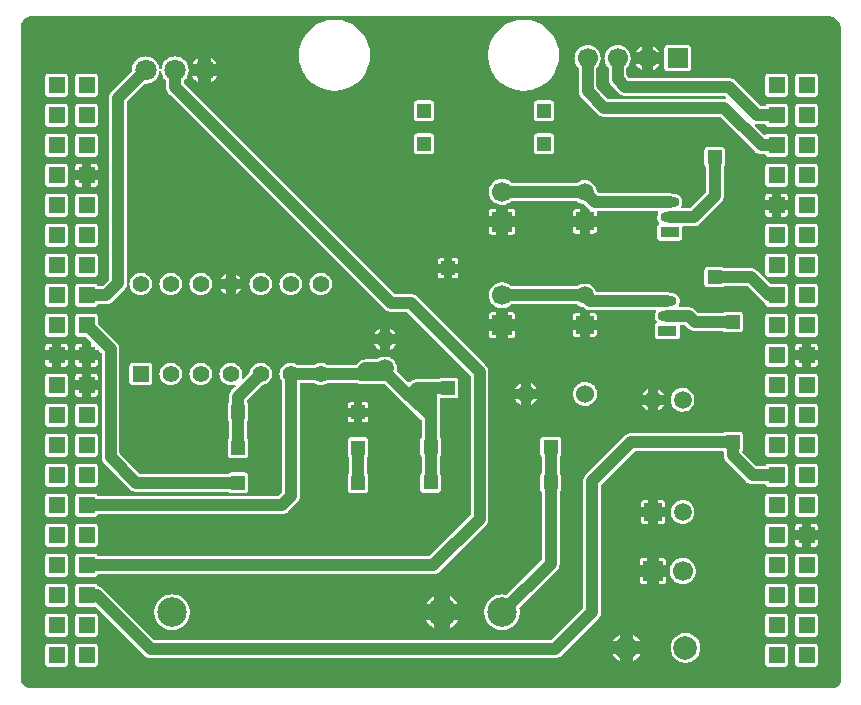
<source format=gtl>
G04 Layer: TopLayer*
G04 EasyEDA v6.5.42, 2024-06-07 11:44:59*
G04 8452c85e2a7e40808aef99803c7b0139,2402692d15bd446891542ced5281a4ad,10*
G04 Gerber Generator version 0.2*
G04 Scale: 100 percent, Rotated: No, Reflected: No *
G04 Dimensions in millimeters *
G04 leading zeros omitted , absolute positions ,4 integer and 5 decimal *
%FSLAX45Y45*%
%MOMM*%

%ADD10C,1.0000*%
%ADD11C,1.5000*%
%ADD12R,1.2116X1.2116*%
%ADD13R,1.7000X1.7000*%
%ADD14C,1.7000*%
%ADD15C,1.8001*%
%ADD16C,1.5240*%
%ADD17R,1.5000X1.5240*%
%ADD18R,1.5240X1.5000*%
%ADD19O,1.5999968X0.8999982*%
%ADD20R,1.6000X0.9000*%
%ADD21C,2.0000*%
%ADD22C,2.5000*%
%ADD23R,1.4148X1.4148*%
%ADD24R,1.3970X1.3970*%
%ADD25C,1.3970*%
%ADD26C,0.0137*%

%LPD*%
G36*
X-3393084Y-2692501D02*
G01*
X-3404412Y-2691485D01*
X-3415537Y-2689047D01*
X-3426256Y-2685186D01*
X-3436416Y-2680004D01*
X-3445814Y-2673553D01*
X-3454298Y-2665984D01*
X-3461765Y-2657348D01*
X-3468065Y-2647899D01*
X-3473094Y-2637688D01*
X-3476751Y-2626918D01*
X-3479037Y-2615742D01*
X-3479901Y-2604414D01*
X-3479292Y-2590596D01*
X-3479292Y2895396D01*
X-3479037Y2909824D01*
X-3477260Y2921914D01*
X-3473907Y2933649D01*
X-3469081Y2944876D01*
X-3462883Y2955391D01*
X-3455365Y2964992D01*
X-3446627Y2973578D01*
X-3436924Y2980994D01*
X-3426307Y2987040D01*
X-3415029Y2991713D01*
X-3403244Y2994914D01*
X-3391103Y2996539D01*
X-3377996Y2996692D01*
X3363518Y2996692D01*
X3377996Y2995066D01*
X3390849Y2991967D01*
X3403193Y2987294D01*
X3414877Y2981147D01*
X3425748Y2973628D01*
X3435604Y2964840D01*
X3444290Y2954883D01*
X3451707Y2943910D01*
X3457701Y2932176D01*
X3462223Y2919730D01*
X3465169Y2906877D01*
X3466592Y2893618D01*
X3466592Y-2603296D01*
X3467150Y-2617876D01*
X3466084Y-2628544D01*
X3463544Y-2638907D01*
X3459581Y-2648813D01*
X3454298Y-2658110D01*
X3447796Y-2666542D01*
X3440176Y-2674061D01*
X3431590Y-2680411D01*
X3422243Y-2685491D01*
X3412236Y-2689250D01*
X3401822Y-2691587D01*
X3391204Y-2692501D01*
X3377996Y-2691892D01*
X-3379622Y-2691942D01*
G37*

%LPC*%
G36*
X-3245154Y-2509672D02*
G01*
X-3104845Y-2509672D01*
X-3098495Y-2508910D01*
X-3093059Y-2507030D01*
X-3088132Y-2503932D01*
X-3084068Y-2499868D01*
X-3080969Y-2494940D01*
X-3079089Y-2489504D01*
X-3078327Y-2483154D01*
X-3078327Y-2342845D01*
X-3079089Y-2336495D01*
X-3080969Y-2331059D01*
X-3084068Y-2326132D01*
X-3088132Y-2322068D01*
X-3093059Y-2318969D01*
X-3098495Y-2317089D01*
X-3104845Y-2316378D01*
X-3245154Y-2316378D01*
X-3251504Y-2317089D01*
X-3256940Y-2318969D01*
X-3261867Y-2322068D01*
X-3265932Y-2326132D01*
X-3269030Y-2331059D01*
X-3270910Y-2336495D01*
X-3271621Y-2342845D01*
X-3271621Y-2483154D01*
X-3270910Y-2489504D01*
X-3269030Y-2494940D01*
X-3265932Y-2499868D01*
X-3261867Y-2503932D01*
X-3256940Y-2507030D01*
X-3251504Y-2508910D01*
G37*
G36*
X-2991154Y-2509672D02*
G01*
X-2850845Y-2509672D01*
X-2844495Y-2508910D01*
X-2839059Y-2507030D01*
X-2834132Y-2503932D01*
X-2830068Y-2499868D01*
X-2826969Y-2494940D01*
X-2825089Y-2489504D01*
X-2824327Y-2483154D01*
X-2824327Y-2342845D01*
X-2825089Y-2336495D01*
X-2826969Y-2331059D01*
X-2830068Y-2326132D01*
X-2834132Y-2322068D01*
X-2839059Y-2318969D01*
X-2844495Y-2317089D01*
X-2850845Y-2316378D01*
X-2991154Y-2316378D01*
X-2997504Y-2317089D01*
X-3002940Y-2318969D01*
X-3007868Y-2322068D01*
X-3011932Y-2326132D01*
X-3015030Y-2331059D01*
X-3016910Y-2336495D01*
X-3017621Y-2342845D01*
X-3017621Y-2483154D01*
X-3016910Y-2489504D01*
X-3015030Y-2494940D01*
X-3011932Y-2499868D01*
X-3007868Y-2503932D01*
X-3002940Y-2507030D01*
X-2997504Y-2508910D01*
G37*
G36*
X2850845Y-2509672D02*
G01*
X2991154Y-2509672D01*
X2997504Y-2508910D01*
X3002940Y-2507030D01*
X3007868Y-2503932D01*
X3011932Y-2499868D01*
X3015030Y-2494940D01*
X3016910Y-2489504D01*
X3017672Y-2483154D01*
X3017672Y-2342845D01*
X3016910Y-2336495D01*
X3015030Y-2331059D01*
X3011932Y-2326132D01*
X3007868Y-2322068D01*
X3002940Y-2318969D01*
X2997504Y-2317089D01*
X2991154Y-2316378D01*
X2850845Y-2316378D01*
X2844495Y-2317089D01*
X2839059Y-2318969D01*
X2834132Y-2322068D01*
X2830068Y-2326132D01*
X2826969Y-2331059D01*
X2825089Y-2336495D01*
X2824327Y-2342845D01*
X2824327Y-2483154D01*
X2825089Y-2489504D01*
X2826969Y-2494940D01*
X2830068Y-2499868D01*
X2834132Y-2503932D01*
X2839059Y-2507030D01*
X2844495Y-2508910D01*
G37*
G36*
X3104845Y-2509672D02*
G01*
X3245154Y-2509672D01*
X3251504Y-2508910D01*
X3256940Y-2507030D01*
X3261867Y-2503932D01*
X3265932Y-2499868D01*
X3269030Y-2494940D01*
X3270910Y-2489504D01*
X3271672Y-2483154D01*
X3271672Y-2342845D01*
X3270910Y-2336495D01*
X3269030Y-2331059D01*
X3265932Y-2326132D01*
X3261867Y-2322068D01*
X3256940Y-2318969D01*
X3251504Y-2317089D01*
X3245154Y-2316378D01*
X3104845Y-2316378D01*
X3098495Y-2317089D01*
X3093059Y-2318969D01*
X3088132Y-2322068D01*
X3084068Y-2326132D01*
X3080969Y-2331059D01*
X3079089Y-2336495D01*
X3078327Y-2342845D01*
X3078327Y-2483154D01*
X3079089Y-2489504D01*
X3080969Y-2494940D01*
X3084068Y-2499868D01*
X3088132Y-2503932D01*
X3093059Y-2507030D01*
X3098495Y-2508910D01*
G37*
G36*
X2150008Y-2475890D02*
G01*
X2165146Y-2474976D01*
X2180132Y-2472232D01*
X2194610Y-2467711D01*
X2208479Y-2461463D01*
X2221484Y-2453589D01*
X2233472Y-2444242D01*
X2244191Y-2433472D01*
X2253589Y-2421483D01*
X2261463Y-2408478D01*
X2267712Y-2394661D01*
X2272233Y-2380132D01*
X2274976Y-2365146D01*
X2275890Y-2350008D01*
X2274976Y-2334818D01*
X2272233Y-2319883D01*
X2267712Y-2305354D01*
X2261463Y-2291486D01*
X2253589Y-2278481D01*
X2244191Y-2266492D01*
X2233472Y-2255774D01*
X2221484Y-2246376D01*
X2208479Y-2238502D01*
X2194610Y-2232304D01*
X2180132Y-2227783D01*
X2165146Y-2225040D01*
X2150008Y-2224125D01*
X2134819Y-2225040D01*
X2119833Y-2227783D01*
X2105355Y-2232304D01*
X2091486Y-2238502D01*
X2078482Y-2246376D01*
X2066493Y-2255774D01*
X2055774Y-2266492D01*
X2046376Y-2278481D01*
X2038502Y-2291486D01*
X2032254Y-2305354D01*
X2027732Y-2319883D01*
X2024989Y-2334818D01*
X2024075Y-2350008D01*
X2024989Y-2365146D01*
X2027732Y-2380132D01*
X2032254Y-2394661D01*
X2038502Y-2408478D01*
X2046376Y-2421483D01*
X2055774Y-2433472D01*
X2066493Y-2444242D01*
X2078482Y-2453589D01*
X2091486Y-2461463D01*
X2105355Y-2467711D01*
X2119833Y-2472232D01*
X2134819Y-2474976D01*
G37*
G36*
X1706321Y-2462428D02*
G01*
X1708505Y-2461463D01*
X1721510Y-2453589D01*
X1733448Y-2444242D01*
X1744218Y-2433472D01*
X1753565Y-2421483D01*
X1761439Y-2408478D01*
X1762404Y-2406345D01*
X1706321Y-2406345D01*
G37*
G36*
X1593646Y-2462428D02*
G01*
X1593646Y-2406345D01*
X1537563Y-2406345D01*
X1538528Y-2408478D01*
X1546402Y-2421483D01*
X1555750Y-2433472D01*
X1566519Y-2444242D01*
X1578457Y-2453589D01*
X1591462Y-2461463D01*
G37*
G36*
X-2374798Y-2438095D02*
G01*
X1044041Y-2438044D01*
X1052880Y-2437231D01*
X1055319Y-2436825D01*
X1063955Y-2434691D01*
X1066292Y-2433929D01*
X1074521Y-2430526D01*
X1076706Y-2429408D01*
X1084326Y-2424785D01*
X1093165Y-2417724D01*
X1414424Y-2096465D01*
X1421485Y-2087625D01*
X1426108Y-2080006D01*
X1427226Y-2077821D01*
X1430629Y-2069592D01*
X1431391Y-2067255D01*
X1433525Y-2058619D01*
X1433931Y-2056180D01*
X1434744Y-2047341D01*
X1434795Y-975461D01*
X1435557Y-971550D01*
X1437792Y-968248D01*
X1719072Y-686968D01*
X1722374Y-684733D01*
X1726285Y-683971D01*
X2463850Y-683971D01*
X2467711Y-684733D01*
X2471013Y-686968D01*
X2473248Y-690270D01*
X2474010Y-694131D01*
X2474061Y-723747D01*
X2474874Y-732586D01*
X2475280Y-735025D01*
X2477414Y-743661D01*
X2478176Y-745998D01*
X2481580Y-754227D01*
X2482697Y-756412D01*
X2487320Y-764032D01*
X2494381Y-772871D01*
X2666034Y-944524D01*
X2674874Y-951585D01*
X2682494Y-956208D01*
X2684678Y-957326D01*
X2692908Y-960729D01*
X2695244Y-961491D01*
X2703880Y-963625D01*
X2706319Y-964031D01*
X2715158Y-964844D01*
X2817672Y-964895D01*
X2821025Y-965504D01*
X2824022Y-967181D01*
X2826308Y-969721D01*
X2830068Y-975868D01*
X2834132Y-979932D01*
X2839059Y-983030D01*
X2844495Y-984910D01*
X2850845Y-985672D01*
X2991154Y-985672D01*
X2997504Y-984910D01*
X3002940Y-983030D01*
X3007868Y-979932D01*
X3011932Y-975868D01*
X3015030Y-970940D01*
X3016910Y-965504D01*
X3017672Y-959154D01*
X3017672Y-818845D01*
X3016910Y-812495D01*
X3015030Y-807059D01*
X3011932Y-802132D01*
X3007868Y-798068D01*
X3002940Y-794969D01*
X2997504Y-793089D01*
X2991154Y-792378D01*
X2850845Y-792378D01*
X2844495Y-793089D01*
X2839059Y-794969D01*
X2834132Y-798068D01*
X2830068Y-802132D01*
X2826308Y-808278D01*
X2824022Y-810818D01*
X2821025Y-812495D01*
X2817672Y-813104D01*
X2753461Y-813104D01*
X2749550Y-812342D01*
X2746248Y-810107D01*
X2632659Y-696518D01*
X2630728Y-693724D01*
X2629763Y-690473D01*
X2629966Y-687070D01*
X2631236Y-683920D01*
X2633878Y-679805D01*
X2635758Y-674319D01*
X2636469Y-668020D01*
X2636469Y-547979D01*
X2635758Y-541680D01*
X2633878Y-536194D01*
X2630779Y-531317D01*
X2626664Y-527202D01*
X2621788Y-524154D01*
X2616301Y-522224D01*
X2610002Y-521512D01*
X2489962Y-521512D01*
X2483662Y-522224D01*
X2478227Y-524154D01*
X2473299Y-527202D01*
X2471318Y-529183D01*
X2468016Y-531418D01*
X2464155Y-532180D01*
X1687982Y-532231D01*
X1679143Y-533044D01*
X1676704Y-533450D01*
X1668068Y-535584D01*
X1665732Y-536346D01*
X1657502Y-539750D01*
X1655318Y-540867D01*
X1647698Y-545490D01*
X1638858Y-552551D01*
X1303375Y-888034D01*
X1296314Y-896874D01*
X1291691Y-904494D01*
X1290574Y-906678D01*
X1287170Y-914908D01*
X1286408Y-917244D01*
X1284274Y-925880D01*
X1283868Y-928319D01*
X1283055Y-937158D01*
X1283004Y-2009038D01*
X1282242Y-2012950D01*
X1280007Y-2016252D01*
X1012952Y-2283307D01*
X1009650Y-2285542D01*
X1005738Y-2286304D01*
X-2339238Y-2286304D01*
X-2343150Y-2285542D01*
X-2346452Y-2283307D01*
X-2780334Y-1849475D01*
X-2789174Y-1842414D01*
X-2796794Y-1837791D01*
X-2798978Y-1836674D01*
X-2807208Y-1833270D01*
X-2809494Y-1832559D01*
X-2819501Y-1830222D01*
X-2822600Y-1828901D01*
X-2825140Y-1826615D01*
X-2826969Y-1823059D01*
X-2830068Y-1818132D01*
X-2834132Y-1814068D01*
X-2839059Y-1810969D01*
X-2844495Y-1809089D01*
X-2850845Y-1808378D01*
X-2991154Y-1808378D01*
X-2997504Y-1809089D01*
X-3002940Y-1810969D01*
X-3007868Y-1814068D01*
X-3011932Y-1818132D01*
X-3015030Y-1823059D01*
X-3016910Y-1828495D01*
X-3017621Y-1834845D01*
X-3017621Y-1975154D01*
X-3016910Y-1981504D01*
X-3015030Y-1986940D01*
X-3011932Y-1991868D01*
X-3007868Y-1995932D01*
X-3002940Y-1999030D01*
X-2997504Y-2000910D01*
X-2991154Y-2001672D01*
X-2850845Y-2001672D01*
X-2845460Y-2001520D01*
X-2842615Y-2002485D01*
X-2840177Y-2004314D01*
X-2426665Y-2417724D01*
X-2417826Y-2424785D01*
X-2410206Y-2429408D01*
X-2408021Y-2430526D01*
X-2399792Y-2433929D01*
X-2397455Y-2434691D01*
X-2388819Y-2436825D01*
X-2386380Y-2437231D01*
X-2377541Y-2438044D01*
G37*
G36*
X1537563Y-2293670D02*
G01*
X1593646Y-2293670D01*
X1593646Y-2237536D01*
X1591462Y-2238502D01*
X1578457Y-2246376D01*
X1566519Y-2255774D01*
X1555750Y-2266492D01*
X1546402Y-2278481D01*
X1538528Y-2291486D01*
G37*
G36*
X1706321Y-2293670D02*
G01*
X1762404Y-2293670D01*
X1761439Y-2291486D01*
X1753565Y-2278481D01*
X1744218Y-2266492D01*
X1733448Y-2255774D01*
X1721510Y-2246376D01*
X1708505Y-2238502D01*
X1706321Y-2237536D01*
G37*
G36*
X-3245154Y-2255672D02*
G01*
X-3104845Y-2255672D01*
X-3098495Y-2254910D01*
X-3093059Y-2253030D01*
X-3088132Y-2249932D01*
X-3084068Y-2245868D01*
X-3080969Y-2240940D01*
X-3079089Y-2235504D01*
X-3078327Y-2229154D01*
X-3078327Y-2088845D01*
X-3079089Y-2082495D01*
X-3080969Y-2077059D01*
X-3084068Y-2072132D01*
X-3088132Y-2068068D01*
X-3093059Y-2064969D01*
X-3098495Y-2063089D01*
X-3104845Y-2062378D01*
X-3245154Y-2062378D01*
X-3251504Y-2063089D01*
X-3256940Y-2064969D01*
X-3261867Y-2068068D01*
X-3265932Y-2072132D01*
X-3269030Y-2077059D01*
X-3270910Y-2082495D01*
X-3271621Y-2088845D01*
X-3271621Y-2229154D01*
X-3270910Y-2235504D01*
X-3269030Y-2240940D01*
X-3265932Y-2245868D01*
X-3261867Y-2249932D01*
X-3256940Y-2253030D01*
X-3251504Y-2254910D01*
G37*
G36*
X-2991154Y-2255672D02*
G01*
X-2850845Y-2255672D01*
X-2844495Y-2254910D01*
X-2839059Y-2253030D01*
X-2834132Y-2249932D01*
X-2830068Y-2245868D01*
X-2826969Y-2240940D01*
X-2825089Y-2235504D01*
X-2824327Y-2229154D01*
X-2824327Y-2088845D01*
X-2825089Y-2082495D01*
X-2826969Y-2077059D01*
X-2830068Y-2072132D01*
X-2834132Y-2068068D01*
X-2839059Y-2064969D01*
X-2844495Y-2063089D01*
X-2850845Y-2062378D01*
X-2991154Y-2062378D01*
X-2997504Y-2063089D01*
X-3002940Y-2064969D01*
X-3007868Y-2068068D01*
X-3011932Y-2072132D01*
X-3015030Y-2077059D01*
X-3016910Y-2082495D01*
X-3017621Y-2088845D01*
X-3017621Y-2229154D01*
X-3016910Y-2235504D01*
X-3015030Y-2240940D01*
X-3011932Y-2245868D01*
X-3007868Y-2249932D01*
X-3002940Y-2253030D01*
X-2997504Y-2254910D01*
G37*
G36*
X2850845Y-2255672D02*
G01*
X2991154Y-2255672D01*
X2997504Y-2254910D01*
X3002940Y-2253030D01*
X3007868Y-2249932D01*
X3011932Y-2245868D01*
X3015030Y-2240940D01*
X3016910Y-2235504D01*
X3017672Y-2229154D01*
X3017672Y-2088845D01*
X3016910Y-2082495D01*
X3015030Y-2077059D01*
X3011932Y-2072132D01*
X3007868Y-2068068D01*
X3002940Y-2064969D01*
X2997504Y-2063089D01*
X2991154Y-2062378D01*
X2850845Y-2062378D01*
X2844495Y-2063089D01*
X2839059Y-2064969D01*
X2834132Y-2068068D01*
X2830068Y-2072132D01*
X2826969Y-2077059D01*
X2825089Y-2082495D01*
X2824327Y-2088845D01*
X2824327Y-2229154D01*
X2825089Y-2235504D01*
X2826969Y-2240940D01*
X2830068Y-2245868D01*
X2834132Y-2249932D01*
X2839059Y-2253030D01*
X2844495Y-2254910D01*
G37*
G36*
X3104845Y-2255672D02*
G01*
X3245154Y-2255672D01*
X3251504Y-2254910D01*
X3256940Y-2253030D01*
X3261867Y-2249932D01*
X3265932Y-2245868D01*
X3269030Y-2240940D01*
X3270910Y-2235504D01*
X3271672Y-2229154D01*
X3271672Y-2088845D01*
X3270910Y-2082495D01*
X3269030Y-2077059D01*
X3265932Y-2072132D01*
X3261867Y-2068068D01*
X3256940Y-2064969D01*
X3251504Y-2063089D01*
X3245154Y-2062378D01*
X3104845Y-2062378D01*
X3098495Y-2063089D01*
X3093059Y-2064969D01*
X3088132Y-2068068D01*
X3084068Y-2072132D01*
X3080969Y-2077059D01*
X3079089Y-2082495D01*
X3078327Y-2088845D01*
X3078327Y-2229154D01*
X3079089Y-2235504D01*
X3080969Y-2240940D01*
X3084068Y-2245868D01*
X3088132Y-2249932D01*
X3093059Y-2253030D01*
X3098495Y-2254910D01*
G37*
G36*
X-2196998Y-2200910D02*
G01*
X-2180082Y-2199944D01*
X-2163419Y-2197100D01*
X-2147163Y-2192426D01*
X-2131517Y-2185924D01*
X-2116734Y-2177745D01*
X-2102916Y-2167991D01*
X-2090318Y-2156714D01*
X-2079040Y-2144064D01*
X-2069236Y-2130298D01*
X-2061057Y-2115464D01*
X-2054555Y-2099818D01*
X-2049881Y-2083562D01*
X-2047036Y-2066899D01*
X-2046122Y-2049983D01*
X-2047036Y-2033117D01*
X-2049881Y-2016404D01*
X-2054555Y-2000148D01*
X-2061057Y-1984502D01*
X-2069236Y-1969719D01*
X-2079040Y-1955901D01*
X-2090318Y-1943303D01*
X-2102916Y-1932025D01*
X-2116734Y-1922221D01*
X-2131517Y-1914042D01*
X-2147163Y-1907590D01*
X-2163419Y-1902866D01*
X-2180082Y-1900072D01*
X-2196998Y-1899107D01*
X-2213914Y-1900072D01*
X-2230577Y-1902866D01*
X-2246833Y-1907590D01*
X-2262479Y-1914042D01*
X-2277262Y-1922221D01*
X-2291080Y-1932025D01*
X-2303678Y-1943303D01*
X-2314956Y-1955901D01*
X-2324760Y-1969719D01*
X-2332939Y-1984502D01*
X-2339441Y-2000148D01*
X-2344115Y-2016404D01*
X-2346960Y-2033117D01*
X-2347874Y-2049983D01*
X-2346960Y-2066899D01*
X-2344115Y-2083562D01*
X-2339441Y-2099818D01*
X-2332939Y-2115464D01*
X-2324760Y-2130298D01*
X-2314956Y-2144064D01*
X-2303678Y-2156714D01*
X-2291080Y-2167991D01*
X-2277262Y-2177745D01*
X-2262479Y-2185924D01*
X-2246833Y-2192426D01*
X-2230577Y-2197100D01*
X-2213914Y-2199944D01*
G37*
G36*
X597001Y-2200910D02*
G01*
X613918Y-2199944D01*
X630580Y-2197100D01*
X646836Y-2192426D01*
X662482Y-2185924D01*
X677265Y-2177745D01*
X691083Y-2167991D01*
X703681Y-2156714D01*
X714959Y-2144064D01*
X724763Y-2130298D01*
X732942Y-2115464D01*
X739444Y-2099818D01*
X744118Y-2083562D01*
X746963Y-2066899D01*
X747877Y-2049983D01*
X746963Y-2033117D01*
X744067Y-2016302D01*
X744067Y-2013102D01*
X745032Y-2010054D01*
X746912Y-2007412D01*
X1063498Y-1690776D01*
X1069187Y-1683918D01*
X1070610Y-1681937D01*
X1075182Y-1674317D01*
X1076299Y-1672082D01*
X1079703Y-1663903D01*
X1080465Y-1661566D01*
X1082598Y-1652930D01*
X1083005Y-1650492D01*
X1083868Y-1641652D01*
X1083919Y-1035761D01*
X1084681Y-1031900D01*
X1086866Y-1028598D01*
X1088796Y-1026668D01*
X1091844Y-1021791D01*
X1093774Y-1016304D01*
X1094486Y-1010005D01*
X1094486Y-889965D01*
X1093774Y-883666D01*
X1091844Y-878230D01*
X1088796Y-873302D01*
X1086866Y-871423D01*
X1084681Y-868121D01*
X1083919Y-864209D01*
X1083919Y-735888D01*
X1084681Y-731977D01*
X1086866Y-728726D01*
X1088898Y-726694D01*
X1091996Y-721766D01*
X1093876Y-716330D01*
X1094638Y-709980D01*
X1094638Y-589991D01*
X1093876Y-583641D01*
X1091996Y-578205D01*
X1088898Y-573278D01*
X1084834Y-569214D01*
X1079906Y-566115D01*
X1074470Y-564235D01*
X1068120Y-563524D01*
X948131Y-563524D01*
X941781Y-564235D01*
X936345Y-566115D01*
X931418Y-569214D01*
X927353Y-573278D01*
X924255Y-578205D01*
X922375Y-583641D01*
X921664Y-589991D01*
X921664Y-709980D01*
X922375Y-716330D01*
X924255Y-721766D01*
X927353Y-726694D01*
X929132Y-728472D01*
X931316Y-731723D01*
X932078Y-735634D01*
X932078Y-864209D01*
X931316Y-868121D01*
X929132Y-871423D01*
X927201Y-873302D01*
X924153Y-878230D01*
X922223Y-883666D01*
X921512Y-889965D01*
X921512Y-1010005D01*
X922223Y-1016304D01*
X924153Y-1021791D01*
X927201Y-1026668D01*
X929132Y-1028598D01*
X931316Y-1031900D01*
X932078Y-1035761D01*
X932078Y-1603349D01*
X931316Y-1607261D01*
X929132Y-1610512D01*
X639572Y-1900072D01*
X636981Y-1901952D01*
X633882Y-1902917D01*
X630682Y-1902917D01*
X613918Y-1900072D01*
X597001Y-1899107D01*
X580085Y-1900072D01*
X563422Y-1902866D01*
X547166Y-1907590D01*
X531520Y-1914042D01*
X516737Y-1922221D01*
X502920Y-1932025D01*
X490321Y-1943303D01*
X479043Y-1955901D01*
X469239Y-1969719D01*
X461060Y-1984502D01*
X454558Y-2000148D01*
X449884Y-2016404D01*
X447040Y-2033117D01*
X446125Y-2049983D01*
X447040Y-2066899D01*
X449884Y-2083562D01*
X454558Y-2099818D01*
X461060Y-2115464D01*
X469239Y-2130298D01*
X479043Y-2144064D01*
X490321Y-2156714D01*
X502920Y-2167991D01*
X516737Y-2177745D01*
X531520Y-2185924D01*
X547166Y-2192426D01*
X563422Y-2197100D01*
X580085Y-2199944D01*
G37*
G36*
X157835Y-2184095D02*
G01*
X169265Y-2177745D01*
X183083Y-2167991D01*
X195681Y-2156714D01*
X206959Y-2144064D01*
X216763Y-2130298D01*
X223062Y-2118868D01*
X157835Y-2118868D01*
G37*
G36*
X20167Y-2184095D02*
G01*
X20167Y-2118868D01*
X-45059Y-2118868D01*
X-38760Y-2130298D01*
X-28956Y-2144064D01*
X-17678Y-2156714D01*
X-5080Y-2167991D01*
X8737Y-2177745D01*
G37*
G36*
X-3245154Y-2001672D02*
G01*
X-3104845Y-2001672D01*
X-3098495Y-2000910D01*
X-3093059Y-1999030D01*
X-3088132Y-1995932D01*
X-3084068Y-1991868D01*
X-3080969Y-1986940D01*
X-3079089Y-1981504D01*
X-3078327Y-1975154D01*
X-3078327Y-1834845D01*
X-3079089Y-1828495D01*
X-3080969Y-1823059D01*
X-3084068Y-1818132D01*
X-3088132Y-1814068D01*
X-3093059Y-1810969D01*
X-3098495Y-1809089D01*
X-3104845Y-1808378D01*
X-3245154Y-1808378D01*
X-3251504Y-1809089D01*
X-3256940Y-1810969D01*
X-3261867Y-1814068D01*
X-3265932Y-1818132D01*
X-3269030Y-1823059D01*
X-3270910Y-1828495D01*
X-3271621Y-1834845D01*
X-3271621Y-1975154D01*
X-3270910Y-1981504D01*
X-3269030Y-1986940D01*
X-3265932Y-1991868D01*
X-3261867Y-1995932D01*
X-3256940Y-1999030D01*
X-3251504Y-2000910D01*
G37*
G36*
X2850845Y-2001672D02*
G01*
X2991154Y-2001672D01*
X2997504Y-2000910D01*
X3002940Y-1999030D01*
X3007868Y-1995932D01*
X3011932Y-1991868D01*
X3015030Y-1986940D01*
X3016910Y-1981504D01*
X3017672Y-1975154D01*
X3017672Y-1834845D01*
X3016910Y-1828495D01*
X3015030Y-1823059D01*
X3011932Y-1818132D01*
X3007868Y-1814068D01*
X3002940Y-1810969D01*
X2997504Y-1809089D01*
X2991154Y-1808378D01*
X2850845Y-1808378D01*
X2844495Y-1809089D01*
X2839059Y-1810969D01*
X2834132Y-1814068D01*
X2830068Y-1818132D01*
X2826969Y-1823059D01*
X2825089Y-1828495D01*
X2824327Y-1834845D01*
X2824327Y-1975154D01*
X2825089Y-1981504D01*
X2826969Y-1986940D01*
X2830068Y-1991868D01*
X2834132Y-1995932D01*
X2839059Y-1999030D01*
X2844495Y-2000910D01*
G37*
G36*
X3104845Y-2001672D02*
G01*
X3245154Y-2001672D01*
X3251504Y-2000910D01*
X3256940Y-1999030D01*
X3261867Y-1995932D01*
X3265932Y-1991868D01*
X3269030Y-1986940D01*
X3270910Y-1981504D01*
X3271672Y-1975154D01*
X3271672Y-1834845D01*
X3270910Y-1828495D01*
X3269030Y-1823059D01*
X3265932Y-1818132D01*
X3261867Y-1814068D01*
X3256940Y-1810969D01*
X3251504Y-1809089D01*
X3245154Y-1808378D01*
X3104845Y-1808378D01*
X3098495Y-1809089D01*
X3093059Y-1810969D01*
X3088132Y-1814068D01*
X3084068Y-1818132D01*
X3080969Y-1823059D01*
X3079089Y-1828495D01*
X3078327Y-1834845D01*
X3078327Y-1975154D01*
X3079089Y-1981504D01*
X3080969Y-1986940D01*
X3084068Y-1991868D01*
X3088132Y-1995932D01*
X3093059Y-1999030D01*
X3098495Y-2000910D01*
G37*
G36*
X157835Y-1981149D02*
G01*
X223062Y-1981149D01*
X216763Y-1969719D01*
X206959Y-1955901D01*
X195681Y-1943303D01*
X183083Y-1932025D01*
X169265Y-1922221D01*
X157835Y-1915922D01*
G37*
G36*
X-45059Y-1981149D02*
G01*
X20167Y-1981149D01*
X20167Y-1915922D01*
X8737Y-1922221D01*
X-5080Y-1932025D01*
X-17678Y-1943303D01*
X-28956Y-1955901D01*
X-38760Y-1969719D01*
G37*
G36*
X1788566Y-1810918D02*
G01*
X1824126Y-1810918D01*
X1824126Y-1748840D01*
X1762099Y-1748840D01*
X1762099Y-1784400D01*
X1762810Y-1790750D01*
X1764690Y-1796186D01*
X1767789Y-1801114D01*
X1771904Y-1805178D01*
X1776780Y-1808276D01*
X1782267Y-1810207D01*
G37*
G36*
X1921865Y-1810918D02*
G01*
X1957425Y-1810918D01*
X1963724Y-1810207D01*
X1969211Y-1808276D01*
X1974088Y-1805178D01*
X1978202Y-1801114D01*
X1981301Y-1796186D01*
X1983181Y-1790750D01*
X1983892Y-1784400D01*
X1983892Y-1748840D01*
X1921865Y-1748840D01*
G37*
G36*
X2130552Y-1810816D02*
G01*
X2144674Y-1809445D01*
X2158542Y-1806295D01*
X2171903Y-1801368D01*
X2184501Y-1794814D01*
X2196134Y-1786686D01*
X2206650Y-1777136D01*
X2215845Y-1766316D01*
X2223617Y-1754428D01*
X2229764Y-1741627D01*
X2234234Y-1728114D01*
X2236978Y-1714195D01*
X2237892Y-1700022D01*
X2236978Y-1685798D01*
X2234234Y-1671878D01*
X2229764Y-1658366D01*
X2223617Y-1645564D01*
X2215845Y-1633677D01*
X2206650Y-1622856D01*
X2196134Y-1613306D01*
X2184501Y-1605178D01*
X2171903Y-1598625D01*
X2158542Y-1593697D01*
X2144674Y-1590548D01*
X2130552Y-1589176D01*
X2116328Y-1589633D01*
X2102307Y-1591868D01*
X2088692Y-1595932D01*
X2075688Y-1601673D01*
X2063546Y-1609039D01*
X2052421Y-1617929D01*
X2042566Y-1628139D01*
X2034082Y-1639519D01*
X2027072Y-1651863D01*
X2021738Y-1665071D01*
X2018131Y-1678787D01*
X2016353Y-1692910D01*
X2016353Y-1707083D01*
X2018131Y-1721205D01*
X2021738Y-1734921D01*
X2027072Y-1748129D01*
X2034082Y-1760474D01*
X2042566Y-1771853D01*
X2052421Y-1782064D01*
X2063546Y-1790954D01*
X2075688Y-1798320D01*
X2088692Y-1804060D01*
X2102307Y-1808124D01*
X2116328Y-1810359D01*
G37*
G36*
X-3245154Y-1747672D02*
G01*
X-3104845Y-1747672D01*
X-3098495Y-1746910D01*
X-3093059Y-1745030D01*
X-3088132Y-1741932D01*
X-3084068Y-1737868D01*
X-3080969Y-1732940D01*
X-3079089Y-1727504D01*
X-3078327Y-1721154D01*
X-3078327Y-1580845D01*
X-3079089Y-1574495D01*
X-3080969Y-1569059D01*
X-3084068Y-1564132D01*
X-3088132Y-1560068D01*
X-3093059Y-1556969D01*
X-3098495Y-1555089D01*
X-3104845Y-1554378D01*
X-3245154Y-1554378D01*
X-3251504Y-1555089D01*
X-3256940Y-1556969D01*
X-3261867Y-1560068D01*
X-3265932Y-1564132D01*
X-3269030Y-1569059D01*
X-3270910Y-1574495D01*
X-3271621Y-1580845D01*
X-3271621Y-1721154D01*
X-3270910Y-1727504D01*
X-3269030Y-1732940D01*
X-3265932Y-1737868D01*
X-3261867Y-1741932D01*
X-3256940Y-1745030D01*
X-3251504Y-1746910D01*
G37*
G36*
X2850845Y-1747672D02*
G01*
X2991154Y-1747672D01*
X2997504Y-1746910D01*
X3002940Y-1745030D01*
X3007868Y-1741932D01*
X3011932Y-1737868D01*
X3015030Y-1732940D01*
X3016910Y-1727504D01*
X3017672Y-1721154D01*
X3017672Y-1580845D01*
X3016910Y-1574495D01*
X3015030Y-1569059D01*
X3011932Y-1564132D01*
X3007868Y-1560068D01*
X3002940Y-1556969D01*
X2997504Y-1555089D01*
X2991154Y-1554378D01*
X2850845Y-1554378D01*
X2844495Y-1555089D01*
X2839059Y-1556969D01*
X2834132Y-1560068D01*
X2830068Y-1564132D01*
X2826969Y-1569059D01*
X2825089Y-1574495D01*
X2824327Y-1580845D01*
X2824327Y-1721154D01*
X2825089Y-1727504D01*
X2826969Y-1732940D01*
X2830068Y-1737868D01*
X2834132Y-1741932D01*
X2839059Y-1745030D01*
X2844495Y-1746910D01*
G37*
G36*
X3104845Y-1747672D02*
G01*
X3245154Y-1747672D01*
X3251504Y-1746910D01*
X3256940Y-1745030D01*
X3261867Y-1741932D01*
X3265932Y-1737868D01*
X3269030Y-1732940D01*
X3270910Y-1727504D01*
X3271672Y-1721154D01*
X3271672Y-1580845D01*
X3270910Y-1574495D01*
X3269030Y-1569059D01*
X3265932Y-1564132D01*
X3261867Y-1560068D01*
X3256940Y-1556969D01*
X3251504Y-1555089D01*
X3245154Y-1554378D01*
X3104845Y-1554378D01*
X3098495Y-1555089D01*
X3093059Y-1556969D01*
X3088132Y-1560068D01*
X3084068Y-1564132D01*
X3080969Y-1569059D01*
X3079089Y-1574495D01*
X3078327Y-1580845D01*
X3078327Y-1721154D01*
X3079089Y-1727504D01*
X3080969Y-1732940D01*
X3084068Y-1737868D01*
X3088132Y-1741932D01*
X3093059Y-1745030D01*
X3098495Y-1746910D01*
G37*
G36*
X-2991154Y-1747672D02*
G01*
X-2850845Y-1747672D01*
X-2844495Y-1746910D01*
X-2839059Y-1745030D01*
X-2834132Y-1741932D01*
X-2830068Y-1737868D01*
X-2826308Y-1731721D01*
X-2824022Y-1729181D01*
X-2821025Y-1727504D01*
X-2817672Y-1726895D01*
X15341Y-1726844D01*
X24180Y-1726031D01*
X26619Y-1725625D01*
X35255Y-1723491D01*
X37592Y-1722729D01*
X45821Y-1719325D01*
X48006Y-1718208D01*
X55626Y-1713585D01*
X64465Y-1706524D01*
X461924Y-1309065D01*
X468985Y-1300226D01*
X473608Y-1292606D01*
X474726Y-1290421D01*
X478129Y-1282192D01*
X478891Y-1279855D01*
X481025Y-1271219D01*
X481431Y-1268780D01*
X482244Y-1259941D01*
X482244Y-10058D01*
X481431Y-1219D01*
X481025Y1219D01*
X478891Y9855D01*
X478129Y12192D01*
X474726Y20421D01*
X473608Y22606D01*
X468985Y30226D01*
X461924Y39065D01*
X-126034Y627024D01*
X-134874Y634085D01*
X-142494Y638708D01*
X-144678Y639826D01*
X-152908Y643229D01*
X-155244Y643991D01*
X-163880Y646125D01*
X-166319Y646531D01*
X-175158Y647344D01*
X-307238Y647395D01*
X-311150Y648157D01*
X-314452Y650392D01*
X-2092807Y2428748D01*
X-2095042Y2432050D01*
X-2095804Y2435961D01*
X-2095804Y2447899D01*
X-2095093Y2451658D01*
X-2093010Y2454859D01*
X-2082393Y2466136D01*
X-2073859Y2477922D01*
X-2066848Y2490673D01*
X-2061464Y2504186D01*
X-2057857Y2518308D01*
X-2056028Y2532735D01*
X-2056028Y2547264D01*
X-2057857Y2561742D01*
X-2061464Y2575814D01*
X-2066848Y2589377D01*
X-2073859Y2602128D01*
X-2082393Y2613863D01*
X-2092350Y2624480D01*
X-2103577Y2633776D01*
X-2115870Y2641549D01*
X-2129028Y2647746D01*
X-2142845Y2652268D01*
X-2157171Y2655011D01*
X-2171700Y2655925D01*
X-2186228Y2655011D01*
X-2200503Y2652268D01*
X-2214372Y2647746D01*
X-2227529Y2641549D01*
X-2239822Y2633776D01*
X-2250998Y2624480D01*
X-2261006Y2613863D01*
X-2269540Y2602128D01*
X-2276551Y2589377D01*
X-2281885Y2575814D01*
X-2285542Y2561742D01*
X-2286609Y2553106D01*
X-2287981Y2549194D01*
X-2290775Y2546146D01*
X-2294636Y2544470D01*
X-2298750Y2544470D01*
X-2302611Y2546146D01*
X-2305405Y2549194D01*
X-2306777Y2553106D01*
X-2307844Y2561742D01*
X-2311501Y2575814D01*
X-2316835Y2589377D01*
X-2323846Y2602128D01*
X-2332380Y2613863D01*
X-2342388Y2624480D01*
X-2353564Y2633776D01*
X-2365857Y2641549D01*
X-2379014Y2647746D01*
X-2392883Y2652268D01*
X-2407158Y2655011D01*
X-2421686Y2655925D01*
X-2436215Y2655011D01*
X-2450541Y2652268D01*
X-2464358Y2647746D01*
X-2477516Y2641549D01*
X-2489809Y2633776D01*
X-2501036Y2624480D01*
X-2510993Y2613863D01*
X-2519527Y2602128D01*
X-2526538Y2589377D01*
X-2531922Y2575814D01*
X-2535529Y2561742D01*
X-2537358Y2547264D01*
X-2537358Y2535834D01*
X-2538120Y2531922D01*
X-2540355Y2528671D01*
X-2709824Y2359101D01*
X-2716885Y2350262D01*
X-2721508Y2342642D01*
X-2722626Y2340457D01*
X-2726029Y2332228D01*
X-2726791Y2329891D01*
X-2728925Y2321255D01*
X-2729331Y2318816D01*
X-2730144Y2309977D01*
X-2730195Y772261D01*
X-2730957Y768350D01*
X-2733192Y765048D01*
X-2784348Y713892D01*
X-2787650Y711657D01*
X-2791561Y710895D01*
X-2817672Y710895D01*
X-2821025Y711504D01*
X-2824022Y713181D01*
X-2826308Y715721D01*
X-2830068Y721868D01*
X-2834132Y725932D01*
X-2839059Y729030D01*
X-2844495Y730910D01*
X-2850845Y731621D01*
X-2991154Y731621D01*
X-2997504Y730910D01*
X-3002940Y729030D01*
X-3007868Y725932D01*
X-3011932Y721868D01*
X-3015030Y716940D01*
X-3016910Y711504D01*
X-3017621Y705154D01*
X-3017621Y564845D01*
X-3016910Y558495D01*
X-3015030Y553059D01*
X-3011932Y548132D01*
X-3007868Y544068D01*
X-3002940Y540969D01*
X-2997504Y539089D01*
X-2991154Y538327D01*
X-2850845Y538327D01*
X-2844495Y539089D01*
X-2839059Y540969D01*
X-2834132Y544068D01*
X-2830068Y548132D01*
X-2826308Y554278D01*
X-2824022Y556818D01*
X-2821025Y558495D01*
X-2817672Y559104D01*
X-2753258Y559155D01*
X-2744419Y559968D01*
X-2741980Y560374D01*
X-2733344Y562508D01*
X-2731008Y563270D01*
X-2722778Y566674D01*
X-2720594Y567791D01*
X-2712974Y572414D01*
X-2704134Y579475D01*
X-2598775Y684834D01*
X-2591714Y693674D01*
X-2587091Y701294D01*
X-2585974Y703478D01*
X-2582570Y711708D01*
X-2581808Y714044D01*
X-2579674Y722680D01*
X-2579268Y725119D01*
X-2578455Y733958D01*
X-2578404Y2271674D01*
X-2577642Y2275586D01*
X-2575407Y2278888D01*
X-2432913Y2421382D01*
X-2429306Y2423718D01*
X-2425090Y2424328D01*
X-2421686Y2424125D01*
X-2407158Y2425039D01*
X-2392883Y2427782D01*
X-2379014Y2432253D01*
X-2365857Y2438450D01*
X-2353564Y2446274D01*
X-2342388Y2455519D01*
X-2332380Y2466136D01*
X-2323846Y2477922D01*
X-2316835Y2490673D01*
X-2311501Y2504186D01*
X-2307844Y2518308D01*
X-2306777Y2526893D01*
X-2305405Y2530805D01*
X-2302611Y2533904D01*
X-2298750Y2535580D01*
X-2294636Y2535580D01*
X-2290775Y2533904D01*
X-2287981Y2530805D01*
X-2286609Y2526893D01*
X-2285542Y2518308D01*
X-2281885Y2504186D01*
X-2276551Y2490673D01*
X-2269540Y2477922D01*
X-2261006Y2466136D01*
X-2250389Y2454910D01*
X-2248306Y2451658D01*
X-2247595Y2447899D01*
X-2247544Y2397658D01*
X-2246731Y2388819D01*
X-2246325Y2386380D01*
X-2244191Y2377744D01*
X-2243429Y2375408D01*
X-2240026Y2367178D01*
X-2238908Y2364994D01*
X-2234285Y2357374D01*
X-2227224Y2348534D01*
X-394665Y515975D01*
X-385826Y508914D01*
X-378206Y504291D01*
X-376021Y503174D01*
X-367792Y499770D01*
X-365455Y499008D01*
X-356819Y496874D01*
X-354380Y496468D01*
X-345541Y495655D01*
X-213461Y495604D01*
X-209550Y494842D01*
X-206248Y492607D01*
X327507Y-41148D01*
X329742Y-44450D01*
X330504Y-48361D01*
X330504Y-1221638D01*
X329742Y-1225550D01*
X327507Y-1228852D01*
X-15747Y-1572107D01*
X-19050Y-1574342D01*
X-22961Y-1575104D01*
X-2817672Y-1575104D01*
X-2821025Y-1574495D01*
X-2824022Y-1572818D01*
X-2826308Y-1570278D01*
X-2830068Y-1564132D01*
X-2834132Y-1560068D01*
X-2839059Y-1556969D01*
X-2844495Y-1555089D01*
X-2850845Y-1554378D01*
X-2991154Y-1554378D01*
X-2997504Y-1555089D01*
X-3002940Y-1556969D01*
X-3007868Y-1560068D01*
X-3011932Y-1564132D01*
X-3015030Y-1569059D01*
X-3016910Y-1574495D01*
X-3017621Y-1580845D01*
X-3017621Y-1721154D01*
X-3016910Y-1727504D01*
X-3015030Y-1732940D01*
X-3011932Y-1737868D01*
X-3007868Y-1741932D01*
X-3002940Y-1745030D01*
X-2997504Y-1746910D01*
G37*
G36*
X1762099Y-1651152D02*
G01*
X1824126Y-1651152D01*
X1824126Y-1589074D01*
X1788566Y-1589074D01*
X1782267Y-1589786D01*
X1776780Y-1591716D01*
X1771904Y-1594815D01*
X1767789Y-1598879D01*
X1764690Y-1603806D01*
X1762810Y-1609242D01*
X1762099Y-1615592D01*
G37*
G36*
X1921865Y-1651152D02*
G01*
X1983892Y-1651152D01*
X1983892Y-1615592D01*
X1983181Y-1609242D01*
X1981301Y-1603806D01*
X1978202Y-1598879D01*
X1974088Y-1594815D01*
X1969211Y-1591716D01*
X1963724Y-1589786D01*
X1957425Y-1589074D01*
X1921865Y-1589074D01*
G37*
G36*
X3216706Y-1493672D02*
G01*
X3245154Y-1493672D01*
X3251504Y-1492910D01*
X3256940Y-1491030D01*
X3261867Y-1487932D01*
X3265932Y-1483868D01*
X3269030Y-1478940D01*
X3270910Y-1473504D01*
X3271672Y-1467154D01*
X3271672Y-1438706D01*
X3216706Y-1438706D01*
G37*
G36*
X3104845Y-1493672D02*
G01*
X3133293Y-1493672D01*
X3133293Y-1438706D01*
X3078327Y-1438706D01*
X3078327Y-1467154D01*
X3079089Y-1473504D01*
X3080969Y-1478940D01*
X3084068Y-1483868D01*
X3088132Y-1487932D01*
X3093059Y-1491030D01*
X3098495Y-1492910D01*
G37*
G36*
X-2991154Y-1493672D02*
G01*
X-2850845Y-1493672D01*
X-2844495Y-1492910D01*
X-2839059Y-1491030D01*
X-2834132Y-1487932D01*
X-2830068Y-1483868D01*
X-2826969Y-1478940D01*
X-2825089Y-1473504D01*
X-2824327Y-1467154D01*
X-2824327Y-1326845D01*
X-2825089Y-1320495D01*
X-2826969Y-1315059D01*
X-2830068Y-1310132D01*
X-2834132Y-1306068D01*
X-2839059Y-1302969D01*
X-2844495Y-1301089D01*
X-2850845Y-1300378D01*
X-2991154Y-1300378D01*
X-2997504Y-1301089D01*
X-3002940Y-1302969D01*
X-3007868Y-1306068D01*
X-3011932Y-1310132D01*
X-3015030Y-1315059D01*
X-3016910Y-1320495D01*
X-3017621Y-1326845D01*
X-3017621Y-1467154D01*
X-3016910Y-1473504D01*
X-3015030Y-1478940D01*
X-3011932Y-1483868D01*
X-3007868Y-1487932D01*
X-3002940Y-1491030D01*
X-2997504Y-1492910D01*
G37*
G36*
X-3245154Y-1493672D02*
G01*
X-3104845Y-1493672D01*
X-3098495Y-1492910D01*
X-3093059Y-1491030D01*
X-3088132Y-1487932D01*
X-3084068Y-1483868D01*
X-3080969Y-1478940D01*
X-3079089Y-1473504D01*
X-3078327Y-1467154D01*
X-3078327Y-1326845D01*
X-3079089Y-1320495D01*
X-3080969Y-1315059D01*
X-3084068Y-1310132D01*
X-3088132Y-1306068D01*
X-3093059Y-1302969D01*
X-3098495Y-1301089D01*
X-3104845Y-1300378D01*
X-3245154Y-1300378D01*
X-3251504Y-1301089D01*
X-3256940Y-1302969D01*
X-3261867Y-1306068D01*
X-3265932Y-1310132D01*
X-3269030Y-1315059D01*
X-3270910Y-1320495D01*
X-3271621Y-1326845D01*
X-3271621Y-1467154D01*
X-3270910Y-1473504D01*
X-3269030Y-1478940D01*
X-3265932Y-1483868D01*
X-3261867Y-1487932D01*
X-3256940Y-1491030D01*
X-3251504Y-1492910D01*
G37*
G36*
X2850845Y-1493672D02*
G01*
X2991154Y-1493672D01*
X2997504Y-1492910D01*
X3002940Y-1491030D01*
X3007868Y-1487932D01*
X3011932Y-1483868D01*
X3015030Y-1478940D01*
X3016910Y-1473504D01*
X3017672Y-1467154D01*
X3017672Y-1326845D01*
X3016910Y-1320495D01*
X3015030Y-1315059D01*
X3011932Y-1310132D01*
X3007868Y-1306068D01*
X3002940Y-1302969D01*
X2997504Y-1301089D01*
X2991154Y-1300378D01*
X2850845Y-1300378D01*
X2844495Y-1301089D01*
X2839059Y-1302969D01*
X2834132Y-1306068D01*
X2830068Y-1310132D01*
X2826969Y-1315059D01*
X2825089Y-1320495D01*
X2824327Y-1326845D01*
X2824327Y-1467154D01*
X2825089Y-1473504D01*
X2826969Y-1478940D01*
X2830068Y-1483868D01*
X2834132Y-1487932D01*
X2839059Y-1491030D01*
X2844495Y-1492910D01*
G37*
G36*
X3078327Y-1355293D02*
G01*
X3133293Y-1355293D01*
X3133293Y-1300378D01*
X3104845Y-1300378D01*
X3098495Y-1301089D01*
X3093059Y-1302969D01*
X3088132Y-1306068D01*
X3084068Y-1310132D01*
X3080969Y-1315059D01*
X3079089Y-1320495D01*
X3078327Y-1326845D01*
G37*
G36*
X3216706Y-1355293D02*
G01*
X3271672Y-1355293D01*
X3271672Y-1326845D01*
X3270910Y-1320495D01*
X3269030Y-1315059D01*
X3265932Y-1310132D01*
X3261867Y-1306068D01*
X3256940Y-1302969D01*
X3251504Y-1301089D01*
X3245154Y-1300378D01*
X3216706Y-1300378D01*
G37*
G36*
X1919427Y-1300886D02*
G01*
X1950618Y-1300886D01*
X1956917Y-1300175D01*
X1962404Y-1298295D01*
X1967280Y-1295196D01*
X1971395Y-1291132D01*
X1974494Y-1286205D01*
X1976374Y-1280769D01*
X1977085Y-1274419D01*
X1977085Y-1243838D01*
X1919427Y-1243838D01*
G37*
G36*
X1799336Y-1300886D02*
G01*
X1830527Y-1300886D01*
X1830527Y-1243838D01*
X1772869Y-1243838D01*
X1772869Y-1274419D01*
X1773580Y-1280769D01*
X1775510Y-1286205D01*
X1778609Y-1291132D01*
X1782673Y-1295196D01*
X1787601Y-1298295D01*
X1793036Y-1300175D01*
G37*
G36*
X2121611Y-1300835D02*
G01*
X2135073Y-1300378D01*
X2148382Y-1298143D01*
X2161235Y-1294130D01*
X2173478Y-1288491D01*
X2184857Y-1281226D01*
X2195118Y-1272540D01*
X2204161Y-1262532D01*
X2211781Y-1251407D01*
X2217877Y-1239367D01*
X2222296Y-1226667D01*
X2224989Y-1213459D01*
X2225852Y-1199997D01*
X2224989Y-1186535D01*
X2222296Y-1173327D01*
X2217877Y-1160627D01*
X2211781Y-1148588D01*
X2204161Y-1137462D01*
X2195118Y-1127455D01*
X2184857Y-1118768D01*
X2173478Y-1111504D01*
X2161235Y-1105865D01*
X2148382Y-1101852D01*
X2135073Y-1099616D01*
X2121611Y-1099159D01*
X2108200Y-1100531D01*
X2095093Y-1103630D01*
X2082546Y-1108506D01*
X2070709Y-1114958D01*
X2059838Y-1122934D01*
X2050186Y-1132332D01*
X2041804Y-1142898D01*
X2034946Y-1154480D01*
X2029663Y-1166926D01*
X2026107Y-1179880D01*
X2024329Y-1193241D01*
X2024329Y-1206754D01*
X2026107Y-1220114D01*
X2029663Y-1233068D01*
X2034946Y-1245514D01*
X2041804Y-1257096D01*
X2050186Y-1267663D01*
X2059838Y-1277061D01*
X2070709Y-1285036D01*
X2082546Y-1291488D01*
X2095093Y-1296365D01*
X2108200Y-1299464D01*
G37*
G36*
X-3245154Y-1239672D02*
G01*
X-3104845Y-1239672D01*
X-3098495Y-1238910D01*
X-3093059Y-1237030D01*
X-3088132Y-1233932D01*
X-3084068Y-1229868D01*
X-3080969Y-1224940D01*
X-3079089Y-1219504D01*
X-3078327Y-1213154D01*
X-3078327Y-1072845D01*
X-3079089Y-1066495D01*
X-3080969Y-1061059D01*
X-3084068Y-1056132D01*
X-3088132Y-1052068D01*
X-3093059Y-1048969D01*
X-3098495Y-1047089D01*
X-3104845Y-1046378D01*
X-3245154Y-1046378D01*
X-3251504Y-1047089D01*
X-3256940Y-1048969D01*
X-3261867Y-1052068D01*
X-3265932Y-1056132D01*
X-3269030Y-1061059D01*
X-3270910Y-1066495D01*
X-3271621Y-1072845D01*
X-3271621Y-1213154D01*
X-3270910Y-1219504D01*
X-3269030Y-1224940D01*
X-3265932Y-1229868D01*
X-3261867Y-1233932D01*
X-3256940Y-1237030D01*
X-3251504Y-1238910D01*
G37*
G36*
X2850845Y-1239672D02*
G01*
X2991154Y-1239672D01*
X2997504Y-1238910D01*
X3002940Y-1237030D01*
X3007868Y-1233932D01*
X3011932Y-1229868D01*
X3015030Y-1224940D01*
X3016910Y-1219504D01*
X3017672Y-1213154D01*
X3017672Y-1072845D01*
X3016910Y-1066495D01*
X3015030Y-1061059D01*
X3011932Y-1056132D01*
X3007868Y-1052068D01*
X3002940Y-1048969D01*
X2997504Y-1047089D01*
X2991154Y-1046378D01*
X2850845Y-1046378D01*
X2844495Y-1047089D01*
X2839059Y-1048969D01*
X2834132Y-1052068D01*
X2830068Y-1056132D01*
X2826969Y-1061059D01*
X2825089Y-1066495D01*
X2824327Y-1072845D01*
X2824327Y-1213154D01*
X2825089Y-1219504D01*
X2826969Y-1224940D01*
X2830068Y-1229868D01*
X2834132Y-1233932D01*
X2839059Y-1237030D01*
X2844495Y-1238910D01*
G37*
G36*
X3104845Y-1239672D02*
G01*
X3245154Y-1239672D01*
X3251504Y-1238910D01*
X3256940Y-1237030D01*
X3261867Y-1233932D01*
X3265932Y-1229868D01*
X3269030Y-1224940D01*
X3270910Y-1219504D01*
X3271672Y-1213154D01*
X3271672Y-1072845D01*
X3270910Y-1066495D01*
X3269030Y-1061059D01*
X3265932Y-1056132D01*
X3261867Y-1052068D01*
X3256940Y-1048969D01*
X3251504Y-1047089D01*
X3245154Y-1046378D01*
X3104845Y-1046378D01*
X3098495Y-1047089D01*
X3093059Y-1048969D01*
X3088132Y-1052068D01*
X3084068Y-1056132D01*
X3080969Y-1061059D01*
X3079089Y-1066495D01*
X3078327Y-1072845D01*
X3078327Y-1213154D01*
X3079089Y-1219504D01*
X3080969Y-1224940D01*
X3084068Y-1229868D01*
X3088132Y-1233932D01*
X3093059Y-1237030D01*
X3098495Y-1238910D01*
G37*
G36*
X-2991154Y-1239672D02*
G01*
X-2850845Y-1239672D01*
X-2844495Y-1238910D01*
X-2839059Y-1237030D01*
X-2834132Y-1233932D01*
X-2830068Y-1229868D01*
X-2826308Y-1223721D01*
X-2824022Y-1221181D01*
X-2821025Y-1219504D01*
X-2817672Y-1218895D01*
X-1267358Y-1218844D01*
X-1258519Y-1218031D01*
X-1256080Y-1217625D01*
X-1247444Y-1215491D01*
X-1245108Y-1214729D01*
X-1236878Y-1211326D01*
X-1234694Y-1210208D01*
X-1227074Y-1205585D01*
X-1218234Y-1198524D01*
X-1136497Y-1116787D01*
X-1129436Y-1107948D01*
X-1124813Y-1100328D01*
X-1123696Y-1098143D01*
X-1120292Y-1089914D01*
X-1119530Y-1087577D01*
X-1117396Y-1078941D01*
X-1116990Y-1076502D01*
X-1116177Y-1067663D01*
X-1116126Y-117094D01*
X-1115364Y-113182D01*
X-1113129Y-109880D01*
X-1109827Y-107696D01*
X-1105966Y-106933D01*
X-999642Y-106933D01*
X-996238Y-107492D01*
X-982065Y-116027D01*
X-970076Y-121208D01*
X-957478Y-124714D01*
X-944524Y-126492D01*
X-931468Y-126492D01*
X-918514Y-124714D01*
X-905916Y-121208D01*
X-893927Y-116027D01*
X-879754Y-107492D01*
X-876350Y-106933D01*
X-634746Y-106933D01*
X-630783Y-107696D01*
X-624484Y-110388D01*
X-622147Y-111150D01*
X-613511Y-113283D01*
X-611124Y-113690D01*
X-602234Y-114503D01*
X-403402Y-114554D01*
X-399491Y-115316D01*
X-396189Y-117551D01*
X-242265Y-271424D01*
X-235508Y-277012D01*
X-230987Y-280111D01*
X-223520Y-284226D01*
X-221234Y-285902D01*
X-86868Y-420268D01*
X-84683Y-423570D01*
X-83921Y-427482D01*
X-83921Y-564337D01*
X-84683Y-568198D01*
X-86868Y-571500D01*
X-88646Y-573278D01*
X-91744Y-578205D01*
X-93624Y-583641D01*
X-94335Y-589991D01*
X-94335Y-709980D01*
X-93624Y-716330D01*
X-91744Y-721766D01*
X-88646Y-726694D01*
X-86868Y-728472D01*
X-84683Y-731723D01*
X-83921Y-735634D01*
X-83921Y-864209D01*
X-84683Y-868121D01*
X-86868Y-871423D01*
X-88798Y-873302D01*
X-91846Y-878230D01*
X-93776Y-883666D01*
X-94488Y-889965D01*
X-94488Y-1010005D01*
X-93776Y-1016304D01*
X-91846Y-1021791D01*
X-88798Y-1026668D01*
X-84683Y-1030782D01*
X-79806Y-1033881D01*
X-74320Y-1035761D01*
X-68021Y-1036472D01*
X52019Y-1036472D01*
X58318Y-1035761D01*
X63804Y-1033881D01*
X68681Y-1030782D01*
X72796Y-1026668D01*
X75844Y-1021791D01*
X77774Y-1016304D01*
X78486Y-1010005D01*
X78486Y-889965D01*
X77774Y-883666D01*
X75844Y-878230D01*
X72796Y-873302D01*
X70866Y-871423D01*
X68681Y-868121D01*
X67919Y-864209D01*
X67919Y-735888D01*
X68681Y-731977D01*
X70866Y-728726D01*
X72898Y-726694D01*
X75996Y-721766D01*
X77876Y-716330D01*
X78638Y-709980D01*
X78638Y-589991D01*
X77876Y-583641D01*
X75996Y-578205D01*
X72898Y-573278D01*
X70866Y-571246D01*
X68681Y-567994D01*
X67919Y-564083D01*
X67919Y-248920D01*
X68783Y-244754D01*
X71323Y-241350D01*
X74980Y-239267D01*
X79705Y-238912D01*
X199694Y-238912D01*
X206044Y-238150D01*
X211480Y-236270D01*
X216408Y-233171D01*
X220471Y-229108D01*
X223570Y-224180D01*
X225450Y-218744D01*
X226212Y-212394D01*
X226212Y-92405D01*
X225450Y-86055D01*
X223570Y-80619D01*
X220471Y-75692D01*
X216408Y-71628D01*
X211480Y-68529D01*
X206044Y-66649D01*
X199694Y-65938D01*
X79705Y-65938D01*
X73355Y-66649D01*
X67919Y-68529D01*
X62991Y-71628D01*
X61112Y-73507D01*
X57810Y-75742D01*
X53898Y-76504D01*
X-126695Y-76504D01*
X-135585Y-77012D01*
X-141020Y-77825D01*
X-149352Y-79857D01*
X-157429Y-82854D01*
X-162356Y-85242D01*
X-169773Y-89712D01*
X-176530Y-94894D01*
X-183489Y-101549D01*
X-186791Y-103632D01*
X-190601Y-104343D01*
X-194462Y-103530D01*
X-197662Y-101346D01*
X-291084Y-7975D01*
X-293471Y-4216D01*
X-293979Y203D01*
X-292862Y11328D01*
X-293319Y24790D01*
X-295554Y38100D01*
X-299567Y50952D01*
X-305206Y63195D01*
X-312470Y74523D01*
X-321157Y84836D01*
X-331165Y93878D01*
X-342290Y101498D01*
X-354330Y107594D01*
X-367030Y112014D01*
X-380238Y114706D01*
X-393700Y115570D01*
X-407162Y114706D01*
X-420370Y112014D01*
X-433070Y107594D01*
X-445109Y101498D01*
X-460095Y91287D01*
X-463753Y90627D01*
X-564184Y90576D01*
X-573074Y89712D01*
X-575462Y89306D01*
X-584098Y87172D01*
X-586435Y86410D01*
X-594664Y83007D01*
X-596849Y81889D01*
X-604469Y77317D01*
X-606450Y75895D01*
X-613308Y70205D01*
X-635711Y47904D01*
X-639013Y45669D01*
X-642924Y44907D01*
X-876350Y44907D01*
X-879754Y45516D01*
X-882802Y47193D01*
X-893927Y54000D01*
X-905916Y59182D01*
X-918514Y62738D01*
X-931468Y64516D01*
X-944524Y64516D01*
X-957478Y62738D01*
X-970076Y59182D01*
X-982065Y54000D01*
X-996238Y45516D01*
X-999642Y44907D01*
X-1130350Y44907D01*
X-1133754Y45516D01*
X-1136802Y47193D01*
X-1147927Y54000D01*
X-1159916Y59182D01*
X-1172514Y62738D01*
X-1185468Y64516D01*
X-1198524Y64516D01*
X-1211478Y62738D01*
X-1224076Y59182D01*
X-1236065Y54000D01*
X-1247190Y47193D01*
X-1257350Y38963D01*
X-1266240Y29413D01*
X-1273810Y18745D01*
X-1279804Y7162D01*
X-1284173Y-5181D01*
X-1286814Y-17983D01*
X-1287729Y-30988D01*
X-1286814Y-44043D01*
X-1284173Y-56845D01*
X-1279804Y-69138D01*
X-1273810Y-80721D01*
X-1269796Y-86410D01*
X-1268425Y-89204D01*
X-1267917Y-92252D01*
X-1267917Y-1029360D01*
X-1268679Y-1033271D01*
X-1270914Y-1036574D01*
X-1298448Y-1064107D01*
X-1301750Y-1066342D01*
X-1305661Y-1067104D01*
X-2817672Y-1067104D01*
X-2821025Y-1066495D01*
X-2824022Y-1064818D01*
X-2826308Y-1062278D01*
X-2830068Y-1056132D01*
X-2834132Y-1052068D01*
X-2839059Y-1048969D01*
X-2844495Y-1047089D01*
X-2850845Y-1046378D01*
X-2991154Y-1046378D01*
X-2997504Y-1047089D01*
X-3002940Y-1048969D01*
X-3007868Y-1052068D01*
X-3011932Y-1056132D01*
X-3015030Y-1061059D01*
X-3016910Y-1066495D01*
X-3017621Y-1072845D01*
X-3017621Y-1213154D01*
X-3016910Y-1219504D01*
X-3015030Y-1224940D01*
X-3011932Y-1229868D01*
X-3007868Y-1233932D01*
X-3002940Y-1237030D01*
X-2997504Y-1238910D01*
G37*
G36*
X1919427Y-1156157D02*
G01*
X1977085Y-1156157D01*
X1977085Y-1125575D01*
X1976374Y-1119225D01*
X1974494Y-1113790D01*
X1971395Y-1108862D01*
X1967280Y-1104798D01*
X1962404Y-1101699D01*
X1956917Y-1099820D01*
X1950618Y-1099108D01*
X1919427Y-1099108D01*
G37*
G36*
X1772869Y-1156157D02*
G01*
X1830527Y-1156157D01*
X1830527Y-1099108D01*
X1799336Y-1099108D01*
X1793036Y-1099820D01*
X1787601Y-1101699D01*
X1782673Y-1104798D01*
X1778609Y-1108862D01*
X1775510Y-1113790D01*
X1773580Y-1119225D01*
X1772869Y-1125575D01*
G37*
G36*
X-682294Y-1039012D02*
G01*
X-562305Y-1039012D01*
X-555955Y-1038250D01*
X-550519Y-1036370D01*
X-545592Y-1033271D01*
X-541528Y-1029208D01*
X-538429Y-1024280D01*
X-536549Y-1018844D01*
X-535787Y-1012494D01*
X-535787Y-892505D01*
X-536549Y-886155D01*
X-538429Y-880719D01*
X-541528Y-875792D01*
X-543407Y-873912D01*
X-545642Y-870610D01*
X-546404Y-866698D01*
X-546404Y-741375D01*
X-545642Y-737463D01*
X-543407Y-734212D01*
X-541528Y-732282D01*
X-538429Y-727405D01*
X-536549Y-721918D01*
X-535787Y-715619D01*
X-535787Y-595579D01*
X-536549Y-589280D01*
X-538429Y-583793D01*
X-541528Y-578916D01*
X-545592Y-574802D01*
X-550519Y-571754D01*
X-555955Y-569823D01*
X-562305Y-569112D01*
X-682294Y-569112D01*
X-688644Y-569823D01*
X-694080Y-571754D01*
X-699008Y-574802D01*
X-703072Y-578916D01*
X-706170Y-583793D01*
X-708050Y-589280D01*
X-708761Y-595579D01*
X-708761Y-715619D01*
X-708050Y-721918D01*
X-706170Y-727405D01*
X-703072Y-732282D01*
X-701192Y-734212D01*
X-698957Y-737463D01*
X-698195Y-741375D01*
X-698195Y-866698D01*
X-698957Y-870610D01*
X-701192Y-873912D01*
X-703072Y-875792D01*
X-706170Y-880719D01*
X-708050Y-886155D01*
X-708761Y-892505D01*
X-708761Y-1012494D01*
X-708050Y-1018844D01*
X-706170Y-1024280D01*
X-703072Y-1029208D01*
X-699008Y-1033271D01*
X-694080Y-1036370D01*
X-688644Y-1038250D01*
G37*
G36*
X-1698294Y-1039012D02*
G01*
X-1578305Y-1039012D01*
X-1571955Y-1038250D01*
X-1566519Y-1036370D01*
X-1561592Y-1033271D01*
X-1557528Y-1029208D01*
X-1554429Y-1024280D01*
X-1552549Y-1018844D01*
X-1551787Y-1012494D01*
X-1551787Y-892505D01*
X-1552549Y-886155D01*
X-1554429Y-880719D01*
X-1557528Y-875792D01*
X-1561592Y-871728D01*
X-1566519Y-868629D01*
X-1571955Y-866749D01*
X-1578305Y-866038D01*
X-1698294Y-866038D01*
X-1704644Y-866749D01*
X-1710080Y-868629D01*
X-1715007Y-871728D01*
X-1716887Y-873607D01*
X-1720189Y-875842D01*
X-1724101Y-876604D01*
X-2466238Y-876604D01*
X-2470150Y-875842D01*
X-2473452Y-873607D01*
X-2638907Y-708152D01*
X-2641142Y-704850D01*
X-2641904Y-700938D01*
X-2641955Y180441D01*
X-2642768Y189280D01*
X-2643174Y191719D01*
X-2645308Y200355D01*
X-2646070Y202692D01*
X-2649474Y210921D01*
X-2650591Y213106D01*
X-2655214Y220725D01*
X-2662275Y229565D01*
X-2821381Y388721D01*
X-2823565Y392023D01*
X-2824327Y395935D01*
X-2824327Y451154D01*
X-2825089Y457504D01*
X-2826969Y462940D01*
X-2830068Y467868D01*
X-2834132Y471932D01*
X-2839059Y475030D01*
X-2844495Y476910D01*
X-2850845Y477621D01*
X-2991154Y477621D01*
X-2997504Y476910D01*
X-3002940Y475030D01*
X-3007868Y471932D01*
X-3011932Y467868D01*
X-3015030Y462940D01*
X-3016910Y457504D01*
X-3017621Y451154D01*
X-3017621Y310845D01*
X-3016910Y304495D01*
X-3015030Y299059D01*
X-3011932Y294132D01*
X-3007868Y290068D01*
X-3002940Y286969D01*
X-2997504Y285089D01*
X-2991154Y284327D01*
X-2935935Y284327D01*
X-2932023Y283565D01*
X-2928721Y281381D01*
X-2882239Y234899D01*
X-2880055Y231597D01*
X-2879293Y227736D01*
X-2879293Y168706D01*
X-2820263Y168706D01*
X-2816402Y167944D01*
X-2813100Y165760D01*
X-2796692Y149352D01*
X-2794457Y146050D01*
X-2793695Y142138D01*
X-2793644Y-739241D01*
X-2792831Y-748080D01*
X-2792425Y-750519D01*
X-2790291Y-759155D01*
X-2789529Y-761492D01*
X-2786126Y-769721D01*
X-2785008Y-771906D01*
X-2780385Y-779526D01*
X-2773324Y-788365D01*
X-2553665Y-1008024D01*
X-2544826Y-1015085D01*
X-2537206Y-1019708D01*
X-2535021Y-1020826D01*
X-2526792Y-1024229D01*
X-2524455Y-1024991D01*
X-2515819Y-1027125D01*
X-2513380Y-1027531D01*
X-2504541Y-1028344D01*
X-1724101Y-1028395D01*
X-1720189Y-1029157D01*
X-1716887Y-1031392D01*
X-1715007Y-1033271D01*
X-1710080Y-1036370D01*
X-1704644Y-1038250D01*
G37*
G36*
X-3245154Y-985672D02*
G01*
X-3104845Y-985672D01*
X-3098495Y-984910D01*
X-3093059Y-983030D01*
X-3088132Y-979932D01*
X-3084068Y-975868D01*
X-3080969Y-970940D01*
X-3079089Y-965504D01*
X-3078327Y-959154D01*
X-3078327Y-818845D01*
X-3079089Y-812495D01*
X-3080969Y-807059D01*
X-3084068Y-802132D01*
X-3088132Y-798068D01*
X-3093059Y-794969D01*
X-3098495Y-793089D01*
X-3104845Y-792378D01*
X-3245154Y-792378D01*
X-3251504Y-793089D01*
X-3256940Y-794969D01*
X-3261867Y-798068D01*
X-3265932Y-802132D01*
X-3269030Y-807059D01*
X-3270910Y-812495D01*
X-3271621Y-818845D01*
X-3271621Y-959154D01*
X-3270910Y-965504D01*
X-3269030Y-970940D01*
X-3265932Y-975868D01*
X-3261867Y-979932D01*
X-3256940Y-983030D01*
X-3251504Y-984910D01*
G37*
G36*
X-2991154Y-985672D02*
G01*
X-2850845Y-985672D01*
X-2844495Y-984910D01*
X-2839059Y-983030D01*
X-2834132Y-979932D01*
X-2830068Y-975868D01*
X-2826969Y-970940D01*
X-2825089Y-965504D01*
X-2824327Y-959154D01*
X-2824327Y-818845D01*
X-2825089Y-812495D01*
X-2826969Y-807059D01*
X-2830068Y-802132D01*
X-2834132Y-798068D01*
X-2839059Y-794969D01*
X-2844495Y-793089D01*
X-2850845Y-792378D01*
X-2991154Y-792378D01*
X-2997504Y-793089D01*
X-3002940Y-794969D01*
X-3007868Y-798068D01*
X-3011932Y-802132D01*
X-3015030Y-807059D01*
X-3016910Y-812495D01*
X-3017621Y-818845D01*
X-3017621Y-959154D01*
X-3016910Y-965504D01*
X-3015030Y-970940D01*
X-3011932Y-975868D01*
X-3007868Y-979932D01*
X-3002940Y-983030D01*
X-2997504Y-984910D01*
G37*
G36*
X3104845Y-985672D02*
G01*
X3245154Y-985672D01*
X3251504Y-984910D01*
X3256940Y-983030D01*
X3261867Y-979932D01*
X3265932Y-975868D01*
X3269030Y-970940D01*
X3270910Y-965504D01*
X3271672Y-959154D01*
X3271672Y-818845D01*
X3270910Y-812495D01*
X3269030Y-807059D01*
X3265932Y-802132D01*
X3261867Y-798068D01*
X3256940Y-794969D01*
X3251504Y-793089D01*
X3245154Y-792378D01*
X3104845Y-792378D01*
X3098495Y-793089D01*
X3093059Y-794969D01*
X3088132Y-798068D01*
X3084068Y-802132D01*
X3080969Y-807059D01*
X3079089Y-812495D01*
X3078327Y-818845D01*
X3078327Y-959154D01*
X3079089Y-965504D01*
X3080969Y-970940D01*
X3084068Y-975868D01*
X3088132Y-979932D01*
X3093059Y-983030D01*
X3098495Y-984910D01*
G37*
G36*
X-1698294Y-742086D02*
G01*
X-1578305Y-742086D01*
X-1571955Y-741375D01*
X-1566519Y-739444D01*
X-1561592Y-736396D01*
X-1557528Y-732282D01*
X-1554429Y-727405D01*
X-1552549Y-721918D01*
X-1551787Y-715619D01*
X-1551787Y-595579D01*
X-1552549Y-589280D01*
X-1554429Y-583793D01*
X-1557528Y-578916D01*
X-1559407Y-576986D01*
X-1561642Y-573735D01*
X-1562404Y-569823D01*
X-1562404Y-441401D01*
X-1561642Y-437489D01*
X-1559407Y-434187D01*
X-1557528Y-432308D01*
X-1554429Y-427380D01*
X-1552549Y-421944D01*
X-1551787Y-415594D01*
X-1551787Y-295605D01*
X-1552549Y-289255D01*
X-1554429Y-283819D01*
X-1557528Y-278892D01*
X-1559407Y-277012D01*
X-1561642Y-273710D01*
X-1562404Y-269798D01*
X-1562404Y-258978D01*
X-1561642Y-255066D01*
X-1559407Y-251764D01*
X-1435709Y-128066D01*
X-1433068Y-126187D01*
X-1429918Y-125222D01*
X-1426514Y-124714D01*
X-1413916Y-121208D01*
X-1401927Y-116027D01*
X-1390802Y-109220D01*
X-1380642Y-100990D01*
X-1371752Y-91440D01*
X-1364183Y-80721D01*
X-1358188Y-69138D01*
X-1353820Y-56845D01*
X-1351178Y-44043D01*
X-1350264Y-30988D01*
X-1351178Y-17983D01*
X-1353820Y-5181D01*
X-1358188Y7162D01*
X-1364183Y18745D01*
X-1371752Y29413D01*
X-1380642Y38963D01*
X-1390802Y47193D01*
X-1401927Y54000D01*
X-1413916Y59182D01*
X-1426514Y62738D01*
X-1439468Y64516D01*
X-1452524Y64516D01*
X-1465478Y62738D01*
X-1478076Y59182D01*
X-1490065Y54000D01*
X-1501190Y47193D01*
X-1511350Y38963D01*
X-1520240Y29413D01*
X-1527810Y18745D01*
X-1533804Y7162D01*
X-1538173Y-5181D01*
X-1540357Y-15697D01*
X-1541373Y-18440D01*
X-1543151Y-20777D01*
X-1591767Y-69443D01*
X-1595018Y-71628D01*
X-1598828Y-72440D01*
X-1602638Y-71729D01*
X-1605940Y-69646D01*
X-1608175Y-66497D01*
X-1609090Y-62687D01*
X-1608531Y-58877D01*
X-1607820Y-56845D01*
X-1605178Y-44043D01*
X-1604264Y-30988D01*
X-1605178Y-17983D01*
X-1607820Y-5181D01*
X-1612188Y7162D01*
X-1618183Y18745D01*
X-1625752Y29413D01*
X-1634642Y38963D01*
X-1644802Y47193D01*
X-1655927Y54000D01*
X-1667916Y59182D01*
X-1680514Y62738D01*
X-1693468Y64516D01*
X-1706524Y64516D01*
X-1719478Y62738D01*
X-1732076Y59182D01*
X-1744065Y54000D01*
X-1755190Y47193D01*
X-1765350Y38963D01*
X-1774240Y29413D01*
X-1781810Y18745D01*
X-1787804Y7162D01*
X-1792173Y-5181D01*
X-1794814Y-17983D01*
X-1795729Y-30988D01*
X-1794814Y-44043D01*
X-1792173Y-56845D01*
X-1787804Y-69138D01*
X-1781810Y-80721D01*
X-1774240Y-91440D01*
X-1765350Y-100990D01*
X-1755190Y-109220D01*
X-1744065Y-116027D01*
X-1732076Y-121208D01*
X-1719478Y-124714D01*
X-1706524Y-126492D01*
X-1693468Y-126492D01*
X-1680514Y-124714D01*
X-1671421Y-122174D01*
X-1667002Y-121920D01*
X-1662887Y-123596D01*
X-1659889Y-126847D01*
X-1658569Y-131013D01*
X-1659128Y-135432D01*
X-1661464Y-139141D01*
X-1693824Y-171551D01*
X-1700885Y-180390D01*
X-1705508Y-188010D01*
X-1706625Y-190195D01*
X-1710029Y-198424D01*
X-1710791Y-200761D01*
X-1712925Y-209397D01*
X-1713331Y-211836D01*
X-1714144Y-220675D01*
X-1714195Y-269798D01*
X-1714957Y-273710D01*
X-1717192Y-277012D01*
X-1719072Y-278892D01*
X-1722170Y-283819D01*
X-1724050Y-289255D01*
X-1724761Y-295605D01*
X-1724761Y-415594D01*
X-1724050Y-421944D01*
X-1722170Y-427380D01*
X-1719072Y-432308D01*
X-1717192Y-434187D01*
X-1714957Y-437489D01*
X-1714195Y-441401D01*
X-1714195Y-569823D01*
X-1714957Y-573735D01*
X-1717192Y-576986D01*
X-1719072Y-578916D01*
X-1722170Y-583793D01*
X-1724050Y-589280D01*
X-1724761Y-595579D01*
X-1724761Y-715619D01*
X-1724050Y-721918D01*
X-1722170Y-727405D01*
X-1719072Y-732282D01*
X-1715007Y-736396D01*
X-1710080Y-739444D01*
X-1704644Y-741375D01*
G37*
G36*
X-3245154Y-731672D02*
G01*
X-3104845Y-731672D01*
X-3098495Y-730910D01*
X-3093059Y-729030D01*
X-3088132Y-725932D01*
X-3084068Y-721868D01*
X-3080969Y-716940D01*
X-3079089Y-711504D01*
X-3078327Y-705154D01*
X-3078327Y-564845D01*
X-3079089Y-558495D01*
X-3080969Y-553059D01*
X-3084068Y-548132D01*
X-3088132Y-544068D01*
X-3093059Y-540969D01*
X-3098495Y-539089D01*
X-3104845Y-538378D01*
X-3245154Y-538378D01*
X-3251504Y-539089D01*
X-3256940Y-540969D01*
X-3261867Y-544068D01*
X-3265932Y-548132D01*
X-3269030Y-553059D01*
X-3270910Y-558495D01*
X-3271621Y-564845D01*
X-3271621Y-705154D01*
X-3270910Y-711504D01*
X-3269030Y-716940D01*
X-3265932Y-721868D01*
X-3261867Y-725932D01*
X-3256940Y-729030D01*
X-3251504Y-730910D01*
G37*
G36*
X-2991154Y-731672D02*
G01*
X-2850845Y-731672D01*
X-2844495Y-730910D01*
X-2839059Y-729030D01*
X-2834132Y-725932D01*
X-2830068Y-721868D01*
X-2826969Y-716940D01*
X-2825089Y-711504D01*
X-2824327Y-705154D01*
X-2824327Y-564845D01*
X-2825089Y-558495D01*
X-2826969Y-553059D01*
X-2830068Y-548132D01*
X-2834132Y-544068D01*
X-2839059Y-540969D01*
X-2844495Y-539089D01*
X-2850845Y-538378D01*
X-2991154Y-538378D01*
X-2997504Y-539089D01*
X-3002940Y-540969D01*
X-3007868Y-544068D01*
X-3011932Y-548132D01*
X-3015030Y-553059D01*
X-3016910Y-558495D01*
X-3017621Y-564845D01*
X-3017621Y-705154D01*
X-3016910Y-711504D01*
X-3015030Y-716940D01*
X-3011932Y-721868D01*
X-3007868Y-725932D01*
X-3002940Y-729030D01*
X-2997504Y-730910D01*
G37*
G36*
X3104845Y-731672D02*
G01*
X3245154Y-731672D01*
X3251504Y-730910D01*
X3256940Y-729030D01*
X3261867Y-725932D01*
X3265932Y-721868D01*
X3269030Y-716940D01*
X3270910Y-711504D01*
X3271672Y-705154D01*
X3271672Y-564845D01*
X3270910Y-558495D01*
X3269030Y-553059D01*
X3265932Y-548132D01*
X3261867Y-544068D01*
X3256940Y-540969D01*
X3251504Y-539089D01*
X3245154Y-538378D01*
X3104845Y-538378D01*
X3098495Y-539089D01*
X3093059Y-540969D01*
X3088132Y-544068D01*
X3084068Y-548132D01*
X3080969Y-553059D01*
X3079089Y-558495D01*
X3078327Y-564845D01*
X3078327Y-705154D01*
X3079089Y-711504D01*
X3080969Y-716940D01*
X3084068Y-721868D01*
X3088132Y-725932D01*
X3093059Y-729030D01*
X3098495Y-730910D01*
G37*
G36*
X2850845Y-731672D02*
G01*
X2991154Y-731672D01*
X2997504Y-730910D01*
X3002940Y-729030D01*
X3007868Y-725932D01*
X3011932Y-721868D01*
X3015030Y-716940D01*
X3016910Y-711504D01*
X3017672Y-705154D01*
X3017672Y-564845D01*
X3016910Y-558495D01*
X3015030Y-553059D01*
X3011932Y-548132D01*
X3007868Y-544068D01*
X3002940Y-540969D01*
X2997504Y-539089D01*
X2991154Y-538378D01*
X2850845Y-538378D01*
X2844495Y-539089D01*
X2839059Y-540969D01*
X2834132Y-544068D01*
X2830068Y-548132D01*
X2826969Y-553059D01*
X2825089Y-558495D01*
X2824327Y-564845D01*
X2824327Y-705154D01*
X2825089Y-711504D01*
X2826969Y-716940D01*
X2830068Y-721868D01*
X2834132Y-725932D01*
X2839059Y-729030D01*
X2844495Y-730910D01*
G37*
G36*
X-2991154Y-477672D02*
G01*
X-2850845Y-477672D01*
X-2844495Y-476910D01*
X-2839059Y-475030D01*
X-2834132Y-471932D01*
X-2830068Y-467868D01*
X-2826969Y-462940D01*
X-2825089Y-457504D01*
X-2824327Y-451154D01*
X-2824327Y-310845D01*
X-2825089Y-304495D01*
X-2826969Y-299059D01*
X-2830068Y-294132D01*
X-2834132Y-290068D01*
X-2839059Y-286969D01*
X-2844495Y-285089D01*
X-2850845Y-284378D01*
X-2991154Y-284378D01*
X-2997504Y-285089D01*
X-3002940Y-286969D01*
X-3007868Y-290068D01*
X-3011932Y-294132D01*
X-3015030Y-299059D01*
X-3016910Y-304495D01*
X-3017621Y-310845D01*
X-3017621Y-451154D01*
X-3016910Y-457504D01*
X-3015030Y-462940D01*
X-3011932Y-467868D01*
X-3007868Y-471932D01*
X-3002940Y-475030D01*
X-2997504Y-476910D01*
G37*
G36*
X-3245154Y-477672D02*
G01*
X-3104845Y-477672D01*
X-3098495Y-476910D01*
X-3093059Y-475030D01*
X-3088132Y-471932D01*
X-3084068Y-467868D01*
X-3080969Y-462940D01*
X-3079089Y-457504D01*
X-3078327Y-451154D01*
X-3078327Y-310845D01*
X-3079089Y-304495D01*
X-3080969Y-299059D01*
X-3084068Y-294132D01*
X-3088132Y-290068D01*
X-3093059Y-286969D01*
X-3098495Y-285089D01*
X-3104845Y-284378D01*
X-3245154Y-284378D01*
X-3251504Y-285089D01*
X-3256940Y-286969D01*
X-3261867Y-290068D01*
X-3265932Y-294132D01*
X-3269030Y-299059D01*
X-3270910Y-304495D01*
X-3271621Y-310845D01*
X-3271621Y-451154D01*
X-3270910Y-457504D01*
X-3269030Y-462940D01*
X-3265932Y-467868D01*
X-3261867Y-471932D01*
X-3256940Y-475030D01*
X-3251504Y-476910D01*
G37*
G36*
X3104845Y-477672D02*
G01*
X3245154Y-477672D01*
X3251504Y-476910D01*
X3256940Y-475030D01*
X3261867Y-471932D01*
X3265932Y-467868D01*
X3269030Y-462940D01*
X3270910Y-457504D01*
X3271672Y-451154D01*
X3271672Y-310845D01*
X3270910Y-304495D01*
X3269030Y-299059D01*
X3265932Y-294132D01*
X3261867Y-290068D01*
X3256940Y-286969D01*
X3251504Y-285089D01*
X3245154Y-284378D01*
X3104845Y-284378D01*
X3098495Y-285089D01*
X3093059Y-286969D01*
X3088132Y-290068D01*
X3084068Y-294132D01*
X3080969Y-299059D01*
X3079089Y-304495D01*
X3078327Y-310845D01*
X3078327Y-451154D01*
X3079089Y-457504D01*
X3080969Y-462940D01*
X3084068Y-467868D01*
X3088132Y-471932D01*
X3093059Y-475030D01*
X3098495Y-476910D01*
G37*
G36*
X2850845Y-477672D02*
G01*
X2991154Y-477672D01*
X2997504Y-476910D01*
X3002940Y-475030D01*
X3007868Y-471932D01*
X3011932Y-467868D01*
X3015030Y-462940D01*
X3016910Y-457504D01*
X3017672Y-451154D01*
X3017672Y-310845D01*
X3016910Y-304495D01*
X3015030Y-299059D01*
X3011932Y-294132D01*
X3007868Y-290068D01*
X3002940Y-286969D01*
X2997504Y-285089D01*
X2991154Y-284378D01*
X2850845Y-284378D01*
X2844495Y-285089D01*
X2839059Y-286969D01*
X2834132Y-290068D01*
X2830068Y-294132D01*
X2826969Y-299059D01*
X2825089Y-304495D01*
X2824327Y-310845D01*
X2824327Y-451154D01*
X2825089Y-457504D01*
X2826969Y-462940D01*
X2830068Y-467868D01*
X2834132Y-471932D01*
X2839059Y-475030D01*
X2844495Y-476910D01*
G37*
G36*
X-585673Y-442112D02*
G01*
X-562305Y-442112D01*
X-555955Y-441350D01*
X-550519Y-439470D01*
X-545592Y-436372D01*
X-541528Y-432308D01*
X-538429Y-427380D01*
X-536549Y-421944D01*
X-535787Y-415594D01*
X-535787Y-392226D01*
X-585673Y-392226D01*
G37*
G36*
X-682294Y-442112D02*
G01*
X-658926Y-442112D01*
X-658926Y-392226D01*
X-708761Y-392226D01*
X-708761Y-415594D01*
X-708050Y-421944D01*
X-706170Y-427380D01*
X-703072Y-432308D01*
X-699008Y-436372D01*
X-694080Y-439470D01*
X-688644Y-441350D01*
G37*
G36*
X2128367Y-350824D02*
G01*
X2141778Y-349504D01*
X2154885Y-346354D01*
X2167483Y-341528D01*
X2179269Y-335026D01*
X2190140Y-327050D01*
X2199843Y-317652D01*
X2208174Y-307086D01*
X2215032Y-295503D01*
X2220315Y-283108D01*
X2223871Y-270103D01*
X2225649Y-256743D01*
X2225649Y-243281D01*
X2223871Y-229920D01*
X2220315Y-216916D01*
X2215032Y-204520D01*
X2208174Y-192887D01*
X2199843Y-182321D01*
X2190140Y-172974D01*
X2179269Y-164947D01*
X2167483Y-158496D01*
X2154885Y-153619D01*
X2141778Y-150520D01*
X2128367Y-149148D01*
X2114905Y-149606D01*
X2101596Y-151841D01*
X2088743Y-155854D01*
X2076500Y-161544D01*
X2065172Y-168757D01*
X2054860Y-177495D01*
X2045817Y-187452D01*
X2038197Y-198577D01*
X2032101Y-210616D01*
X2027682Y-223367D01*
X2024989Y-236575D01*
X2024125Y-249986D01*
X2024989Y-263448D01*
X2027682Y-276656D01*
X2032101Y-289407D01*
X2038197Y-301396D01*
X2045817Y-312521D01*
X2054860Y-322529D01*
X2065172Y-331216D01*
X2076500Y-338480D01*
X2088743Y-344119D01*
X2101596Y-348132D01*
X2114905Y-350367D01*
G37*
G36*
X1918868Y-340766D02*
G01*
X1929282Y-335026D01*
X1940153Y-327050D01*
X1949805Y-317652D01*
X1958187Y-307086D01*
X1965045Y-295503D01*
X1965756Y-293827D01*
X1918868Y-293827D01*
G37*
G36*
X1831136Y-340614D02*
G01*
X1831136Y-293827D01*
X1784350Y-293827D01*
X1788210Y-301396D01*
X1795830Y-312521D01*
X1804873Y-322529D01*
X1815134Y-331216D01*
X1826514Y-338480D01*
G37*
G36*
X-708761Y-318973D02*
G01*
X-658926Y-318973D01*
X-658926Y-269138D01*
X-682294Y-269138D01*
X-688644Y-269849D01*
X-694080Y-271729D01*
X-699008Y-274828D01*
X-703072Y-278892D01*
X-706170Y-283819D01*
X-708050Y-289255D01*
X-708761Y-295605D01*
G37*
G36*
X-585673Y-318973D02*
G01*
X-535787Y-318973D01*
X-535787Y-295605D01*
X-536549Y-289255D01*
X-538429Y-283819D01*
X-541528Y-278892D01*
X-545592Y-274828D01*
X-550519Y-271729D01*
X-555955Y-269849D01*
X-562305Y-269138D01*
X-585673Y-269138D01*
G37*
G36*
X1296568Y-302006D02*
G01*
X1310233Y-301548D01*
X1323644Y-299313D01*
X1336700Y-295249D01*
X1349044Y-289509D01*
X1360576Y-282194D01*
X1370990Y-273405D01*
X1380134Y-263245D01*
X1387856Y-252018D01*
X1394002Y-239877D01*
X1398473Y-226974D01*
X1401165Y-213614D01*
X1402080Y-199999D01*
X1401165Y-186385D01*
X1398473Y-173024D01*
X1394002Y-160121D01*
X1387856Y-147980D01*
X1380134Y-136753D01*
X1370990Y-126593D01*
X1360576Y-117805D01*
X1349044Y-110489D01*
X1336700Y-104749D01*
X1323644Y-100685D01*
X1310233Y-98450D01*
X1296568Y-97993D01*
X1283004Y-99314D01*
X1269746Y-102514D01*
X1257046Y-107391D01*
X1245057Y-113944D01*
X1234084Y-122021D01*
X1224280Y-131521D01*
X1215847Y-142240D01*
X1208887Y-153974D01*
X1203553Y-166522D01*
X1199946Y-179679D01*
X1198118Y-193192D01*
X1198118Y-206806D01*
X1199946Y-220319D01*
X1203553Y-233476D01*
X1208887Y-246024D01*
X1215847Y-257759D01*
X1224280Y-268478D01*
X1234084Y-277977D01*
X1245057Y-286054D01*
X1257046Y-292608D01*
X1269746Y-297484D01*
X1283004Y-300685D01*
G37*
G36*
X755548Y-291795D02*
G01*
X755548Y-244449D01*
X708202Y-244449D01*
X708863Y-246024D01*
X715822Y-257759D01*
X724306Y-268478D01*
X734110Y-277977D01*
X745083Y-286054D01*
G37*
G36*
X844448Y-291642D02*
G01*
X849071Y-289509D01*
X860552Y-282194D01*
X870966Y-273405D01*
X880110Y-263245D01*
X887831Y-252018D01*
X891641Y-244449D01*
X844448Y-244449D01*
G37*
G36*
X-2879293Y-223672D02*
G01*
X-2850845Y-223672D01*
X-2844495Y-222910D01*
X-2839059Y-221030D01*
X-2834132Y-217932D01*
X-2830068Y-213867D01*
X-2826969Y-208940D01*
X-2825089Y-203504D01*
X-2824327Y-197154D01*
X-2824327Y-168706D01*
X-2879293Y-168706D01*
G37*
G36*
X-2991154Y-223672D02*
G01*
X-2962706Y-223672D01*
X-2962706Y-168706D01*
X-3017621Y-168706D01*
X-3017621Y-197154D01*
X-3016910Y-203504D01*
X-3015030Y-208940D01*
X-3011932Y-213867D01*
X-3007868Y-217932D01*
X-3002940Y-221030D01*
X-2997504Y-222910D01*
G37*
G36*
X-3245154Y-223672D02*
G01*
X-3104845Y-223672D01*
X-3098495Y-222910D01*
X-3093059Y-221030D01*
X-3088132Y-217932D01*
X-3084068Y-213867D01*
X-3080969Y-208940D01*
X-3079089Y-203504D01*
X-3078327Y-197154D01*
X-3078327Y-56845D01*
X-3079089Y-50495D01*
X-3080969Y-45059D01*
X-3084068Y-40132D01*
X-3088132Y-36068D01*
X-3093059Y-32969D01*
X-3098495Y-31089D01*
X-3104845Y-30378D01*
X-3245154Y-30378D01*
X-3251504Y-31089D01*
X-3256940Y-32969D01*
X-3261867Y-36068D01*
X-3265932Y-40132D01*
X-3269030Y-45059D01*
X-3270910Y-50495D01*
X-3271621Y-56845D01*
X-3271621Y-197154D01*
X-3270910Y-203504D01*
X-3269030Y-208940D01*
X-3265932Y-213867D01*
X-3261867Y-217932D01*
X-3256940Y-221030D01*
X-3251504Y-222910D01*
G37*
G36*
X3104845Y-223672D02*
G01*
X3245154Y-223672D01*
X3251504Y-222910D01*
X3256940Y-221030D01*
X3261867Y-217932D01*
X3265932Y-213867D01*
X3269030Y-208940D01*
X3270910Y-203504D01*
X3271672Y-197154D01*
X3271672Y-56845D01*
X3270910Y-50495D01*
X3269030Y-45059D01*
X3265932Y-40132D01*
X3261867Y-36068D01*
X3256940Y-32969D01*
X3251504Y-31089D01*
X3245154Y-30378D01*
X3104845Y-30378D01*
X3098495Y-31089D01*
X3093059Y-32969D01*
X3088132Y-36068D01*
X3084068Y-40132D01*
X3080969Y-45059D01*
X3079089Y-50495D01*
X3078327Y-56845D01*
X3078327Y-197154D01*
X3079089Y-203504D01*
X3080969Y-208940D01*
X3084068Y-213867D01*
X3088132Y-217932D01*
X3093059Y-221030D01*
X3098495Y-222910D01*
G37*
G36*
X2850845Y-223672D02*
G01*
X2991154Y-223672D01*
X2997504Y-222910D01*
X3002940Y-221030D01*
X3007868Y-217932D01*
X3011932Y-213867D01*
X3015030Y-208940D01*
X3016910Y-203504D01*
X3017672Y-197154D01*
X3017672Y-56845D01*
X3016910Y-50495D01*
X3015030Y-45059D01*
X3011932Y-40132D01*
X3007868Y-36068D01*
X3002940Y-32969D01*
X2997504Y-31089D01*
X2991154Y-30378D01*
X2850845Y-30378D01*
X2844495Y-31089D01*
X2839059Y-32969D01*
X2834132Y-36068D01*
X2830068Y-40132D01*
X2826969Y-45059D01*
X2825089Y-50495D01*
X2824327Y-56845D01*
X2824327Y-197154D01*
X2825089Y-203504D01*
X2826969Y-208940D01*
X2830068Y-213867D01*
X2834132Y-217932D01*
X2839059Y-221030D01*
X2844495Y-222910D01*
G37*
G36*
X1784350Y-206146D02*
G01*
X1831136Y-206146D01*
X1831136Y-159359D01*
X1826514Y-161544D01*
X1815134Y-168757D01*
X1804873Y-177495D01*
X1795830Y-187452D01*
X1788210Y-198577D01*
G37*
G36*
X1918868Y-206146D02*
G01*
X1965756Y-206146D01*
X1965045Y-204520D01*
X1958187Y-192887D01*
X1949805Y-182321D01*
X1940153Y-172974D01*
X1929282Y-164947D01*
X1918868Y-159258D01*
G37*
G36*
X844448Y-155549D02*
G01*
X891641Y-155549D01*
X887831Y-147980D01*
X880110Y-136753D01*
X870966Y-126593D01*
X860552Y-117805D01*
X849071Y-110489D01*
X844448Y-108356D01*
G37*
G36*
X708202Y-155549D02*
G01*
X755548Y-155549D01*
X755548Y-108204D01*
X745083Y-113944D01*
X734110Y-122021D01*
X724306Y-131521D01*
X715822Y-142240D01*
X708863Y-153974D01*
G37*
G36*
X-2531262Y-126746D02*
G01*
X-2392730Y-126746D01*
X-2386380Y-126034D01*
X-2380945Y-124155D01*
X-2376017Y-121056D01*
X-2371953Y-116941D01*
X-2368854Y-112064D01*
X-2366975Y-106578D01*
X-2366213Y-100279D01*
X-2366213Y38303D01*
X-2366975Y44602D01*
X-2368854Y50038D01*
X-2371953Y54965D01*
X-2376017Y59029D01*
X-2380945Y62128D01*
X-2386380Y64058D01*
X-2392730Y64769D01*
X-2531262Y64769D01*
X-2537612Y64058D01*
X-2543048Y62128D01*
X-2547975Y59029D01*
X-2552039Y54965D01*
X-2555138Y50038D01*
X-2557018Y44602D01*
X-2557729Y38303D01*
X-2557729Y-100279D01*
X-2557018Y-106578D01*
X-2555138Y-112064D01*
X-2552039Y-116941D01*
X-2547975Y-121056D01*
X-2543048Y-124155D01*
X-2537612Y-126034D01*
G37*
G36*
X-2214524Y-126492D02*
G01*
X-2201468Y-126492D01*
X-2188514Y-124714D01*
X-2175916Y-121208D01*
X-2163927Y-116027D01*
X-2152802Y-109220D01*
X-2142642Y-100990D01*
X-2133752Y-91440D01*
X-2126183Y-80721D01*
X-2120188Y-69138D01*
X-2115820Y-56845D01*
X-2113178Y-44043D01*
X-2112264Y-30988D01*
X-2113178Y-17983D01*
X-2115820Y-5181D01*
X-2120188Y7162D01*
X-2126183Y18745D01*
X-2133752Y29413D01*
X-2142642Y38963D01*
X-2152802Y47193D01*
X-2163927Y54000D01*
X-2175916Y59182D01*
X-2188514Y62738D01*
X-2201468Y64516D01*
X-2214524Y64516D01*
X-2227478Y62738D01*
X-2240076Y59182D01*
X-2252065Y54000D01*
X-2263190Y47193D01*
X-2273350Y38963D01*
X-2282240Y29413D01*
X-2289810Y18745D01*
X-2295804Y7162D01*
X-2300173Y-5181D01*
X-2302814Y-17983D01*
X-2303729Y-30988D01*
X-2302814Y-44043D01*
X-2300173Y-56845D01*
X-2295804Y-69138D01*
X-2289810Y-80721D01*
X-2282240Y-91440D01*
X-2273350Y-100990D01*
X-2263190Y-109220D01*
X-2252065Y-116027D01*
X-2240076Y-121208D01*
X-2227478Y-124714D01*
G37*
G36*
X-1960524Y-126492D02*
G01*
X-1947468Y-126492D01*
X-1934514Y-124714D01*
X-1921916Y-121208D01*
X-1909927Y-116027D01*
X-1898802Y-109220D01*
X-1888642Y-100990D01*
X-1879752Y-91440D01*
X-1872183Y-80721D01*
X-1866188Y-69138D01*
X-1861820Y-56845D01*
X-1859178Y-44043D01*
X-1858264Y-30988D01*
X-1859178Y-17983D01*
X-1861820Y-5181D01*
X-1866188Y7162D01*
X-1872183Y18745D01*
X-1879752Y29413D01*
X-1888642Y38963D01*
X-1898802Y47193D01*
X-1909927Y54000D01*
X-1921916Y59182D01*
X-1934514Y62738D01*
X-1947468Y64516D01*
X-1960524Y64516D01*
X-1973478Y62738D01*
X-1986076Y59182D01*
X-1998065Y54000D01*
X-2009190Y47193D01*
X-2019350Y38963D01*
X-2028240Y29413D01*
X-2035810Y18745D01*
X-2041804Y7162D01*
X-2046173Y-5181D01*
X-2048814Y-17983D01*
X-2049729Y-30988D01*
X-2048814Y-44043D01*
X-2046173Y-56845D01*
X-2041804Y-69138D01*
X-2035810Y-80721D01*
X-2028240Y-91440D01*
X-2019350Y-100990D01*
X-2009190Y-109220D01*
X-1998065Y-116027D01*
X-1986076Y-121208D01*
X-1973478Y-124714D01*
G37*
G36*
X-3017621Y-85293D02*
G01*
X-2962706Y-85293D01*
X-2962706Y-30378D01*
X-2991154Y-30378D01*
X-2997504Y-31089D01*
X-3002940Y-32969D01*
X-3007868Y-36068D01*
X-3011932Y-40132D01*
X-3015030Y-45059D01*
X-3016910Y-50495D01*
X-3017621Y-56845D01*
G37*
G36*
X-2879293Y-85293D02*
G01*
X-2824327Y-85293D01*
X-2824327Y-56845D01*
X-2825089Y-50495D01*
X-2826969Y-45059D01*
X-2830068Y-40132D01*
X-2834132Y-36068D01*
X-2839059Y-32969D01*
X-2844495Y-31089D01*
X-2850845Y-30378D01*
X-2879293Y-30378D01*
G37*
G36*
X-2991154Y30327D02*
G01*
X-2962706Y30327D01*
X-2962706Y85293D01*
X-3017621Y85293D01*
X-3017621Y56845D01*
X-3016910Y50495D01*
X-3015030Y45059D01*
X-3011932Y40132D01*
X-3007868Y36068D01*
X-3002940Y32969D01*
X-2997504Y31089D01*
G37*
G36*
X-2879293Y30327D02*
G01*
X-2850845Y30327D01*
X-2844495Y31089D01*
X-2839059Y32969D01*
X-2834132Y36068D01*
X-2830068Y40132D01*
X-2826969Y45059D01*
X-2825089Y50495D01*
X-2824327Y56845D01*
X-2824327Y85293D01*
X-2879293Y85293D01*
G37*
G36*
X-3133293Y30327D02*
G01*
X-3104845Y30327D01*
X-3098495Y31089D01*
X-3093059Y32969D01*
X-3088132Y36068D01*
X-3084068Y40132D01*
X-3080969Y45059D01*
X-3079089Y50495D01*
X-3078327Y56845D01*
X-3078327Y85293D01*
X-3133293Y85293D01*
G37*
G36*
X3104845Y30327D02*
G01*
X3133293Y30327D01*
X3133293Y85293D01*
X3078327Y85293D01*
X3078327Y56845D01*
X3079089Y50495D01*
X3080969Y45059D01*
X3084068Y40132D01*
X3088132Y36068D01*
X3093059Y32969D01*
X3098495Y31089D01*
G37*
G36*
X-3245154Y30327D02*
G01*
X-3216706Y30327D01*
X-3216706Y85293D01*
X-3271621Y85293D01*
X-3271621Y56845D01*
X-3270910Y50495D01*
X-3269030Y45059D01*
X-3265932Y40132D01*
X-3261867Y36068D01*
X-3256940Y32969D01*
X-3251504Y31089D01*
G37*
G36*
X3216706Y30327D02*
G01*
X3245154Y30327D01*
X3251504Y31089D01*
X3256940Y32969D01*
X3261867Y36068D01*
X3265932Y40132D01*
X3269030Y45059D01*
X3270910Y50495D01*
X3271672Y56845D01*
X3271672Y85293D01*
X3216706Y85293D01*
G37*
G36*
X2850845Y30327D02*
G01*
X2991154Y30327D01*
X2997504Y31089D01*
X3002940Y32969D01*
X3007868Y36068D01*
X3011932Y40132D01*
X3015030Y45059D01*
X3016910Y50495D01*
X3017672Y56845D01*
X3017672Y197154D01*
X3016910Y203504D01*
X3015030Y208940D01*
X3011932Y213867D01*
X3007868Y217932D01*
X3002940Y221030D01*
X2997504Y222910D01*
X2991154Y223621D01*
X2850845Y223621D01*
X2844495Y222910D01*
X2839059Y221030D01*
X2834132Y217932D01*
X2830068Y213867D01*
X2826969Y208940D01*
X2825089Y203504D01*
X2824327Y197154D01*
X2824327Y56845D01*
X2825089Y50495D01*
X2826969Y45059D01*
X2830068Y40132D01*
X2834132Y36068D01*
X2839059Y32969D01*
X2844495Y31089D01*
G37*
G36*
X-3133293Y168706D02*
G01*
X-3078327Y168706D01*
X-3078327Y197154D01*
X-3079089Y203504D01*
X-3080969Y208940D01*
X-3084068Y213867D01*
X-3088132Y217932D01*
X-3093059Y221030D01*
X-3098495Y222910D01*
X-3104845Y223621D01*
X-3133293Y223621D01*
G37*
G36*
X3078327Y168706D02*
G01*
X3133293Y168706D01*
X3133293Y223621D01*
X3104845Y223621D01*
X3098495Y222910D01*
X3093059Y221030D01*
X3088132Y217932D01*
X3084068Y213867D01*
X3080969Y208940D01*
X3079089Y203504D01*
X3078327Y197154D01*
G37*
G36*
X-3017621Y168706D02*
G01*
X-2962706Y168706D01*
X-2962706Y223621D01*
X-2991154Y223621D01*
X-2997504Y222910D01*
X-3002940Y221030D01*
X-3007868Y217932D01*
X-3011932Y213867D01*
X-3015030Y208940D01*
X-3016910Y203504D01*
X-3017621Y197154D01*
G37*
G36*
X3216706Y168706D02*
G01*
X3271672Y168706D01*
X3271672Y197154D01*
X3270910Y203504D01*
X3269030Y208940D01*
X3265932Y213867D01*
X3261867Y217932D01*
X3256940Y221030D01*
X3251504Y222910D01*
X3245154Y223621D01*
X3216706Y223621D01*
G37*
G36*
X-3271621Y168706D02*
G01*
X-3216706Y168706D01*
X-3216706Y223621D01*
X-3245154Y223621D01*
X-3251504Y222910D01*
X-3256940Y221030D01*
X-3261867Y217932D01*
X-3265932Y213867D01*
X-3269030Y208940D01*
X-3270910Y203504D01*
X-3271621Y197154D01*
G37*
G36*
X-437540Y173939D02*
G01*
X-437540Y220827D01*
X-484428Y220827D01*
X-478739Y210413D01*
X-470763Y199542D01*
X-461365Y189890D01*
X-450799Y181508D01*
X-439216Y174650D01*
G37*
G36*
X-349859Y173939D02*
G01*
X-348183Y174650D01*
X-336600Y181508D01*
X-326034Y189890D01*
X-316636Y199542D01*
X-308660Y210413D01*
X-302971Y220827D01*
X-349859Y220827D01*
G37*
G36*
X1917446Y260096D02*
G01*
X2076348Y260096D01*
X2082647Y260807D01*
X2088134Y262737D01*
X2093010Y265785D01*
X2097125Y269900D01*
X2100173Y274777D01*
X2102104Y280263D01*
X2102815Y286562D01*
X2102815Y371906D01*
X2103577Y375767D01*
X2105761Y379069D01*
X2109063Y381304D01*
X2112975Y382066D01*
X2142642Y382066D01*
X2146554Y381304D01*
X2149856Y379069D01*
X2176576Y352399D01*
X2185416Y345338D01*
X2193036Y340715D01*
X2195220Y339598D01*
X2203450Y336194D01*
X2205786Y335432D01*
X2214422Y333298D01*
X2216861Y332892D01*
X2225700Y332079D01*
X2464308Y332028D01*
X2468168Y331266D01*
X2471470Y329031D01*
X2473299Y327202D01*
X2478227Y324154D01*
X2483662Y322224D01*
X2489962Y321513D01*
X2610002Y321513D01*
X2616301Y322224D01*
X2621788Y324154D01*
X2626664Y327202D01*
X2630779Y331317D01*
X2633878Y336194D01*
X2635758Y341680D01*
X2636469Y347980D01*
X2636469Y468020D01*
X2635758Y474319D01*
X2633878Y479806D01*
X2630779Y484682D01*
X2626664Y488797D01*
X2621788Y491845D01*
X2616301Y493776D01*
X2610002Y494487D01*
X2489962Y494487D01*
X2483662Y493776D01*
X2478227Y491845D01*
X2473299Y488797D01*
X2471318Y486816D01*
X2468016Y484581D01*
X2464155Y483819D01*
X2264003Y483819D01*
X2260092Y484581D01*
X2256790Y486816D01*
X2230069Y513486D01*
X2221230Y520547D01*
X2213610Y525170D01*
X2211425Y526288D01*
X2203196Y529691D01*
X2200859Y530453D01*
X2192223Y532587D01*
X2189784Y532993D01*
X2180945Y533806D01*
X2101596Y533857D01*
X2097379Y534771D01*
X2093975Y537311D01*
X2091842Y541020D01*
X2091486Y545287D01*
X2092909Y549351D01*
X2095042Y552805D01*
X2099310Y563118D01*
X2101900Y573887D01*
X2102764Y585012D01*
X2101900Y596087D01*
X2099310Y606907D01*
X2095042Y617169D01*
X2089251Y626668D01*
X2082038Y635101D01*
X2073554Y642315D01*
X2064054Y648157D01*
X2053793Y652424D01*
X2042972Y655015D01*
X2031492Y655929D01*
X2025294Y655929D01*
X2021586Y656590D01*
X2019249Y657504D01*
X2008225Y660044D01*
X1996541Y660908D01*
X1401114Y660908D01*
X1396949Y661822D01*
X1393494Y664362D01*
X1385366Y681482D01*
X1378102Y692861D01*
X1369415Y703122D01*
X1359408Y712165D01*
X1348333Y719785D01*
X1336294Y725881D01*
X1323543Y730300D01*
X1310335Y732993D01*
X1296924Y733856D01*
X1283462Y732993D01*
X1270254Y730300D01*
X1257503Y725881D01*
X1245463Y719785D01*
X1230528Y709625D01*
X1226870Y708914D01*
X683717Y708914D01*
X679653Y709777D01*
X676198Y712266D01*
X674065Y714654D01*
X663244Y723849D01*
X651306Y731621D01*
X638505Y737768D01*
X625043Y742238D01*
X611073Y744982D01*
X596900Y745896D01*
X582726Y744982D01*
X568756Y742238D01*
X555294Y737768D01*
X542493Y731621D01*
X530555Y723849D01*
X519734Y714654D01*
X510184Y704138D01*
X502056Y692505D01*
X495503Y679907D01*
X490575Y666546D01*
X487426Y652678D01*
X486054Y638556D01*
X486511Y624332D01*
X488797Y610311D01*
X492861Y596696D01*
X498601Y583692D01*
X505968Y571550D01*
X514807Y560425D01*
X525018Y550570D01*
X536397Y542086D01*
X548792Y535076D01*
X561949Y529742D01*
X575716Y526135D01*
X589788Y524357D01*
X604012Y524357D01*
X618083Y526135D01*
X631850Y529742D01*
X645007Y535076D01*
X657402Y542086D01*
X668782Y550570D01*
X672592Y554228D01*
X675843Y556361D01*
X679653Y557123D01*
X1227023Y557123D01*
X1230376Y556564D01*
X1233322Y554939D01*
X1239824Y549808D01*
X1251407Y542950D01*
X1263802Y537667D01*
X1276807Y534111D01*
X1287018Y532739D01*
X1290320Y531723D01*
X1299972Y523798D01*
X1302004Y522376D01*
X1309624Y517804D01*
X1311808Y516686D01*
X1320038Y513283D01*
X1322374Y512521D01*
X1331010Y510387D01*
X1333398Y509981D01*
X1342288Y509168D01*
X1892198Y509117D01*
X1896364Y508203D01*
X1899818Y505663D01*
X1901901Y501904D01*
X1902256Y497687D01*
X1900885Y493623D01*
X1898751Y490169D01*
X1894484Y479907D01*
X1891893Y469087D01*
X1891030Y458012D01*
X1891893Y446887D01*
X1894484Y436118D01*
X1898751Y425805D01*
X1904542Y416356D01*
X1906778Y413715D01*
X1908860Y409905D01*
X1909114Y405587D01*
X1907539Y401574D01*
X1904492Y398526D01*
X1900783Y396189D01*
X1896668Y392125D01*
X1893620Y387197D01*
X1891690Y381762D01*
X1890979Y375412D01*
X1890979Y286562D01*
X1891690Y280263D01*
X1893620Y274777D01*
X1896668Y269900D01*
X1900783Y265785D01*
X1905660Y262737D01*
X1911146Y260807D01*
G37*
G36*
X512470Y270103D02*
G01*
X548030Y270103D01*
X548030Y332130D01*
X486003Y332130D01*
X486003Y296570D01*
X486714Y290271D01*
X488594Y284784D01*
X491693Y279908D01*
X495808Y275793D01*
X500684Y272694D01*
X506171Y270814D01*
G37*
G36*
X645769Y270103D02*
G01*
X681329Y270103D01*
X687628Y270814D01*
X693115Y272694D01*
X697992Y275793D01*
X702106Y279908D01*
X705205Y284784D01*
X707085Y290271D01*
X707796Y296570D01*
X707796Y332130D01*
X645769Y332130D01*
G37*
G36*
X1222451Y280873D02*
G01*
X1253032Y280873D01*
X1253032Y338531D01*
X1195984Y338531D01*
X1195984Y307340D01*
X1196695Y301040D01*
X1198626Y295605D01*
X1201674Y290677D01*
X1205788Y286613D01*
X1210665Y283514D01*
X1216152Y281584D01*
G37*
G36*
X1340764Y280873D02*
G01*
X1371346Y280873D01*
X1377645Y281584D01*
X1383131Y283514D01*
X1388008Y286613D01*
X1392123Y290677D01*
X1395171Y295605D01*
X1397101Y301040D01*
X1397812Y307340D01*
X1397812Y338531D01*
X1340764Y338531D01*
G37*
G36*
X-3245154Y284327D02*
G01*
X-3104845Y284327D01*
X-3098495Y285089D01*
X-3093059Y286969D01*
X-3088132Y290068D01*
X-3084068Y294132D01*
X-3080969Y299059D01*
X-3079089Y304495D01*
X-3078327Y310845D01*
X-3078327Y451154D01*
X-3079089Y457504D01*
X-3080969Y462940D01*
X-3084068Y467868D01*
X-3088132Y471932D01*
X-3093059Y475030D01*
X-3098495Y476910D01*
X-3104845Y477621D01*
X-3245154Y477621D01*
X-3251504Y476910D01*
X-3256940Y475030D01*
X-3261867Y471932D01*
X-3265932Y467868D01*
X-3269030Y462940D01*
X-3270910Y457504D01*
X-3271621Y451154D01*
X-3271621Y310845D01*
X-3270910Y304495D01*
X-3269030Y299059D01*
X-3265932Y294132D01*
X-3261867Y290068D01*
X-3256940Y286969D01*
X-3251504Y285089D01*
G37*
G36*
X3104845Y284327D02*
G01*
X3245154Y284327D01*
X3251504Y285089D01*
X3256940Y286969D01*
X3261867Y290068D01*
X3265932Y294132D01*
X3269030Y299059D01*
X3270910Y304495D01*
X3271672Y310845D01*
X3271672Y451154D01*
X3270910Y457504D01*
X3269030Y462940D01*
X3265932Y467868D01*
X3261867Y471932D01*
X3256940Y475030D01*
X3251504Y476910D01*
X3245154Y477621D01*
X3104845Y477621D01*
X3098495Y476910D01*
X3093059Y475030D01*
X3088132Y471932D01*
X3084068Y467868D01*
X3080969Y462940D01*
X3079089Y457504D01*
X3078327Y451154D01*
X3078327Y310845D01*
X3079089Y304495D01*
X3080969Y299059D01*
X3084068Y294132D01*
X3088132Y290068D01*
X3093059Y286969D01*
X3098495Y285089D01*
G37*
G36*
X2850845Y284327D02*
G01*
X2991154Y284327D01*
X2997504Y285089D01*
X3002940Y286969D01*
X3007868Y290068D01*
X3011932Y294132D01*
X3015030Y299059D01*
X3016910Y304495D01*
X3017672Y310845D01*
X3017672Y451154D01*
X3016910Y457504D01*
X3015030Y462940D01*
X3011932Y467868D01*
X3007868Y471932D01*
X3002940Y475030D01*
X2997504Y476910D01*
X2991154Y477621D01*
X2850845Y477621D01*
X2844495Y476910D01*
X2839059Y475030D01*
X2834132Y471932D01*
X2830068Y467868D01*
X2826969Y462940D01*
X2825089Y457504D01*
X2824327Y451154D01*
X2824327Y310845D01*
X2825089Y304495D01*
X2826969Y299059D01*
X2830068Y294132D01*
X2834132Y290068D01*
X2839059Y286969D01*
X2844495Y285089D01*
G37*
G36*
X-349859Y308559D02*
G01*
X-303072Y308559D01*
X-305206Y313182D01*
X-312470Y324561D01*
X-321157Y334822D01*
X-331165Y343865D01*
X-342290Y351485D01*
X-349859Y355346D01*
G37*
G36*
X-484327Y308559D02*
G01*
X-437540Y308559D01*
X-437540Y355346D01*
X-445109Y351485D01*
X-456234Y343865D01*
X-466242Y334822D01*
X-474929Y324561D01*
X-482193Y313182D01*
G37*
G36*
X1340764Y427431D02*
G01*
X1397812Y427431D01*
X1397812Y458622D01*
X1397101Y464921D01*
X1395171Y470408D01*
X1392123Y475284D01*
X1388008Y479399D01*
X1383131Y482498D01*
X1377645Y484378D01*
X1371346Y485089D01*
X1340764Y485089D01*
G37*
G36*
X1195984Y427431D02*
G01*
X1253032Y427431D01*
X1253032Y485089D01*
X1222451Y485089D01*
X1216152Y484378D01*
X1210665Y482498D01*
X1205788Y479399D01*
X1201674Y475284D01*
X1198626Y470408D01*
X1196695Y464921D01*
X1195984Y458622D01*
G37*
G36*
X645769Y429869D02*
G01*
X707796Y429869D01*
X707796Y465429D01*
X707085Y471728D01*
X705205Y477215D01*
X702106Y482092D01*
X697992Y486206D01*
X693115Y489305D01*
X687628Y491185D01*
X681329Y491896D01*
X645769Y491896D01*
G37*
G36*
X486003Y429869D02*
G01*
X548030Y429869D01*
X548030Y491896D01*
X512470Y491896D01*
X506171Y491185D01*
X500684Y489305D01*
X495808Y486206D01*
X491693Y482092D01*
X488594Y477215D01*
X486714Y471728D01*
X486003Y465429D01*
G37*
G36*
X-3245154Y538327D02*
G01*
X-3104845Y538327D01*
X-3098495Y539089D01*
X-3093059Y540969D01*
X-3088132Y544068D01*
X-3084068Y548132D01*
X-3080969Y553059D01*
X-3079089Y558495D01*
X-3078327Y564845D01*
X-3078327Y705154D01*
X-3079089Y711504D01*
X-3080969Y716940D01*
X-3084068Y721868D01*
X-3088132Y725932D01*
X-3093059Y729030D01*
X-3098495Y730910D01*
X-3104845Y731621D01*
X-3245154Y731621D01*
X-3251504Y730910D01*
X-3256940Y729030D01*
X-3261867Y725932D01*
X-3265932Y721868D01*
X-3269030Y716940D01*
X-3270910Y711504D01*
X-3271621Y705154D01*
X-3271621Y564845D01*
X-3270910Y558495D01*
X-3269030Y553059D01*
X-3265932Y548132D01*
X-3261867Y544068D01*
X-3256940Y540969D01*
X-3251504Y539089D01*
G37*
G36*
X3104845Y538327D02*
G01*
X3245154Y538327D01*
X3251504Y539089D01*
X3256940Y540969D01*
X3261867Y544068D01*
X3265932Y548132D01*
X3269030Y553059D01*
X3270910Y558495D01*
X3271672Y564845D01*
X3271672Y705154D01*
X3270910Y711504D01*
X3269030Y716940D01*
X3265932Y721868D01*
X3261867Y725932D01*
X3256940Y729030D01*
X3251504Y730910D01*
X3245154Y731621D01*
X3104845Y731621D01*
X3098495Y730910D01*
X3093059Y729030D01*
X3088132Y725932D01*
X3084068Y721868D01*
X3080969Y716940D01*
X3079089Y711504D01*
X3078327Y705154D01*
X3078327Y564845D01*
X3079089Y558495D01*
X3080969Y553059D01*
X3084068Y548132D01*
X3088132Y544068D01*
X3093059Y540969D01*
X3098495Y539089D01*
G37*
G36*
X2850845Y538327D02*
G01*
X2991154Y538327D01*
X2997504Y539089D01*
X3002940Y540969D01*
X3007868Y544068D01*
X3011932Y548132D01*
X3015030Y553059D01*
X3016910Y558495D01*
X3017672Y564845D01*
X3017672Y705154D01*
X3016910Y711504D01*
X3015030Y716940D01*
X3011932Y721868D01*
X3007868Y725932D01*
X3002940Y729030D01*
X2997504Y730910D01*
X2991154Y731621D01*
X2872435Y731621D01*
X2868523Y732434D01*
X2865221Y734618D01*
X2756865Y842924D01*
X2748026Y849985D01*
X2740406Y854608D01*
X2738221Y855726D01*
X2729992Y859129D01*
X2727655Y859891D01*
X2719019Y862025D01*
X2716580Y862431D01*
X2707741Y863244D01*
X2482392Y863295D01*
X2478481Y864057D01*
X2475179Y866292D01*
X2473909Y867562D01*
X2468981Y870661D01*
X2463546Y872591D01*
X2457196Y873302D01*
X2337206Y873302D01*
X2330856Y872591D01*
X2325420Y870661D01*
X2320493Y867562D01*
X2316429Y863498D01*
X2313330Y858570D01*
X2311450Y853135D01*
X2310739Y846836D01*
X2310739Y726795D01*
X2311450Y720496D01*
X2313330Y715010D01*
X2316429Y710133D01*
X2320493Y706018D01*
X2325420Y702919D01*
X2330856Y701040D01*
X2337206Y700328D01*
X2457196Y700328D01*
X2463546Y701040D01*
X2468981Y702919D01*
X2473909Y706018D01*
X2476398Y708507D01*
X2479700Y710742D01*
X2483561Y711504D01*
X2669438Y711504D01*
X2673350Y710742D01*
X2676652Y708507D01*
X2805734Y579475D01*
X2812592Y573836D01*
X2819755Y569315D01*
X2822194Y567334D01*
X2823870Y564743D01*
X2824683Y561746D01*
X2825089Y558495D01*
X2826969Y553059D01*
X2830068Y548132D01*
X2834132Y544068D01*
X2839059Y540969D01*
X2844495Y539089D01*
G37*
G36*
X-1452524Y635508D02*
G01*
X-1439468Y635508D01*
X-1426514Y637286D01*
X-1413916Y640791D01*
X-1401927Y645972D01*
X-1390802Y652780D01*
X-1380642Y661009D01*
X-1371752Y670560D01*
X-1364183Y681278D01*
X-1358188Y692861D01*
X-1353820Y705154D01*
X-1351178Y717956D01*
X-1350264Y731012D01*
X-1351178Y744016D01*
X-1353820Y756818D01*
X-1358188Y769162D01*
X-1364183Y780745D01*
X-1371752Y791413D01*
X-1380642Y800963D01*
X-1390802Y809193D01*
X-1401927Y816000D01*
X-1413916Y821182D01*
X-1426514Y824737D01*
X-1439468Y826516D01*
X-1452524Y826516D01*
X-1465478Y824737D01*
X-1478076Y821182D01*
X-1490065Y816000D01*
X-1501190Y809193D01*
X-1511350Y800963D01*
X-1520240Y791413D01*
X-1527810Y780745D01*
X-1533804Y769162D01*
X-1538173Y756818D01*
X-1540814Y744016D01*
X-1541729Y731012D01*
X-1540814Y717956D01*
X-1538173Y705154D01*
X-1533804Y692861D01*
X-1527810Y681278D01*
X-1520240Y670560D01*
X-1511350Y661009D01*
X-1501190Y652780D01*
X-1490065Y645972D01*
X-1478076Y640791D01*
X-1465478Y637286D01*
G37*
G36*
X-2214524Y635508D02*
G01*
X-2201468Y635508D01*
X-2188514Y637286D01*
X-2175916Y640791D01*
X-2163927Y645972D01*
X-2152802Y652780D01*
X-2142642Y661009D01*
X-2133752Y670560D01*
X-2126183Y681278D01*
X-2120188Y692861D01*
X-2115820Y705154D01*
X-2113178Y717956D01*
X-2112264Y731012D01*
X-2113178Y744016D01*
X-2115820Y756818D01*
X-2120188Y769162D01*
X-2126183Y780745D01*
X-2133752Y791413D01*
X-2142642Y800963D01*
X-2152802Y809193D01*
X-2163927Y816000D01*
X-2175916Y821182D01*
X-2188514Y824737D01*
X-2201468Y826516D01*
X-2214524Y826516D01*
X-2227478Y824737D01*
X-2240076Y821182D01*
X-2252065Y816000D01*
X-2263190Y809193D01*
X-2273350Y800963D01*
X-2282240Y791413D01*
X-2289810Y780745D01*
X-2295804Y769162D01*
X-2300173Y756818D01*
X-2302814Y744016D01*
X-2303729Y731012D01*
X-2302814Y717956D01*
X-2300173Y705154D01*
X-2295804Y692861D01*
X-2289810Y681278D01*
X-2282240Y670560D01*
X-2273350Y661009D01*
X-2263190Y652780D01*
X-2252065Y645972D01*
X-2240076Y640791D01*
X-2227478Y637286D01*
G37*
G36*
X-1198524Y635508D02*
G01*
X-1185468Y635508D01*
X-1172514Y637286D01*
X-1159916Y640791D01*
X-1147927Y645972D01*
X-1136802Y652780D01*
X-1126642Y661009D01*
X-1117752Y670560D01*
X-1110183Y681278D01*
X-1104188Y692861D01*
X-1099820Y705154D01*
X-1097178Y717956D01*
X-1096264Y731012D01*
X-1097178Y744016D01*
X-1099820Y756818D01*
X-1104188Y769162D01*
X-1110183Y780745D01*
X-1117752Y791413D01*
X-1126642Y800963D01*
X-1136802Y809193D01*
X-1147927Y816000D01*
X-1159916Y821182D01*
X-1172514Y824737D01*
X-1185468Y826516D01*
X-1198524Y826516D01*
X-1211478Y824737D01*
X-1224076Y821182D01*
X-1236065Y816000D01*
X-1247190Y809193D01*
X-1257350Y800963D01*
X-1266240Y791413D01*
X-1273810Y780745D01*
X-1279804Y769162D01*
X-1284173Y756818D01*
X-1286814Y744016D01*
X-1287729Y731012D01*
X-1286814Y717956D01*
X-1284173Y705154D01*
X-1279804Y692861D01*
X-1273810Y681278D01*
X-1266240Y670560D01*
X-1257350Y661009D01*
X-1247190Y652780D01*
X-1236065Y645972D01*
X-1224076Y640791D01*
X-1211478Y637286D01*
G37*
G36*
X-2468524Y635508D02*
G01*
X-2455468Y635508D01*
X-2442514Y637286D01*
X-2429916Y640791D01*
X-2417927Y645972D01*
X-2406802Y652780D01*
X-2396642Y661009D01*
X-2387752Y670560D01*
X-2380183Y681278D01*
X-2374188Y692861D01*
X-2369820Y705154D01*
X-2367178Y717956D01*
X-2366264Y731012D01*
X-2367178Y744016D01*
X-2369820Y756818D01*
X-2374188Y769162D01*
X-2380183Y780745D01*
X-2387752Y791413D01*
X-2396642Y800963D01*
X-2406802Y809193D01*
X-2417927Y816000D01*
X-2429916Y821182D01*
X-2442514Y824737D01*
X-2455468Y826516D01*
X-2468524Y826516D01*
X-2481478Y824737D01*
X-2494076Y821182D01*
X-2506065Y816000D01*
X-2517190Y809193D01*
X-2527350Y800963D01*
X-2536240Y791413D01*
X-2543810Y780745D01*
X-2549804Y769162D01*
X-2554173Y756818D01*
X-2556814Y744016D01*
X-2557729Y731012D01*
X-2556814Y717956D01*
X-2554173Y705154D01*
X-2549804Y692861D01*
X-2543810Y681278D01*
X-2536240Y670560D01*
X-2527350Y661009D01*
X-2517190Y652780D01*
X-2506065Y645972D01*
X-2494076Y640791D01*
X-2481478Y637286D01*
G37*
G36*
X-1960524Y635508D02*
G01*
X-1947468Y635508D01*
X-1934514Y637286D01*
X-1921916Y640791D01*
X-1909927Y645972D01*
X-1898802Y652780D01*
X-1888642Y661009D01*
X-1879752Y670560D01*
X-1872183Y681278D01*
X-1866188Y692861D01*
X-1861820Y705154D01*
X-1859178Y717956D01*
X-1858264Y731012D01*
X-1859178Y744016D01*
X-1861820Y756818D01*
X-1866188Y769162D01*
X-1872183Y780745D01*
X-1879752Y791413D01*
X-1888642Y800963D01*
X-1898802Y809193D01*
X-1909927Y816000D01*
X-1921916Y821182D01*
X-1934514Y824737D01*
X-1947468Y826516D01*
X-1960524Y826516D01*
X-1973478Y824737D01*
X-1986076Y821182D01*
X-1998065Y816000D01*
X-2009190Y809193D01*
X-2019350Y800963D01*
X-2028240Y791413D01*
X-2035810Y780745D01*
X-2041804Y769162D01*
X-2046173Y756818D01*
X-2048814Y744016D01*
X-2049729Y731012D01*
X-2048814Y717956D01*
X-2046173Y705154D01*
X-2041804Y692861D01*
X-2035810Y681278D01*
X-2028240Y670560D01*
X-2019350Y661009D01*
X-2009190Y652780D01*
X-1998065Y645972D01*
X-1986076Y640791D01*
X-1973478Y637286D01*
G37*
G36*
X-944524Y635508D02*
G01*
X-931468Y635508D01*
X-918514Y637286D01*
X-905916Y640791D01*
X-893927Y645972D01*
X-882802Y652780D01*
X-872642Y661009D01*
X-863752Y670560D01*
X-856183Y681278D01*
X-850188Y692861D01*
X-845819Y705154D01*
X-843178Y717956D01*
X-842264Y731012D01*
X-843178Y744016D01*
X-845819Y756818D01*
X-850188Y769162D01*
X-856183Y780745D01*
X-863752Y791413D01*
X-872642Y800963D01*
X-882802Y809193D01*
X-893927Y816000D01*
X-905916Y821182D01*
X-918514Y824737D01*
X-931468Y826516D01*
X-944524Y826516D01*
X-957478Y824737D01*
X-970076Y821182D01*
X-982065Y816000D01*
X-993190Y809193D01*
X-1003350Y800963D01*
X-1012240Y791413D01*
X-1019810Y780745D01*
X-1025804Y769162D01*
X-1030173Y756818D01*
X-1032814Y744016D01*
X-1033729Y731012D01*
X-1032814Y717956D01*
X-1030173Y705154D01*
X-1025804Y692861D01*
X-1019810Y681278D01*
X-1012240Y670560D01*
X-1003350Y661009D01*
X-993190Y652780D01*
X-982065Y645972D01*
X-970076Y640791D01*
X-957478Y637286D01*
G37*
G36*
X-1741271Y644804D02*
G01*
X-1741271Y689711D01*
X-1786178Y689711D01*
X-1781810Y681278D01*
X-1774240Y670560D01*
X-1765350Y661009D01*
X-1755190Y652780D01*
X-1744065Y645972D01*
G37*
G36*
X-1658721Y644804D02*
G01*
X-1655927Y645972D01*
X-1644802Y652780D01*
X-1634642Y661009D01*
X-1625752Y670560D01*
X-1618183Y681278D01*
X-1613814Y689711D01*
X-1658721Y689711D01*
G37*
G36*
X-1658721Y772261D02*
G01*
X-1613814Y772261D01*
X-1618183Y780745D01*
X-1625752Y791413D01*
X-1634642Y800963D01*
X-1644802Y809193D01*
X-1655927Y816000D01*
X-1658721Y817219D01*
G37*
G36*
X-1786178Y772261D02*
G01*
X-1741271Y772261D01*
X-1741271Y817219D01*
X-1744065Y816000D01*
X-1755190Y809193D01*
X-1765350Y800963D01*
X-1774240Y791413D01*
X-1781810Y780745D01*
G37*
G36*
X176326Y777087D02*
G01*
X199694Y777087D01*
X206044Y777849D01*
X211480Y779729D01*
X216408Y782828D01*
X220471Y786892D01*
X223570Y791819D01*
X225450Y797255D01*
X226212Y803605D01*
X226212Y826973D01*
X176326Y826973D01*
G37*
G36*
X79705Y777087D02*
G01*
X103073Y777087D01*
X103073Y826973D01*
X53238Y826973D01*
X53238Y803605D01*
X53949Y797255D01*
X55829Y791819D01*
X58928Y786892D01*
X62991Y782828D01*
X67919Y779729D01*
X73355Y777849D01*
G37*
G36*
X-3245154Y792327D02*
G01*
X-3104845Y792327D01*
X-3098495Y793089D01*
X-3093059Y794969D01*
X-3088132Y798068D01*
X-3084068Y802132D01*
X-3080969Y807059D01*
X-3079089Y812495D01*
X-3078327Y818845D01*
X-3078327Y959154D01*
X-3079089Y965504D01*
X-3080969Y970940D01*
X-3084068Y975868D01*
X-3088132Y979932D01*
X-3093059Y983030D01*
X-3098495Y984910D01*
X-3104845Y985621D01*
X-3245154Y985621D01*
X-3251504Y984910D01*
X-3256940Y983030D01*
X-3261867Y979932D01*
X-3265932Y975868D01*
X-3269030Y970940D01*
X-3270910Y965504D01*
X-3271621Y959154D01*
X-3271621Y818845D01*
X-3270910Y812495D01*
X-3269030Y807059D01*
X-3265932Y802132D01*
X-3261867Y798068D01*
X-3256940Y794969D01*
X-3251504Y793089D01*
G37*
G36*
X-2991154Y792327D02*
G01*
X-2850845Y792327D01*
X-2844495Y793089D01*
X-2839059Y794969D01*
X-2834132Y798068D01*
X-2830068Y802132D01*
X-2826969Y807059D01*
X-2825089Y812495D01*
X-2824327Y818845D01*
X-2824327Y959154D01*
X-2825089Y965504D01*
X-2826969Y970940D01*
X-2830068Y975868D01*
X-2834132Y979932D01*
X-2839059Y983030D01*
X-2844495Y984910D01*
X-2850845Y985621D01*
X-2991154Y985621D01*
X-2997504Y984910D01*
X-3002940Y983030D01*
X-3007868Y979932D01*
X-3011932Y975868D01*
X-3015030Y970940D01*
X-3016910Y965504D01*
X-3017621Y959154D01*
X-3017621Y818845D01*
X-3016910Y812495D01*
X-3015030Y807059D01*
X-3011932Y802132D01*
X-3007868Y798068D01*
X-3002940Y794969D01*
X-2997504Y793089D01*
G37*
G36*
X3104845Y792327D02*
G01*
X3245154Y792327D01*
X3251504Y793089D01*
X3256940Y794969D01*
X3261867Y798068D01*
X3265932Y802132D01*
X3269030Y807059D01*
X3270910Y812495D01*
X3271672Y818845D01*
X3271672Y959154D01*
X3270910Y965504D01*
X3269030Y970940D01*
X3265932Y975868D01*
X3261867Y979932D01*
X3256940Y983030D01*
X3251504Y984910D01*
X3245154Y985621D01*
X3104845Y985621D01*
X3098495Y984910D01*
X3093059Y983030D01*
X3088132Y979932D01*
X3084068Y975868D01*
X3080969Y970940D01*
X3079089Y965504D01*
X3078327Y959154D01*
X3078327Y818845D01*
X3079089Y812495D01*
X3080969Y807059D01*
X3084068Y802132D01*
X3088132Y798068D01*
X3093059Y794969D01*
X3098495Y793089D01*
G37*
G36*
X2850845Y792327D02*
G01*
X2991154Y792327D01*
X2997504Y793089D01*
X3002940Y794969D01*
X3007868Y798068D01*
X3011932Y802132D01*
X3015030Y807059D01*
X3016910Y812495D01*
X3017672Y818845D01*
X3017672Y959154D01*
X3016910Y965504D01*
X3015030Y970940D01*
X3011932Y975868D01*
X3007868Y979932D01*
X3002940Y983030D01*
X2997504Y984910D01*
X2991154Y985621D01*
X2850845Y985621D01*
X2844495Y984910D01*
X2839059Y983030D01*
X2834132Y979932D01*
X2830068Y975868D01*
X2826969Y970940D01*
X2825089Y965504D01*
X2824327Y959154D01*
X2824327Y818845D01*
X2825089Y812495D01*
X2826969Y807059D01*
X2830068Y802132D01*
X2834132Y798068D01*
X2839059Y794969D01*
X2844495Y793089D01*
G37*
G36*
X176326Y900226D02*
G01*
X226212Y900226D01*
X226212Y923594D01*
X225450Y929944D01*
X223570Y935380D01*
X220471Y940308D01*
X216408Y944371D01*
X211480Y947470D01*
X206044Y949350D01*
X199694Y950061D01*
X176326Y950061D01*
G37*
G36*
X53238Y900226D02*
G01*
X103073Y900226D01*
X103073Y950061D01*
X79705Y950061D01*
X73355Y949350D01*
X67919Y947470D01*
X62991Y944371D01*
X58928Y940308D01*
X55829Y935380D01*
X53949Y929944D01*
X53238Y923594D01*
G37*
G36*
X-3245154Y1046327D02*
G01*
X-3104845Y1046327D01*
X-3098495Y1047089D01*
X-3093059Y1048969D01*
X-3088132Y1052068D01*
X-3084068Y1056132D01*
X-3080969Y1061059D01*
X-3079089Y1066495D01*
X-3078327Y1072845D01*
X-3078327Y1213154D01*
X-3079089Y1219504D01*
X-3080969Y1224940D01*
X-3084068Y1229868D01*
X-3088132Y1233932D01*
X-3093059Y1237030D01*
X-3098495Y1238910D01*
X-3104845Y1239621D01*
X-3245154Y1239621D01*
X-3251504Y1238910D01*
X-3256940Y1237030D01*
X-3261867Y1233932D01*
X-3265932Y1229868D01*
X-3269030Y1224940D01*
X-3270910Y1219504D01*
X-3271621Y1213154D01*
X-3271621Y1072845D01*
X-3270910Y1066495D01*
X-3269030Y1061059D01*
X-3265932Y1056132D01*
X-3261867Y1052068D01*
X-3256940Y1048969D01*
X-3251504Y1047089D01*
G37*
G36*
X-2991154Y1046327D02*
G01*
X-2850845Y1046327D01*
X-2844495Y1047089D01*
X-2839059Y1048969D01*
X-2834132Y1052068D01*
X-2830068Y1056132D01*
X-2826969Y1061059D01*
X-2825089Y1066495D01*
X-2824327Y1072845D01*
X-2824327Y1213154D01*
X-2825089Y1219504D01*
X-2826969Y1224940D01*
X-2830068Y1229868D01*
X-2834132Y1233932D01*
X-2839059Y1237030D01*
X-2844495Y1238910D01*
X-2850845Y1239621D01*
X-2991154Y1239621D01*
X-2997504Y1238910D01*
X-3002940Y1237030D01*
X-3007868Y1233932D01*
X-3011932Y1229868D01*
X-3015030Y1224940D01*
X-3016910Y1219504D01*
X-3017621Y1213154D01*
X-3017621Y1072845D01*
X-3016910Y1066495D01*
X-3015030Y1061059D01*
X-3011932Y1056132D01*
X-3007868Y1052068D01*
X-3002940Y1048969D01*
X-2997504Y1047089D01*
G37*
G36*
X3104845Y1046327D02*
G01*
X3245154Y1046327D01*
X3251504Y1047089D01*
X3256940Y1048969D01*
X3261867Y1052068D01*
X3265932Y1056132D01*
X3269030Y1061059D01*
X3270910Y1066495D01*
X3271672Y1072845D01*
X3271672Y1213154D01*
X3270910Y1219504D01*
X3269030Y1224940D01*
X3265932Y1229868D01*
X3261867Y1233932D01*
X3256940Y1237030D01*
X3251504Y1238910D01*
X3245154Y1239621D01*
X3104845Y1239621D01*
X3098495Y1238910D01*
X3093059Y1237030D01*
X3088132Y1233932D01*
X3084068Y1229868D01*
X3080969Y1224940D01*
X3079089Y1219504D01*
X3078327Y1213154D01*
X3078327Y1072845D01*
X3079089Y1066495D01*
X3080969Y1061059D01*
X3084068Y1056132D01*
X3088132Y1052068D01*
X3093059Y1048969D01*
X3098495Y1047089D01*
G37*
G36*
X2850845Y1046327D02*
G01*
X2991154Y1046327D01*
X2997504Y1047089D01*
X3002940Y1048969D01*
X3007868Y1052068D01*
X3011932Y1056132D01*
X3015030Y1061059D01*
X3016910Y1066495D01*
X3017672Y1072845D01*
X3017672Y1213154D01*
X3016910Y1219504D01*
X3015030Y1224940D01*
X3011932Y1229868D01*
X3007868Y1233932D01*
X3002940Y1237030D01*
X2997504Y1238910D01*
X2991154Y1239621D01*
X2850845Y1239621D01*
X2844495Y1238910D01*
X2839059Y1237030D01*
X2834132Y1233932D01*
X2830068Y1229868D01*
X2826969Y1224940D01*
X2825089Y1219504D01*
X2824327Y1213154D01*
X2824327Y1072845D01*
X2825089Y1066495D01*
X2826969Y1061059D01*
X2830068Y1056132D01*
X2834132Y1052068D01*
X2839059Y1048969D01*
X2844495Y1047089D01*
G37*
G36*
X1936750Y1096873D02*
G01*
X2095652Y1096873D01*
X2101951Y1097584D01*
X2107438Y1099515D01*
X2112314Y1102614D01*
X2116429Y1106678D01*
X2119477Y1111605D01*
X2121408Y1117041D01*
X2122119Y1123391D01*
X2122119Y1208735D01*
X2122881Y1212646D01*
X2125065Y1215948D01*
X2128367Y1218133D01*
X2132279Y1218895D01*
X2222042Y1218946D01*
X2230882Y1219758D01*
X2241956Y1222349D01*
X2244293Y1223111D01*
X2252522Y1226515D01*
X2254707Y1227632D01*
X2262327Y1232204D01*
X2264308Y1233627D01*
X2271166Y1239316D01*
X2452725Y1420825D01*
X2459786Y1429664D01*
X2464409Y1437284D01*
X2465527Y1439519D01*
X2468930Y1447698D01*
X2469692Y1450035D01*
X2471826Y1458671D01*
X2472232Y1461109D01*
X2473045Y1469948D01*
X2473096Y1717039D01*
X2473858Y1720900D01*
X2476093Y1724202D01*
X2477973Y1726133D01*
X2481072Y1731010D01*
X2482951Y1736496D01*
X2483713Y1742795D01*
X2483713Y1862836D01*
X2482951Y1869135D01*
X2481072Y1874570D01*
X2477973Y1879498D01*
X2473909Y1883562D01*
X2468981Y1886661D01*
X2463546Y1888591D01*
X2457196Y1889302D01*
X2337206Y1889302D01*
X2330856Y1888591D01*
X2325420Y1886661D01*
X2320493Y1883562D01*
X2316429Y1879498D01*
X2313330Y1874570D01*
X2311450Y1869135D01*
X2310739Y1862836D01*
X2310739Y1742795D01*
X2311450Y1736496D01*
X2313330Y1731010D01*
X2316429Y1726133D01*
X2318308Y1724202D01*
X2320544Y1720900D01*
X2321306Y1717039D01*
X2321306Y1508252D01*
X2320544Y1504340D01*
X2318308Y1501089D01*
X2190953Y1373682D01*
X2187651Y1371498D01*
X2183739Y1370736D01*
X2120900Y1370736D01*
X2116734Y1371600D01*
X2113280Y1374140D01*
X2111197Y1377899D01*
X2110841Y1382166D01*
X2112264Y1386179D01*
X2114346Y1389634D01*
X2118614Y1399895D01*
X2121204Y1410716D01*
X2122068Y1421790D01*
X2121204Y1432915D01*
X2118614Y1443685D01*
X2114346Y1453997D01*
X2108555Y1463446D01*
X2101342Y1471930D01*
X2092858Y1479143D01*
X2083358Y1484934D01*
X2073097Y1489202D01*
X2062276Y1491792D01*
X2050796Y1492707D01*
X2044598Y1492707D01*
X2040889Y1493418D01*
X2038553Y1494332D01*
X2027529Y1496822D01*
X2015845Y1497736D01*
X1420063Y1497736D01*
X1416151Y1498498D01*
X1412900Y1500682D01*
X1400200Y1513382D01*
X1398371Y1515872D01*
X1397355Y1518869D01*
X1395018Y1532686D01*
X1391056Y1545539D01*
X1385366Y1557782D01*
X1378102Y1569161D01*
X1369415Y1579422D01*
X1359408Y1588465D01*
X1348333Y1596085D01*
X1336294Y1602181D01*
X1323543Y1606600D01*
X1310335Y1609293D01*
X1296924Y1610156D01*
X1283462Y1609293D01*
X1270254Y1606600D01*
X1257503Y1602181D01*
X1245463Y1596085D01*
X1234033Y1588160D01*
X1230833Y1586179D01*
X1227175Y1585518D01*
X682193Y1586890D01*
X678078Y1587754D01*
X663244Y1600149D01*
X651306Y1607921D01*
X638505Y1614068D01*
X625043Y1618538D01*
X611073Y1621282D01*
X596900Y1622196D01*
X582726Y1621282D01*
X568756Y1618538D01*
X555294Y1614068D01*
X542493Y1607921D01*
X530555Y1600149D01*
X519734Y1590954D01*
X510184Y1580438D01*
X502056Y1568805D01*
X495503Y1556207D01*
X490575Y1542846D01*
X487426Y1528978D01*
X486054Y1514856D01*
X486511Y1500632D01*
X488797Y1486611D01*
X492861Y1472996D01*
X498601Y1459992D01*
X505968Y1447850D01*
X514807Y1436725D01*
X525018Y1426870D01*
X536397Y1418386D01*
X548792Y1411376D01*
X561949Y1406042D01*
X575716Y1402435D01*
X589788Y1400657D01*
X604012Y1400657D01*
X618083Y1402435D01*
X631850Y1406042D01*
X645007Y1411376D01*
X657402Y1418386D01*
X668782Y1426870D01*
X674319Y1432204D01*
X677570Y1434338D01*
X681431Y1435100D01*
X1226718Y1433728D01*
X1230020Y1433118D01*
X1232966Y1431493D01*
X1239824Y1426108D01*
X1251407Y1419250D01*
X1263802Y1413967D01*
X1276807Y1410411D01*
X1286865Y1409090D01*
X1290015Y1408125D01*
X1292656Y1406194D01*
X1330655Y1368196D01*
X1337056Y1362608D01*
X1339799Y1359103D01*
X1340764Y1354785D01*
X1340764Y1303731D01*
X1397812Y1303731D01*
X1397762Y1335735D01*
X1398574Y1339646D01*
X1400759Y1342898D01*
X1404061Y1345133D01*
X1407922Y1345895D01*
X1911502Y1345895D01*
X1915668Y1344980D01*
X1919122Y1342440D01*
X1921205Y1338732D01*
X1921560Y1334465D01*
X1920189Y1330452D01*
X1918055Y1326997D01*
X1913788Y1316685D01*
X1911197Y1305915D01*
X1910334Y1294790D01*
X1911197Y1283716D01*
X1913788Y1272895D01*
X1918055Y1262634D01*
X1923846Y1253134D01*
X1926082Y1250543D01*
X1928164Y1246733D01*
X1928418Y1242415D01*
X1926843Y1238351D01*
X1923796Y1235303D01*
X1920087Y1233017D01*
X1915972Y1228902D01*
X1912924Y1224026D01*
X1910994Y1218539D01*
X1910283Y1212240D01*
X1910283Y1123391D01*
X1910994Y1117041D01*
X1912924Y1111605D01*
X1915972Y1106678D01*
X1920087Y1102614D01*
X1924964Y1099515D01*
X1930450Y1097584D01*
G37*
G36*
X645769Y1146403D02*
G01*
X681329Y1146403D01*
X687628Y1147114D01*
X693115Y1148994D01*
X697992Y1152093D01*
X702106Y1156208D01*
X705205Y1161084D01*
X707085Y1166571D01*
X707796Y1172870D01*
X707796Y1208430D01*
X645769Y1208430D01*
G37*
G36*
X512470Y1146403D02*
G01*
X548030Y1146403D01*
X548030Y1208430D01*
X486003Y1208430D01*
X486003Y1172870D01*
X486714Y1166571D01*
X488594Y1161084D01*
X491693Y1156208D01*
X495808Y1152093D01*
X500684Y1148994D01*
X506171Y1147114D01*
G37*
G36*
X1222451Y1157173D02*
G01*
X1253032Y1157173D01*
X1253032Y1214831D01*
X1195984Y1214831D01*
X1195984Y1183640D01*
X1196695Y1177340D01*
X1198626Y1171905D01*
X1201674Y1166977D01*
X1205788Y1162913D01*
X1210665Y1159814D01*
X1216152Y1157884D01*
G37*
G36*
X1340764Y1157173D02*
G01*
X1371346Y1157173D01*
X1377645Y1157884D01*
X1383131Y1159814D01*
X1388008Y1162913D01*
X1392123Y1166977D01*
X1395171Y1171905D01*
X1397101Y1177340D01*
X1397812Y1183640D01*
X1397812Y1214831D01*
X1340764Y1214831D01*
G37*
G36*
X2850845Y1300327D02*
G01*
X2879293Y1300327D01*
X2879293Y1355293D01*
X2824327Y1355293D01*
X2824327Y1326845D01*
X2825089Y1320495D01*
X2826969Y1315059D01*
X2830068Y1310132D01*
X2834132Y1306068D01*
X2839059Y1302969D01*
X2844495Y1301089D01*
G37*
G36*
X2962706Y1300327D02*
G01*
X2991154Y1300327D01*
X2997504Y1301089D01*
X3002940Y1302969D01*
X3007868Y1306068D01*
X3011932Y1310132D01*
X3015030Y1315059D01*
X3016910Y1320495D01*
X3017672Y1326845D01*
X3017672Y1355293D01*
X2962706Y1355293D01*
G37*
G36*
X-3245154Y1300327D02*
G01*
X-3104845Y1300327D01*
X-3098495Y1301089D01*
X-3093059Y1302969D01*
X-3088132Y1306068D01*
X-3084068Y1310132D01*
X-3080969Y1315059D01*
X-3079089Y1320495D01*
X-3078327Y1326845D01*
X-3078327Y1467154D01*
X-3079089Y1473504D01*
X-3080969Y1478940D01*
X-3084068Y1483868D01*
X-3088132Y1487932D01*
X-3093059Y1491030D01*
X-3098495Y1492910D01*
X-3104845Y1493621D01*
X-3245154Y1493621D01*
X-3251504Y1492910D01*
X-3256940Y1491030D01*
X-3261867Y1487932D01*
X-3265932Y1483868D01*
X-3269030Y1478940D01*
X-3270910Y1473504D01*
X-3271621Y1467154D01*
X-3271621Y1326845D01*
X-3270910Y1320495D01*
X-3269030Y1315059D01*
X-3265932Y1310132D01*
X-3261867Y1306068D01*
X-3256940Y1302969D01*
X-3251504Y1301089D01*
G37*
G36*
X-2991154Y1300327D02*
G01*
X-2850845Y1300327D01*
X-2844495Y1301089D01*
X-2839059Y1302969D01*
X-2834132Y1306068D01*
X-2830068Y1310132D01*
X-2826969Y1315059D01*
X-2825089Y1320495D01*
X-2824327Y1326845D01*
X-2824327Y1467154D01*
X-2825089Y1473504D01*
X-2826969Y1478940D01*
X-2830068Y1483868D01*
X-2834132Y1487932D01*
X-2839059Y1491030D01*
X-2844495Y1492910D01*
X-2850845Y1493621D01*
X-2991154Y1493621D01*
X-2997504Y1492910D01*
X-3002940Y1491030D01*
X-3007868Y1487932D01*
X-3011932Y1483868D01*
X-3015030Y1478940D01*
X-3016910Y1473504D01*
X-3017621Y1467154D01*
X-3017621Y1326845D01*
X-3016910Y1320495D01*
X-3015030Y1315059D01*
X-3011932Y1310132D01*
X-3007868Y1306068D01*
X-3002940Y1302969D01*
X-2997504Y1301089D01*
G37*
G36*
X3104845Y1300327D02*
G01*
X3245154Y1300327D01*
X3251504Y1301089D01*
X3256940Y1302969D01*
X3261867Y1306068D01*
X3265932Y1310132D01*
X3269030Y1315059D01*
X3270910Y1320495D01*
X3271672Y1326845D01*
X3271672Y1467154D01*
X3270910Y1473504D01*
X3269030Y1478940D01*
X3265932Y1483868D01*
X3261867Y1487932D01*
X3256940Y1491030D01*
X3251504Y1492910D01*
X3245154Y1493621D01*
X3104845Y1493621D01*
X3098495Y1492910D01*
X3093059Y1491030D01*
X3088132Y1487932D01*
X3084068Y1483868D01*
X3080969Y1478940D01*
X3079089Y1473504D01*
X3078327Y1467154D01*
X3078327Y1326845D01*
X3079089Y1320495D01*
X3080969Y1315059D01*
X3084068Y1310132D01*
X3088132Y1306068D01*
X3093059Y1302969D01*
X3098495Y1301089D01*
G37*
G36*
X1195984Y1303731D02*
G01*
X1253032Y1303731D01*
X1253032Y1361389D01*
X1222451Y1361389D01*
X1216152Y1360678D01*
X1210665Y1358798D01*
X1205788Y1355699D01*
X1201674Y1351584D01*
X1198626Y1346708D01*
X1196695Y1341221D01*
X1195984Y1334922D01*
G37*
G36*
X645769Y1306169D02*
G01*
X707796Y1306169D01*
X707796Y1341729D01*
X707085Y1348028D01*
X705205Y1353515D01*
X702106Y1358392D01*
X697992Y1362506D01*
X693115Y1365605D01*
X687628Y1367485D01*
X681329Y1368196D01*
X645769Y1368196D01*
G37*
G36*
X486003Y1306169D02*
G01*
X548030Y1306169D01*
X548030Y1368196D01*
X512470Y1368196D01*
X506171Y1367485D01*
X500684Y1365605D01*
X495808Y1362506D01*
X491693Y1358392D01*
X488594Y1353515D01*
X486714Y1348028D01*
X486003Y1341729D01*
G37*
G36*
X2824327Y1438706D02*
G01*
X2879293Y1438706D01*
X2879293Y1493621D01*
X2850845Y1493621D01*
X2844495Y1492910D01*
X2839059Y1491030D01*
X2834132Y1487932D01*
X2830068Y1483868D01*
X2826969Y1478940D01*
X2825089Y1473504D01*
X2824327Y1467154D01*
G37*
G36*
X2962706Y1438706D02*
G01*
X3017672Y1438706D01*
X3017672Y1467154D01*
X3016910Y1473504D01*
X3015030Y1478940D01*
X3011932Y1483868D01*
X3007868Y1487932D01*
X3002940Y1491030D01*
X2997504Y1492910D01*
X2991154Y1493621D01*
X2962706Y1493621D01*
G37*
G36*
X-2879293Y1554327D02*
G01*
X-2850845Y1554327D01*
X-2844495Y1555089D01*
X-2839059Y1556969D01*
X-2834132Y1560068D01*
X-2830068Y1564132D01*
X-2826969Y1569059D01*
X-2825089Y1574495D01*
X-2824327Y1580845D01*
X-2824327Y1609293D01*
X-2879293Y1609293D01*
G37*
G36*
X-2991154Y1554327D02*
G01*
X-2962706Y1554327D01*
X-2962706Y1609293D01*
X-3017621Y1609293D01*
X-3017621Y1580845D01*
X-3016910Y1574495D01*
X-3015030Y1569059D01*
X-3011932Y1564132D01*
X-3007868Y1560068D01*
X-3002940Y1556969D01*
X-2997504Y1555089D01*
G37*
G36*
X-3245154Y1554327D02*
G01*
X-3104845Y1554327D01*
X-3098495Y1555089D01*
X-3093059Y1556969D01*
X-3088132Y1560068D01*
X-3084068Y1564132D01*
X-3080969Y1569059D01*
X-3079089Y1574495D01*
X-3078327Y1580845D01*
X-3078327Y1721154D01*
X-3079089Y1727504D01*
X-3080969Y1732940D01*
X-3084068Y1737868D01*
X-3088132Y1741932D01*
X-3093059Y1745030D01*
X-3098495Y1746910D01*
X-3104845Y1747621D01*
X-3245154Y1747621D01*
X-3251504Y1746910D01*
X-3256940Y1745030D01*
X-3261867Y1741932D01*
X-3265932Y1737868D01*
X-3269030Y1732940D01*
X-3270910Y1727504D01*
X-3271621Y1721154D01*
X-3271621Y1580845D01*
X-3270910Y1574495D01*
X-3269030Y1569059D01*
X-3265932Y1564132D01*
X-3261867Y1560068D01*
X-3256940Y1556969D01*
X-3251504Y1555089D01*
G37*
G36*
X3104845Y1554327D02*
G01*
X3245154Y1554327D01*
X3251504Y1555089D01*
X3256940Y1556969D01*
X3261867Y1560068D01*
X3265932Y1564132D01*
X3269030Y1569059D01*
X3270910Y1574495D01*
X3271672Y1580845D01*
X3271672Y1721154D01*
X3270910Y1727504D01*
X3269030Y1732940D01*
X3265932Y1737868D01*
X3261867Y1741932D01*
X3256940Y1745030D01*
X3251504Y1746910D01*
X3245154Y1747621D01*
X3104845Y1747621D01*
X3098495Y1746910D01*
X3093059Y1745030D01*
X3088132Y1741932D01*
X3084068Y1737868D01*
X3080969Y1732940D01*
X3079089Y1727504D01*
X3078327Y1721154D01*
X3078327Y1580845D01*
X3079089Y1574495D01*
X3080969Y1569059D01*
X3084068Y1564132D01*
X3088132Y1560068D01*
X3093059Y1556969D01*
X3098495Y1555089D01*
G37*
G36*
X2850845Y1554327D02*
G01*
X2991154Y1554327D01*
X2997504Y1555089D01*
X3002940Y1556969D01*
X3007868Y1560068D01*
X3011932Y1564132D01*
X3015030Y1569059D01*
X3016910Y1574495D01*
X3017672Y1580845D01*
X3017672Y1721154D01*
X3016910Y1727504D01*
X3015030Y1732940D01*
X3011932Y1737868D01*
X3007868Y1741932D01*
X3002940Y1745030D01*
X2997504Y1746910D01*
X2991154Y1747621D01*
X2850845Y1747621D01*
X2844495Y1746910D01*
X2839059Y1745030D01*
X2834132Y1741932D01*
X2830068Y1737868D01*
X2826969Y1732940D01*
X2825089Y1727504D01*
X2824327Y1721154D01*
X2824327Y1580845D01*
X2825089Y1574495D01*
X2826969Y1569059D01*
X2830068Y1564132D01*
X2834132Y1560068D01*
X2839059Y1556969D01*
X2844495Y1555089D01*
G37*
G36*
X-2879293Y1692706D02*
G01*
X-2824327Y1692706D01*
X-2824327Y1721154D01*
X-2825089Y1727504D01*
X-2826969Y1732940D01*
X-2830068Y1737868D01*
X-2834132Y1741932D01*
X-2839059Y1745030D01*
X-2844495Y1746910D01*
X-2850845Y1747621D01*
X-2879293Y1747621D01*
G37*
G36*
X-3017621Y1692706D02*
G01*
X-2962706Y1692706D01*
X-2962706Y1747621D01*
X-2991154Y1747621D01*
X-2997504Y1746910D01*
X-3002940Y1745030D01*
X-3007868Y1741932D01*
X-3011932Y1737868D01*
X-3015030Y1732940D01*
X-3016910Y1727504D01*
X-3017621Y1721154D01*
G37*
G36*
X-2991154Y1808327D02*
G01*
X-2850845Y1808327D01*
X-2844495Y1809089D01*
X-2839059Y1810969D01*
X-2834132Y1814068D01*
X-2830068Y1818132D01*
X-2826969Y1823059D01*
X-2825089Y1828495D01*
X-2824327Y1834845D01*
X-2824327Y1975154D01*
X-2825089Y1981504D01*
X-2826969Y1986940D01*
X-2830068Y1991868D01*
X-2834132Y1995932D01*
X-2839059Y1999030D01*
X-2844495Y2000910D01*
X-2850845Y2001621D01*
X-2991154Y2001621D01*
X-2997504Y2000910D01*
X-3002940Y1999030D01*
X-3007868Y1995932D01*
X-3011932Y1991868D01*
X-3015030Y1986940D01*
X-3016910Y1981504D01*
X-3017621Y1975154D01*
X-3017621Y1834845D01*
X-3016910Y1828495D01*
X-3015030Y1823059D01*
X-3011932Y1818132D01*
X-3007868Y1814068D01*
X-3002940Y1810969D01*
X-2997504Y1809089D01*
G37*
G36*
X-3245154Y1808327D02*
G01*
X-3104845Y1808327D01*
X-3098495Y1809089D01*
X-3093059Y1810969D01*
X-3088132Y1814068D01*
X-3084068Y1818132D01*
X-3080969Y1823059D01*
X-3079089Y1828495D01*
X-3078327Y1834845D01*
X-3078327Y1975154D01*
X-3079089Y1981504D01*
X-3080969Y1986940D01*
X-3084068Y1991868D01*
X-3088132Y1995932D01*
X-3093059Y1999030D01*
X-3098495Y2000910D01*
X-3104845Y2001621D01*
X-3245154Y2001621D01*
X-3251504Y2000910D01*
X-3256940Y1999030D01*
X-3261867Y1995932D01*
X-3265932Y1991868D01*
X-3269030Y1986940D01*
X-3270910Y1981504D01*
X-3271621Y1975154D01*
X-3271621Y1834845D01*
X-3270910Y1828495D01*
X-3269030Y1823059D01*
X-3265932Y1818132D01*
X-3261867Y1814068D01*
X-3256940Y1810969D01*
X-3251504Y1809089D01*
G37*
G36*
X3104845Y1808327D02*
G01*
X3245154Y1808327D01*
X3251504Y1809089D01*
X3256940Y1810969D01*
X3261867Y1814068D01*
X3265932Y1818132D01*
X3269030Y1823059D01*
X3270910Y1828495D01*
X3271672Y1834845D01*
X3271672Y1975154D01*
X3270910Y1981504D01*
X3269030Y1986940D01*
X3265932Y1991868D01*
X3261867Y1995932D01*
X3256940Y1999030D01*
X3251504Y2000910D01*
X3245154Y2001621D01*
X3104845Y2001621D01*
X3098495Y2000910D01*
X3093059Y1999030D01*
X3088132Y1995932D01*
X3084068Y1991868D01*
X3080969Y1986940D01*
X3079089Y1981504D01*
X3078327Y1975154D01*
X3078327Y1834845D01*
X3079089Y1828495D01*
X3080969Y1823059D01*
X3084068Y1818132D01*
X3088132Y1814068D01*
X3093059Y1810969D01*
X3098495Y1809089D01*
G37*
G36*
X2850845Y1808327D02*
G01*
X2991154Y1808327D01*
X2997504Y1809089D01*
X3002940Y1810969D01*
X3007868Y1814068D01*
X3011932Y1818132D01*
X3015030Y1823059D01*
X3016910Y1828495D01*
X3017672Y1834845D01*
X3017672Y1975154D01*
X3016910Y1981504D01*
X3015030Y1986940D01*
X3011932Y1991868D01*
X3007868Y1995932D01*
X3002940Y1999030D01*
X2997504Y2000910D01*
X2991154Y2001621D01*
X2850845Y2001621D01*
X2844495Y2000910D01*
X2839059Y1999030D01*
X2834132Y1995932D01*
X2829458Y1991258D01*
X2826156Y1989074D01*
X2822295Y1988261D01*
X2818384Y1989074D01*
X2815082Y1991258D01*
X2740050Y2066340D01*
X2737764Y2069744D01*
X2737053Y2073808D01*
X2738018Y2077821D01*
X2740507Y2081123D01*
X2744063Y2083155D01*
X2748178Y2083612D01*
X2756001Y2083104D01*
X2817672Y2083104D01*
X2821025Y2082495D01*
X2824022Y2080818D01*
X2826308Y2078278D01*
X2830068Y2072132D01*
X2834132Y2068068D01*
X2839059Y2064969D01*
X2844495Y2063089D01*
X2850845Y2062327D01*
X2991154Y2062327D01*
X2997504Y2063089D01*
X3002940Y2064969D01*
X3007868Y2068068D01*
X3011932Y2072132D01*
X3015030Y2077059D01*
X3016910Y2082495D01*
X3017672Y2088845D01*
X3017672Y2229154D01*
X3016910Y2235504D01*
X3015030Y2240940D01*
X3011932Y2245868D01*
X3007868Y2249932D01*
X3002940Y2253030D01*
X2997504Y2254910D01*
X2991154Y2255621D01*
X2850845Y2255621D01*
X2844495Y2254910D01*
X2839059Y2253030D01*
X2834132Y2249932D01*
X2830068Y2245868D01*
X2826308Y2239721D01*
X2824022Y2237181D01*
X2821025Y2235504D01*
X2817672Y2234895D01*
X2791561Y2234895D01*
X2787650Y2235657D01*
X2784348Y2237892D01*
X2566365Y2455824D01*
X2557526Y2462885D01*
X2549906Y2467508D01*
X2547721Y2468626D01*
X2539492Y2472029D01*
X2537155Y2472791D01*
X2528519Y2474925D01*
X2526080Y2475331D01*
X2517241Y2476144D01*
X1673961Y2476195D01*
X1670050Y2476957D01*
X1666748Y2479192D01*
X1653692Y2492248D01*
X1651457Y2495550D01*
X1650695Y2499461D01*
X1650695Y2556814D01*
X1651457Y2560624D01*
X1653590Y2563876D01*
X1659229Y2569718D01*
X1667713Y2581097D01*
X1674723Y2593492D01*
X1680057Y2606649D01*
X1683664Y2620416D01*
X1685442Y2634488D01*
X1685442Y2648712D01*
X1683664Y2662783D01*
X1680057Y2676550D01*
X1674723Y2689707D01*
X1667713Y2702102D01*
X1659229Y2713482D01*
X1649374Y2723692D01*
X1638249Y2732532D01*
X1626107Y2739898D01*
X1613103Y2745638D01*
X1599488Y2749702D01*
X1585468Y2751988D01*
X1571244Y2752445D01*
X1557121Y2751074D01*
X1543253Y2747924D01*
X1529892Y2742996D01*
X1517294Y2736443D01*
X1505661Y2728315D01*
X1495145Y2718765D01*
X1485950Y2707944D01*
X1478178Y2696006D01*
X1472031Y2683205D01*
X1467561Y2669743D01*
X1464818Y2655773D01*
X1463903Y2641600D01*
X1464818Y2627426D01*
X1467561Y2613456D01*
X1472031Y2599994D01*
X1478178Y2587193D01*
X1485950Y2575255D01*
X1495552Y2564079D01*
X1498041Y2560675D01*
X1498904Y2556560D01*
X1498955Y2461158D01*
X1499768Y2452319D01*
X1500174Y2449880D01*
X1502308Y2441244D01*
X1503070Y2438908D01*
X1506474Y2430678D01*
X1507591Y2428494D01*
X1512214Y2420874D01*
X1519275Y2412034D01*
X1586534Y2344775D01*
X1595374Y2337714D01*
X1602994Y2333091D01*
X1605178Y2331974D01*
X1613408Y2328570D01*
X1615744Y2327808D01*
X1624380Y2325674D01*
X1626819Y2325268D01*
X1635658Y2324455D01*
X2478938Y2324404D01*
X2482850Y2323642D01*
X2486152Y2321407D01*
X2492349Y2315159D01*
X2494635Y2311755D01*
X2495346Y2307691D01*
X2494381Y2303678D01*
X2491892Y2300376D01*
X2488336Y2298344D01*
X2484221Y2297887D01*
X2476398Y2298395D01*
X1496161Y2298395D01*
X1492250Y2299157D01*
X1488948Y2301392D01*
X1399692Y2390648D01*
X1397457Y2393950D01*
X1396695Y2397861D01*
X1396695Y2556814D01*
X1397457Y2560624D01*
X1399590Y2563876D01*
X1405229Y2569718D01*
X1413713Y2581097D01*
X1420723Y2593492D01*
X1426057Y2606649D01*
X1429664Y2620416D01*
X1431442Y2634488D01*
X1431442Y2648712D01*
X1429664Y2662783D01*
X1426057Y2676550D01*
X1420723Y2689707D01*
X1413713Y2702102D01*
X1405229Y2713482D01*
X1395374Y2723692D01*
X1384249Y2732532D01*
X1372108Y2739898D01*
X1359103Y2745638D01*
X1345488Y2749702D01*
X1331468Y2751988D01*
X1317244Y2752445D01*
X1303121Y2751074D01*
X1289253Y2747924D01*
X1275892Y2742996D01*
X1263294Y2736443D01*
X1251661Y2728315D01*
X1241145Y2718765D01*
X1231950Y2707944D01*
X1224178Y2696006D01*
X1218031Y2683205D01*
X1213561Y2669743D01*
X1210818Y2655773D01*
X1209903Y2641600D01*
X1210818Y2627426D01*
X1213561Y2613456D01*
X1218031Y2599994D01*
X1224178Y2587193D01*
X1231950Y2575255D01*
X1241552Y2564079D01*
X1244041Y2560675D01*
X1244904Y2556560D01*
X1244955Y2359558D01*
X1245768Y2350719D01*
X1246174Y2348280D01*
X1248308Y2339644D01*
X1249070Y2337308D01*
X1252474Y2329078D01*
X1253591Y2326894D01*
X1258214Y2319274D01*
X1265275Y2310434D01*
X1408734Y2166975D01*
X1417574Y2159914D01*
X1425194Y2155291D01*
X1427378Y2154174D01*
X1435608Y2150770D01*
X1437944Y2150008D01*
X1446580Y2147874D01*
X1449019Y2147468D01*
X1457858Y2146655D01*
X2440838Y2146604D01*
X2444750Y2145842D01*
X2448052Y2143607D01*
X2742234Y1849475D01*
X2751074Y1842414D01*
X2758694Y1837791D01*
X2760878Y1836674D01*
X2769108Y1833270D01*
X2771444Y1832508D01*
X2780080Y1830374D01*
X2782519Y1829968D01*
X2791358Y1829155D01*
X2817672Y1829104D01*
X2821025Y1828495D01*
X2824022Y1826818D01*
X2826308Y1824278D01*
X2830068Y1818132D01*
X2834132Y1814068D01*
X2839059Y1810969D01*
X2844495Y1809089D01*
G37*
G36*
X-123494Y1831187D02*
G01*
X-3505Y1831187D01*
X2844Y1831949D01*
X8280Y1833829D01*
X13208Y1836928D01*
X17272Y1840992D01*
X20370Y1845919D01*
X22250Y1851355D01*
X23012Y1857705D01*
X23012Y1977694D01*
X22250Y1984044D01*
X20370Y1989480D01*
X17272Y1994407D01*
X13208Y1998472D01*
X8280Y2001570D01*
X2844Y2003450D01*
X-3505Y2004161D01*
X-123494Y2004161D01*
X-129844Y2003450D01*
X-135280Y2001570D01*
X-140208Y1998472D01*
X-144272Y1994407D01*
X-147370Y1989480D01*
X-149250Y1984044D01*
X-149961Y1977694D01*
X-149961Y1857705D01*
X-149250Y1851355D01*
X-147370Y1845919D01*
X-144272Y1840992D01*
X-140208Y1836928D01*
X-135280Y1833829D01*
X-129844Y1831949D01*
G37*
G36*
X892505Y1831187D02*
G01*
X1012494Y1831187D01*
X1018844Y1831949D01*
X1024280Y1833829D01*
X1029208Y1836928D01*
X1033271Y1840992D01*
X1036370Y1845919D01*
X1038250Y1851355D01*
X1039012Y1857705D01*
X1039012Y1977694D01*
X1038250Y1984044D01*
X1036370Y1989480D01*
X1033271Y1994407D01*
X1029208Y1998472D01*
X1024280Y2001570D01*
X1018844Y2003450D01*
X1012494Y2004161D01*
X892505Y2004161D01*
X886155Y2003450D01*
X880719Y2001570D01*
X875792Y1998472D01*
X871728Y1994407D01*
X868629Y1989480D01*
X866749Y1984044D01*
X866038Y1977694D01*
X866038Y1857705D01*
X866749Y1851355D01*
X868629Y1845919D01*
X871728Y1840992D01*
X875792Y1836928D01*
X880719Y1833829D01*
X886155Y1831949D01*
G37*
G36*
X-3245154Y2062327D02*
G01*
X-3104845Y2062327D01*
X-3098495Y2063089D01*
X-3093059Y2064969D01*
X-3088132Y2068068D01*
X-3084068Y2072132D01*
X-3080969Y2077059D01*
X-3079089Y2082495D01*
X-3078327Y2088845D01*
X-3078327Y2229154D01*
X-3079089Y2235504D01*
X-3080969Y2240940D01*
X-3084068Y2245868D01*
X-3088132Y2249932D01*
X-3093059Y2253030D01*
X-3098495Y2254910D01*
X-3104845Y2255621D01*
X-3245154Y2255621D01*
X-3251504Y2254910D01*
X-3256940Y2253030D01*
X-3261867Y2249932D01*
X-3265932Y2245868D01*
X-3269030Y2240940D01*
X-3270910Y2235504D01*
X-3271621Y2229154D01*
X-3271621Y2088845D01*
X-3270910Y2082495D01*
X-3269030Y2077059D01*
X-3265932Y2072132D01*
X-3261867Y2068068D01*
X-3256940Y2064969D01*
X-3251504Y2063089D01*
G37*
G36*
X-2991154Y2062327D02*
G01*
X-2850845Y2062327D01*
X-2844495Y2063089D01*
X-2839059Y2064969D01*
X-2834132Y2068068D01*
X-2830068Y2072132D01*
X-2826969Y2077059D01*
X-2825089Y2082495D01*
X-2824327Y2088845D01*
X-2824327Y2229154D01*
X-2825089Y2235504D01*
X-2826969Y2240940D01*
X-2830068Y2245868D01*
X-2834132Y2249932D01*
X-2839059Y2253030D01*
X-2844495Y2254910D01*
X-2850845Y2255621D01*
X-2991154Y2255621D01*
X-2997504Y2254910D01*
X-3002940Y2253030D01*
X-3007868Y2249932D01*
X-3011932Y2245868D01*
X-3015030Y2240940D01*
X-3016910Y2235504D01*
X-3017621Y2229154D01*
X-3017621Y2088845D01*
X-3016910Y2082495D01*
X-3015030Y2077059D01*
X-3011932Y2072132D01*
X-3007868Y2068068D01*
X-3002940Y2064969D01*
X-2997504Y2063089D01*
G37*
G36*
X3104845Y2062327D02*
G01*
X3245154Y2062327D01*
X3251504Y2063089D01*
X3256940Y2064969D01*
X3261867Y2068068D01*
X3265932Y2072132D01*
X3269030Y2077059D01*
X3270910Y2082495D01*
X3271672Y2088845D01*
X3271672Y2229154D01*
X3270910Y2235504D01*
X3269030Y2240940D01*
X3265932Y2245868D01*
X3261867Y2249932D01*
X3256940Y2253030D01*
X3251504Y2254910D01*
X3245154Y2255621D01*
X3104845Y2255621D01*
X3098495Y2254910D01*
X3093059Y2253030D01*
X3088132Y2249932D01*
X3084068Y2245868D01*
X3080969Y2240940D01*
X3079089Y2235504D01*
X3078327Y2229154D01*
X3078327Y2088845D01*
X3079089Y2082495D01*
X3080969Y2077059D01*
X3084068Y2072132D01*
X3088132Y2068068D01*
X3093059Y2064969D01*
X3098495Y2063089D01*
G37*
G36*
X892505Y2110587D02*
G01*
X1012494Y2110587D01*
X1018844Y2111349D01*
X1024280Y2113229D01*
X1029208Y2116328D01*
X1033271Y2120392D01*
X1036370Y2125319D01*
X1038250Y2130755D01*
X1039012Y2137105D01*
X1039012Y2257094D01*
X1038250Y2263444D01*
X1036370Y2268880D01*
X1033271Y2273808D01*
X1029208Y2277872D01*
X1024280Y2280970D01*
X1018844Y2282850D01*
X1012494Y2283561D01*
X892505Y2283561D01*
X886155Y2282850D01*
X880719Y2280970D01*
X875792Y2277872D01*
X871728Y2273808D01*
X868629Y2268880D01*
X866749Y2263444D01*
X866038Y2257094D01*
X866038Y2137105D01*
X866749Y2130755D01*
X868629Y2125319D01*
X871728Y2120392D01*
X875792Y2116328D01*
X880719Y2113229D01*
X886155Y2111349D01*
G37*
G36*
X-123494Y2110587D02*
G01*
X-3505Y2110587D01*
X2844Y2111349D01*
X8280Y2113229D01*
X13208Y2116328D01*
X17272Y2120392D01*
X20370Y2125319D01*
X22250Y2130755D01*
X23012Y2137105D01*
X23012Y2257094D01*
X22250Y2263444D01*
X20370Y2268880D01*
X17272Y2273808D01*
X13208Y2277872D01*
X8280Y2280970D01*
X2844Y2282850D01*
X-3505Y2283561D01*
X-123494Y2283561D01*
X-129844Y2282850D01*
X-135280Y2280970D01*
X-140208Y2277872D01*
X-144272Y2273808D01*
X-147370Y2268880D01*
X-149250Y2263444D01*
X-149961Y2257094D01*
X-149961Y2137105D01*
X-149250Y2130755D01*
X-147370Y2125319D01*
X-144272Y2120392D01*
X-140208Y2116328D01*
X-135280Y2113229D01*
X-129844Y2111349D01*
G37*
G36*
X-3245154Y2316327D02*
G01*
X-3104845Y2316327D01*
X-3098495Y2317089D01*
X-3093059Y2318969D01*
X-3088132Y2322068D01*
X-3084068Y2326132D01*
X-3080969Y2331059D01*
X-3079089Y2336495D01*
X-3078327Y2342845D01*
X-3078327Y2483154D01*
X-3079089Y2489504D01*
X-3080969Y2494940D01*
X-3084068Y2499868D01*
X-3088132Y2503932D01*
X-3093059Y2507030D01*
X-3098495Y2508910D01*
X-3104845Y2509621D01*
X-3245154Y2509621D01*
X-3251504Y2508910D01*
X-3256940Y2507030D01*
X-3261867Y2503932D01*
X-3265932Y2499868D01*
X-3269030Y2494940D01*
X-3270910Y2489504D01*
X-3271621Y2483154D01*
X-3271621Y2342845D01*
X-3270910Y2336495D01*
X-3269030Y2331059D01*
X-3265932Y2326132D01*
X-3261867Y2322068D01*
X-3256940Y2318969D01*
X-3251504Y2317089D01*
G37*
G36*
X-2991154Y2316327D02*
G01*
X-2850845Y2316327D01*
X-2844495Y2317089D01*
X-2839059Y2318969D01*
X-2834132Y2322068D01*
X-2830068Y2326132D01*
X-2826969Y2331059D01*
X-2825089Y2336495D01*
X-2824327Y2342845D01*
X-2824327Y2483154D01*
X-2825089Y2489504D01*
X-2826969Y2494940D01*
X-2830068Y2499868D01*
X-2834132Y2503932D01*
X-2839059Y2507030D01*
X-2844495Y2508910D01*
X-2850845Y2509621D01*
X-2991154Y2509621D01*
X-2997504Y2508910D01*
X-3002940Y2507030D01*
X-3007868Y2503932D01*
X-3011932Y2499868D01*
X-3015030Y2494940D01*
X-3016910Y2489504D01*
X-3017621Y2483154D01*
X-3017621Y2342845D01*
X-3016910Y2336495D01*
X-3015030Y2331059D01*
X-3011932Y2326132D01*
X-3007868Y2322068D01*
X-3002940Y2318969D01*
X-2997504Y2317089D01*
G37*
G36*
X3104845Y2316327D02*
G01*
X3245154Y2316327D01*
X3251504Y2317089D01*
X3256940Y2318969D01*
X3261867Y2322068D01*
X3265932Y2326132D01*
X3269030Y2331059D01*
X3270910Y2336495D01*
X3271672Y2342845D01*
X3271672Y2483154D01*
X3270910Y2489504D01*
X3269030Y2494940D01*
X3265932Y2499868D01*
X3261867Y2503932D01*
X3256940Y2507030D01*
X3251504Y2508910D01*
X3245154Y2509621D01*
X3104845Y2509621D01*
X3098495Y2508910D01*
X3093059Y2507030D01*
X3088132Y2503932D01*
X3084068Y2499868D01*
X3080969Y2494940D01*
X3079089Y2489504D01*
X3078327Y2483154D01*
X3078327Y2342845D01*
X3079089Y2336495D01*
X3080969Y2331059D01*
X3084068Y2326132D01*
X3088132Y2322068D01*
X3093059Y2318969D01*
X3098495Y2317089D01*
G37*
G36*
X2850845Y2316327D02*
G01*
X2991154Y2316327D01*
X2997504Y2317089D01*
X3002940Y2318969D01*
X3007868Y2322068D01*
X3011932Y2326132D01*
X3015030Y2331059D01*
X3016910Y2336495D01*
X3017672Y2342845D01*
X3017672Y2483154D01*
X3016910Y2489504D01*
X3015030Y2494940D01*
X3011932Y2499868D01*
X3007868Y2503932D01*
X3002940Y2507030D01*
X2997504Y2508910D01*
X2991154Y2509621D01*
X2850845Y2509621D01*
X2844495Y2508910D01*
X2839059Y2507030D01*
X2834132Y2503932D01*
X2830068Y2499868D01*
X2826969Y2494940D01*
X2825089Y2489504D01*
X2824327Y2483154D01*
X2824327Y2342845D01*
X2825089Y2336495D01*
X2826969Y2331059D01*
X2830068Y2326132D01*
X2834132Y2322068D01*
X2839059Y2318969D01*
X2844495Y2317089D01*
G37*
G36*
X767892Y2366314D02*
G01*
X792124Y2366314D01*
X816254Y2368296D01*
X840181Y2372156D01*
X863701Y2377998D01*
X886714Y2385669D01*
X909015Y2395169D01*
X930452Y2406396D01*
X950925Y2419350D01*
X970280Y2433929D01*
X988415Y2449982D01*
X1005230Y2467457D01*
X1020571Y2486253D01*
X1034338Y2506167D01*
X1046429Y2527147D01*
X1056843Y2549042D01*
X1065428Y2571699D01*
X1072134Y2594965D01*
X1077010Y2618740D01*
X1079906Y2642768D01*
X1080922Y2667000D01*
X1079906Y2691231D01*
X1077010Y2715260D01*
X1072134Y2738983D01*
X1065428Y2762300D01*
X1056843Y2784957D01*
X1046429Y2806852D01*
X1034338Y2827832D01*
X1020571Y2847746D01*
X1005230Y2866542D01*
X988415Y2884017D01*
X970280Y2900070D01*
X950925Y2914650D01*
X930452Y2927604D01*
X909015Y2938830D01*
X886714Y2948330D01*
X863701Y2956001D01*
X840181Y2961792D01*
X816254Y2965704D01*
X792124Y2967634D01*
X767892Y2967634D01*
X743712Y2965704D01*
X719836Y2961792D01*
X696264Y2956001D01*
X673303Y2948330D01*
X651002Y2938830D01*
X629564Y2927604D01*
X609092Y2914650D01*
X589686Y2900070D01*
X571550Y2884017D01*
X554786Y2866542D01*
X539445Y2847746D01*
X525678Y2827832D01*
X513588Y2806852D01*
X503174Y2784957D01*
X494588Y2762300D01*
X487832Y2738983D01*
X483006Y2715260D01*
X480059Y2691231D01*
X479094Y2667000D01*
X480059Y2642768D01*
X483006Y2618740D01*
X487832Y2594965D01*
X494588Y2571699D01*
X503174Y2549042D01*
X513588Y2527147D01*
X525678Y2506167D01*
X539445Y2486253D01*
X554786Y2467457D01*
X571550Y2449982D01*
X589686Y2433929D01*
X609092Y2419350D01*
X629564Y2406396D01*
X651002Y2395169D01*
X673303Y2385669D01*
X696264Y2377998D01*
X719836Y2372156D01*
X743712Y2368296D01*
G37*
G36*
X-833119Y2366365D02*
G01*
X-808888Y2366365D01*
X-784707Y2368296D01*
X-760831Y2372156D01*
X-737260Y2377998D01*
X-714298Y2385669D01*
X-691997Y2395169D01*
X-670560Y2406396D01*
X-650087Y2419350D01*
X-630682Y2433929D01*
X-612546Y2449982D01*
X-595782Y2467457D01*
X-580440Y2486253D01*
X-566674Y2506167D01*
X-554583Y2527147D01*
X-544169Y2549042D01*
X-535584Y2571699D01*
X-528828Y2594965D01*
X-524001Y2618740D01*
X-521055Y2642768D01*
X-520090Y2667000D01*
X-521055Y2691231D01*
X-524001Y2715260D01*
X-528828Y2739034D01*
X-535584Y2762300D01*
X-544169Y2784957D01*
X-554583Y2806852D01*
X-566674Y2827832D01*
X-580440Y2847746D01*
X-595782Y2866542D01*
X-612546Y2884017D01*
X-630682Y2900070D01*
X-650087Y2914650D01*
X-670560Y2927604D01*
X-691997Y2938830D01*
X-714298Y2948330D01*
X-737260Y2956001D01*
X-760831Y2961843D01*
X-784707Y2965704D01*
X-808888Y2967634D01*
X-833119Y2967634D01*
X-857250Y2965704D01*
X-881176Y2961843D01*
X-904697Y2956001D01*
X-927709Y2948330D01*
X-950010Y2938830D01*
X-971448Y2927604D01*
X-991920Y2914650D01*
X-1011326Y2900070D01*
X-1029462Y2884017D01*
X-1046226Y2866542D01*
X-1061567Y2847746D01*
X-1075334Y2827832D01*
X-1087424Y2806852D01*
X-1097838Y2784957D01*
X-1106424Y2762300D01*
X-1113180Y2739034D01*
X-1118006Y2715260D01*
X-1120902Y2691231D01*
X-1121918Y2667000D01*
X-1120902Y2642768D01*
X-1118006Y2618740D01*
X-1113180Y2594965D01*
X-1106424Y2571699D01*
X-1097838Y2549042D01*
X-1087424Y2527147D01*
X-1075334Y2506167D01*
X-1061567Y2486253D01*
X-1046226Y2467457D01*
X-1029462Y2449982D01*
X-1011326Y2433929D01*
X-991920Y2419350D01*
X-971448Y2406396D01*
X-950010Y2395169D01*
X-927709Y2385669D01*
X-904697Y2377998D01*
X-881176Y2372156D01*
X-857250Y2368296D01*
G37*
G36*
X-1870354Y2436368D02*
G01*
X-1865884Y2438450D01*
X-1853590Y2446274D01*
X-1842363Y2455519D01*
X-1832406Y2466136D01*
X-1823872Y2477922D01*
X-1817928Y2488641D01*
X-1870354Y2488641D01*
G37*
G36*
X-1973072Y2436368D02*
G01*
X-1973072Y2488641D01*
X-2025446Y2488641D01*
X-2019554Y2477922D01*
X-2011019Y2466136D01*
X-2001012Y2455519D01*
X-1989836Y2446274D01*
X-1977542Y2438450D01*
G37*
G36*
X1998370Y2530703D02*
G01*
X2167229Y2530703D01*
X2173528Y2531414D01*
X2179015Y2533294D01*
X2183892Y2536393D01*
X2188006Y2540508D01*
X2191105Y2545384D01*
X2192985Y2550871D01*
X2193696Y2557170D01*
X2193696Y2726029D01*
X2192985Y2732328D01*
X2191105Y2737815D01*
X2188006Y2742692D01*
X2183892Y2746806D01*
X2179015Y2749905D01*
X2173528Y2751785D01*
X2167229Y2752496D01*
X1998370Y2752496D01*
X1992071Y2751785D01*
X1986584Y2749905D01*
X1981707Y2746806D01*
X1977593Y2742692D01*
X1974494Y2737815D01*
X1972614Y2732328D01*
X1971903Y2726029D01*
X1971903Y2557170D01*
X1972614Y2550871D01*
X1974494Y2545384D01*
X1977593Y2540508D01*
X1981707Y2536393D01*
X1986584Y2533294D01*
X1992071Y2531414D01*
G37*
G36*
X1877669Y2542184D02*
G01*
X1880107Y2543302D01*
X1892249Y2550668D01*
X1903374Y2559507D01*
X1913229Y2569718D01*
X1921713Y2581097D01*
X1928266Y2592730D01*
X1877669Y2592730D01*
G37*
G36*
X1779930Y2542286D02*
G01*
X1779930Y2592730D01*
X1729486Y2592730D01*
X1732178Y2587193D01*
X1739950Y2575255D01*
X1749145Y2564434D01*
X1759661Y2554884D01*
X1771294Y2546756D01*
G37*
G36*
X-1870354Y2591358D02*
G01*
X-1817928Y2591358D01*
X-1823872Y2602128D01*
X-1832406Y2613863D01*
X-1842363Y2624480D01*
X-1853590Y2633776D01*
X-1865884Y2641549D01*
X-1870354Y2643682D01*
G37*
G36*
X-2025446Y2591358D02*
G01*
X-1973072Y2591358D01*
X-1973072Y2643682D01*
X-1977542Y2641549D01*
X-1989836Y2633776D01*
X-2001012Y2624480D01*
X-2011019Y2613863D01*
X-2019554Y2602128D01*
G37*
G36*
X1729486Y2690469D02*
G01*
X1779930Y2690469D01*
X1779930Y2740914D01*
X1771294Y2736443D01*
X1759661Y2728315D01*
X1749145Y2718765D01*
X1739950Y2707944D01*
X1732178Y2696006D01*
G37*
G36*
X1877669Y2690469D02*
G01*
X1928266Y2690469D01*
X1921713Y2702102D01*
X1913229Y2713482D01*
X1903374Y2723692D01*
X1892249Y2732532D01*
X1880107Y2739898D01*
X1877669Y2741015D01*
G37*

%LPD*%
D10*
X2549906Y-608076D02*
G01*
X1690623Y-608076D01*
X1358900Y-939800D01*
X1358900Y-2044700D01*
X1041400Y-2362200D01*
X-2374900Y-2362200D01*
X-2832100Y-1905000D01*
X-2921000Y-1905000D01*
X1007998Y-649998D02*
G01*
X1007998Y-949998D01*
X-1191996Y-31000D02*
G01*
X-937996Y-31000D01*
X-8001Y-649998D02*
G01*
X-8001Y-949998D01*
X-190500Y-215900D02*
G01*
X-183916Y-215900D01*
X-8001Y-391815D01*
X1996897Y585005D02*
G01*
X1344912Y585005D01*
X1296898Y633018D01*
X1296898Y633018D02*
G01*
X606501Y633018D01*
X596849Y1511211D02*
G01*
X1296873Y1509433D01*
X1296898Y1509318D02*
G01*
X1384409Y1421808D01*
X2016201Y1421808D01*
X2016201Y1294808D02*
G01*
X2219406Y1294808D01*
X2397201Y1472603D01*
X2397201Y1802803D01*
X2549906Y-608076D02*
G01*
X2549906Y-721105D01*
X2717800Y-889000D01*
X2921000Y-889000D01*
X597001Y-2049995D02*
G01*
X1007998Y-1638998D01*
X1007998Y-949998D01*
X-2921000Y635000D02*
G01*
X-2755900Y635000D01*
X-2654300Y736600D01*
X-2654300Y2307336D01*
X-2421636Y2540000D01*
X-1192021Y-30987D02*
G01*
X-1192021Y-1065021D01*
X-1270000Y-1143000D01*
X-2921000Y-1143000D01*
X-1445996Y-31013D02*
G01*
X-1638300Y-223316D01*
X-1638300Y-355600D01*
X-1638300Y-655599D02*
G01*
X-1638300Y-355600D01*
X-622300Y-655599D02*
G01*
X-622300Y-952500D01*
X-1638300Y-952500D02*
G01*
X-2501900Y-952500D01*
X-2717800Y-736600D01*
X-2717800Y177800D01*
X-2921000Y381000D01*
X-127000Y-152400D02*
G01*
X-8001Y-271398D01*
X-937996Y-31000D02*
G01*
X-607258Y-31000D01*
X-599602Y-38656D01*
X-367743Y-38656D01*
X-190500Y-215900D01*
X-127000Y-152400D01*
X25400Y-152400D01*
X-607258Y-31000D02*
G01*
X-561550Y14706D01*
X-469900Y14706D01*
X-367743Y-38656D02*
G01*
X-421106Y14706D01*
X-469900Y14706D01*
X-2171700Y2540000D02*
G01*
X-2171700Y2400300D01*
X-342900Y571500D01*
X-177800Y571500D01*
X406400Y-12700D01*
X406400Y-1257300D01*
X12700Y-1651000D01*
X-2921000Y-1651000D01*
X25400Y-152400D02*
G01*
X-7998Y-185798D01*
X-7998Y-650001D01*
X139700Y-152400D02*
G01*
X25400Y-152400D01*
X1996947Y457962D02*
G01*
X2178304Y457962D01*
X2228341Y407923D01*
X2549906Y407923D01*
X2921000Y635000D02*
G01*
X2857500Y635000D01*
X2705100Y787400D01*
X2400300Y787400D01*
X2397201Y786803D01*
X2921000Y2159000D02*
G01*
X2755900Y2159000D01*
X2514600Y2400300D01*
X1638300Y2400300D01*
X1574800Y2463800D01*
X1574800Y2641600D01*
X1320800Y2641600D02*
G01*
X1320800Y2362200D01*
X1460500Y2222500D01*
X2476500Y2222500D01*
X2794000Y1905000D01*
X2921000Y1905000D01*
D11*
G01*
X-393700Y264693D03*
G01*
X-393700Y14706D03*
D12*
G01*
X952500Y2197100D03*
G01*
X-63500Y2197100D03*
G01*
X952500Y1917700D03*
G01*
X-63500Y1917700D03*
D13*
G01*
X2082800Y2641600D03*
D14*
G01*
X1828800Y2641600D03*
G01*
X1574800Y2641600D03*
G01*
X1320800Y2641600D03*
D15*
G01*
X-2421686Y2540000D03*
G01*
X-2171674Y2540000D03*
G01*
X-1921687Y2540000D03*
D12*
G01*
X-7873Y-649986D03*
G01*
X1008126Y-649986D03*
G01*
X139700Y863600D03*
G01*
X139700Y-152400D03*
D16*
G01*
X800023Y-199999D03*
G01*
X1300022Y-199999D03*
D11*
G01*
X1875002Y-250012D03*
G01*
X2124989Y-250012D03*
G01*
X1296898Y632993D03*
D17*
G01*
X1296898Y382981D03*
D11*
G01*
X1296898Y1509293D03*
D17*
G01*
X1296898Y1259281D03*
D11*
G01*
X2124989Y-1199997D03*
D18*
G01*
X1875002Y-1199997D03*
D19*
G01*
X1996897Y584987D03*
G01*
X1996897Y457987D03*
D20*
G01*
X1996897Y331012D03*
D19*
G01*
X2016201Y1421790D03*
G01*
X2016201Y1294790D03*
D20*
G01*
X2016201Y1167815D03*
D12*
G01*
X2550007Y-607999D03*
G01*
X2550007Y408000D03*
G01*
X2397201Y786790D03*
G01*
X2397201Y1802790D03*
G01*
X-1638300Y-952500D03*
G01*
X-622300Y-952500D03*
G01*
X-622300Y-655599D03*
G01*
X-1638300Y-655599D03*
G01*
X-622300Y-355600D03*
G01*
X-1638300Y-355600D03*
G01*
X-8001Y-950010D03*
G01*
X1007998Y-950010D03*
D21*
G01*
X1649984Y-2350007D03*
G01*
X2149983Y-2350007D03*
D22*
G01*
X597001Y-2050008D03*
G01*
X89001Y-2050008D03*
G01*
X-2196998Y-2050008D03*
D23*
G01*
X-3175000Y2413000D03*
G01*
X-3175000Y2159000D03*
G01*
X-3175000Y1905000D03*
G01*
X-3175000Y1651000D03*
G01*
X-3175000Y1397000D03*
G01*
X-3175000Y1143000D03*
G01*
X-2921000Y2413000D03*
G01*
X-2921000Y2159000D03*
G01*
X-2921000Y1905000D03*
G01*
X-2921000Y1651000D03*
G01*
X-2921000Y1397000D03*
G01*
X-2921000Y1143000D03*
G01*
X-3175000Y889000D03*
G01*
X-2921000Y889000D03*
G01*
X-3175000Y635000D03*
G01*
X-3175000Y381000D03*
G01*
X-3175000Y127000D03*
G01*
X-3175000Y-127000D03*
G01*
X-3175000Y-381000D03*
G01*
X-3175000Y-635000D03*
G01*
X-2921000Y635000D03*
G01*
X-2921000Y381000D03*
G01*
X-2921000Y127000D03*
G01*
X-2921000Y-127000D03*
G01*
X-2921000Y-381000D03*
G01*
X-2921000Y-635000D03*
G01*
X-3175000Y-889000D03*
G01*
X-2921000Y-889000D03*
G01*
X-3175000Y-1143000D03*
G01*
X-3175000Y-1397000D03*
G01*
X-3175000Y-1651000D03*
G01*
X-3175000Y-1905000D03*
G01*
X-3175000Y-2159000D03*
G01*
X-3175000Y-2413000D03*
G01*
X-2921000Y-1143000D03*
G01*
X-2921000Y-1397000D03*
G01*
X-2921000Y-1651000D03*
G01*
X-2921000Y-1905000D03*
G01*
X-2921000Y-2159000D03*
G01*
X-2921000Y-2413000D03*
G01*
X2921000Y2413000D03*
G01*
X2921000Y2159000D03*
G01*
X2921000Y1905000D03*
G01*
X2921000Y1651000D03*
G01*
X2921000Y1397000D03*
G01*
X2921000Y1143000D03*
G01*
X3175000Y2413000D03*
G01*
X3175000Y2159000D03*
G01*
X3175000Y1905000D03*
G01*
X3175000Y1651000D03*
G01*
X3175000Y1397000D03*
G01*
X3175000Y1143000D03*
G01*
X2921000Y889000D03*
G01*
X3175000Y889000D03*
G01*
X2921000Y635000D03*
G01*
X2921000Y381000D03*
G01*
X2921000Y127000D03*
G01*
X2921000Y-127000D03*
G01*
X2921000Y-381000D03*
G01*
X2921000Y-635000D03*
G01*
X3175000Y635000D03*
G01*
X3175000Y381000D03*
G01*
X3175000Y127000D03*
G01*
X3175000Y-127000D03*
G01*
X3175000Y-381000D03*
G01*
X3175000Y-635000D03*
G01*
X2921000Y-889000D03*
G01*
X3175000Y-889000D03*
G01*
X2921000Y-1143000D03*
G01*
X2921000Y-1397000D03*
G01*
X2921000Y-1651000D03*
G01*
X2921000Y-1905000D03*
G01*
X2921000Y-2159000D03*
G01*
X2921000Y-2413000D03*
G01*
X3175000Y-1143000D03*
G01*
X3175000Y-1397000D03*
G01*
X3175000Y-1651000D03*
G01*
X3175000Y-1905000D03*
G01*
X3175000Y-2159000D03*
G01*
X3175000Y-2413000D03*
D24*
G01*
X-2461996Y-31013D03*
D25*
G01*
X-2207996Y-31013D03*
G01*
X-1953996Y-31013D03*
G01*
X-1699996Y-31013D03*
G01*
X-1445996Y-31013D03*
G01*
X-1191996Y-31013D03*
G01*
X-937996Y-31013D03*
G01*
X-937996Y730986D03*
G01*
X-1191996Y730986D03*
G01*
X-1445996Y730986D03*
G01*
X-1699996Y730986D03*
G01*
X-1953996Y730986D03*
G01*
X-2207996Y730986D03*
G01*
X-2461996Y730986D03*
D13*
G01*
X1872995Y-1699996D03*
D14*
G01*
X2126995Y-1699996D03*
D13*
G01*
X596900Y1257300D03*
D14*
G01*
X596900Y1511274D03*
D13*
G01*
X596900Y381000D03*
D14*
G01*
X596900Y634974D03*
M02*

</source>
